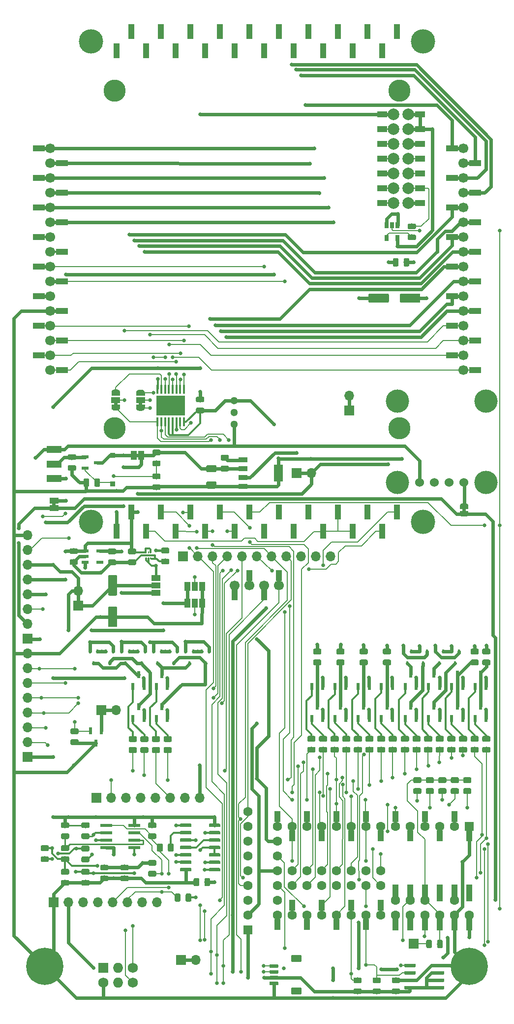
<source format=gbr>
G04 #@! TF.GenerationSoftware,KiCad,Pcbnew,(5.1.2-1)-1*
G04 #@! TF.CreationDate,2020-11-19T22:06:58-06:00*
G04 #@! TF.ProjectId,Core64 LB v0.4,436f7265-3634-4204-9c42-2076302e342e,0.3*
G04 #@! TF.SameCoordinates,Original*
G04 #@! TF.FileFunction,Copper,L1,Top*
G04 #@! TF.FilePolarity,Positive*
%FSLAX46Y46*%
G04 Gerber Fmt 4.6, Leading zero omitted, Abs format (unit mm)*
G04 Created by KiCad (PCBNEW (5.1.2-1)-1) date 2020-11-19 22:06:58*
%MOMM*%
%LPD*%
G04 APERTURE LIST*
%ADD10C,0.100000*%
%ADD11C,1.727200*%
%ADD12R,1.727200X1.727200*%
%ADD13O,1.727200X1.727200*%
%ADD14O,1.700000X1.700000*%
%ADD15R,1.700000X1.700000*%
%ADD16C,4.175000*%
%ADD17R,1.000000X2.510000*%
%ADD18C,1.600000*%
%ADD19R,1.600000X1.600000*%
%ADD20R,1.000000X3.000000*%
%ADD21R,1.000000X1.900000*%
%ADD22C,0.500000*%
%ADD23R,1.500000X1.000000*%
%ADD24R,0.950000X0.900000*%
%ADD25C,0.975000*%
%ADD26C,4.000000*%
%ADD27C,1.524000*%
%ADD28C,1.300000*%
%ADD29C,3.800000*%
%ADD30R,1.700000X1.000000*%
%ADD31C,2.000000*%
%ADD32C,1.700000*%
%ADD33R,2.000000X1.000000*%
%ADD34C,0.600000*%
%ADD35R,0.650000X1.060000*%
%ADD36C,0.800000*%
%ADD37C,6.400000*%
%ADD38C,0.380000*%
%ADD39R,5.000000X3.400000*%
%ADD40R,0.300000X1.600000*%
%ADD41R,2.310000X2.460000*%
%ADD42C,1.250000*%
%ADD43R,1.600200X2.997200*%
%ADD44R,1.600200X0.838200*%
%ADD45R,1.200000X0.600000*%
%ADD46R,1.080000X0.400000*%
%ADD47R,0.240000X0.370000*%
%ADD48R,1.000000X1.500000*%
%ADD49R,1.300000X0.600000*%
%ADD50R,0.450000X0.700000*%
%ADD51R,0.600000X1.300000*%
%ADD52R,2.000000X0.600000*%
%ADD53C,1.200000*%
%ADD54R,2.500000X1.250000*%
%ADD55C,0.650000*%
%ADD56C,0.635000*%
%ADD57C,0.600000*%
%ADD58C,0.300000*%
%ADD59C,0.400000*%
%ADD60C,0.200000*%
%ADD61C,0.254000*%
G04 APERTURE END LIST*
D10*
G36*
X-20350000Y-25100000D02*
G01*
X-20350000Y-24600000D01*
X-19750000Y-24600000D01*
X-19750000Y-25100000D01*
X-20350000Y-25100000D01*
G37*
G36*
X-24600000Y-25050000D02*
G01*
X-24600000Y-24550000D01*
X-24000000Y-24550000D01*
X-24000000Y-25050000D01*
X-24600000Y-25050000D01*
G37*
G36*
X35350000Y-42800000D02*
G01*
X35350000Y-43300000D01*
X35950000Y-43300000D01*
X35950000Y-42800000D01*
X35350000Y-42800000D01*
G37*
G36*
X-20800000Y-33400000D02*
G01*
X-20300000Y-33400000D01*
X-20300000Y-34000000D01*
X-20800000Y-34000000D01*
X-20800000Y-33400000D01*
G37*
G36*
X-34650000Y-41850000D02*
G01*
X-34650000Y-42350000D01*
X-35250000Y-42350000D01*
X-35250000Y-41850000D01*
X-34650000Y-41850000D01*
G37*
D11*
X-26480000Y-124290000D03*
D12*
X-26480000Y-121750000D03*
D13*
X-23940000Y-124290000D03*
X-23940000Y-121750000D03*
D11*
X-21400000Y-124290000D03*
X-21400000Y-121750000D03*
D14*
X-39500000Y-67720000D03*
X-39500000Y-70260000D03*
X-39500000Y-72800000D03*
X-39500000Y-75340000D03*
X-39500000Y-77880000D03*
X-39500000Y-80420000D03*
X-39500000Y-82960000D03*
D15*
X-39500000Y-85500000D03*
D14*
X-39500000Y-47400000D03*
X-39500000Y-49940000D03*
X-39500000Y-52480000D03*
X-39500000Y-55020000D03*
X-39500000Y-57560000D03*
X-39500000Y-60100000D03*
X-39500000Y-62640000D03*
D15*
X-39500000Y-65180000D03*
D16*
X28575000Y-45085000D03*
X-28575000Y-45085000D03*
X28575000Y37465000D03*
X-28575000Y37465000D03*
D17*
X13970000Y39120000D03*
X-8890000Y35810000D03*
X19050000Y39120000D03*
X-3810000Y35810000D03*
X8890000Y39120000D03*
X1270000Y35810000D03*
X24130000Y39120000D03*
X-11430000Y39120000D03*
X-6350000Y39120000D03*
X16510000Y35810000D03*
X3810000Y39120000D03*
X-13970000Y35810000D03*
X-19050000Y35810000D03*
X-24130000Y35810000D03*
X-16510000Y39120000D03*
X11430000Y35810000D03*
X6350000Y35810000D03*
X21590000Y35810000D03*
X-21590000Y39120000D03*
X-1270000Y39120000D03*
X24130000Y-43430000D03*
X19050000Y-43430000D03*
X13970000Y-43430000D03*
X8890000Y-43430000D03*
X3810000Y-43430000D03*
X-1270000Y-43430000D03*
X-6350000Y-43430000D03*
X-11430000Y-43430000D03*
X-16510000Y-43430000D03*
X-21590000Y-43430000D03*
X21590000Y-46740000D03*
X16510000Y-46740000D03*
X11430000Y-46740000D03*
X6350000Y-46740000D03*
X1270000Y-46740000D03*
X-3810000Y-46740000D03*
X-8890000Y-46740000D03*
X-13970000Y-46740000D03*
X-19050000Y-46740000D03*
X-24130000Y-46740000D03*
D18*
X-1590000Y-94840000D03*
X-1590000Y-97380000D03*
X-1590000Y-99920000D03*
X-1590000Y-102460000D03*
X-1590000Y-105000000D03*
X-1590000Y-107540000D03*
X-1590000Y-110080000D03*
X-1590000Y-112620000D03*
D19*
X-1590000Y-115160000D03*
D18*
X3490000Y-105000000D03*
X3490000Y-107540000D03*
X3490000Y-110080000D03*
X3490000Y-112620000D03*
X3490000Y-102460000D03*
X3490000Y-99920000D03*
X3490000Y-97380000D03*
X6030000Y-112620000D03*
X8570000Y-112620000D03*
X11110000Y-112620000D03*
X13650000Y-112620000D03*
X16190000Y-112620000D03*
X18730000Y-112620000D03*
X21270000Y-112620000D03*
X23810000Y-112620000D03*
X26350000Y-112620000D03*
X28890000Y-112620000D03*
X31430000Y-112620000D03*
X33970000Y-112620000D03*
X36510000Y-112620000D03*
X33970000Y-110080000D03*
X28890000Y-110080000D03*
X26350000Y-110080000D03*
X23810000Y-110080000D03*
X6030000Y-97380000D03*
X8570000Y-97380000D03*
X11110000Y-97380000D03*
X13650000Y-97380000D03*
X16190000Y-97380000D03*
X18730000Y-97380000D03*
X21270000Y-97380000D03*
X23810000Y-97380000D03*
X26350000Y-97380000D03*
X28890000Y-97380000D03*
X31430000Y-97380000D03*
X33970000Y-97380000D03*
D19*
X36510000Y-97380000D03*
D18*
X21270000Y-105000000D03*
X18730000Y-105000000D03*
X16190000Y-105000000D03*
X13650000Y-105000000D03*
X11110000Y-105000000D03*
X8570000Y-105000000D03*
X6030000Y-105000000D03*
X6030000Y-107540000D03*
X8570000Y-107540000D03*
X11110000Y-107540000D03*
X13650000Y-107540000D03*
X16190000Y-107540000D03*
X18730000Y-107540000D03*
X21270000Y-107540000D03*
D20*
X26340000Y-113870000D03*
X33960000Y-113870000D03*
X23800000Y-113870000D03*
X33960000Y-108830000D03*
X36500000Y-113870000D03*
X23800000Y-108830000D03*
X36500000Y-108830000D03*
X26340000Y-108830000D03*
X28880000Y-108830000D03*
X28880000Y-113870000D03*
X31420000Y-113870000D03*
X31420000Y-108830000D03*
D21*
X23810000Y-95700000D03*
X28890000Y-95700000D03*
X13650000Y-95700000D03*
X18730000Y-95700000D03*
X8570000Y-95700000D03*
X33970000Y-95700000D03*
X3490000Y-95700000D03*
X26350000Y-99000000D03*
X11110000Y-99000000D03*
X16190000Y-99000000D03*
X21270000Y-99000000D03*
X6030000Y-99000000D03*
X36510000Y-99000000D03*
X31430000Y-99000000D03*
X16185000Y-110975000D03*
X11105000Y-110975000D03*
X6025000Y-110975000D03*
X8565000Y-114275000D03*
X13645000Y-114275000D03*
X21265000Y-110975000D03*
X3485000Y-114275000D03*
X18725000Y-114275000D03*
D22*
X-20050000Y-25500000D03*
D10*
G36*
X-19300000Y-24950000D02*
G01*
X-19300000Y-25500000D01*
X-19300602Y-25500000D01*
X-19300602Y-25524534D01*
X-19305412Y-25573365D01*
X-19314984Y-25621490D01*
X-19329228Y-25668445D01*
X-19348005Y-25713778D01*
X-19371136Y-25757051D01*
X-19398396Y-25797850D01*
X-19429524Y-25835779D01*
X-19464221Y-25870476D01*
X-19502150Y-25901604D01*
X-19542949Y-25928864D01*
X-19586222Y-25951995D01*
X-19631555Y-25970772D01*
X-19678510Y-25985016D01*
X-19726635Y-25994588D01*
X-19775466Y-25999398D01*
X-19800000Y-25999398D01*
X-19800000Y-26000000D01*
X-20300000Y-26000000D01*
X-20300000Y-25999398D01*
X-20324534Y-25999398D01*
X-20373365Y-25994588D01*
X-20421490Y-25985016D01*
X-20468445Y-25970772D01*
X-20513778Y-25951995D01*
X-20557051Y-25928864D01*
X-20597850Y-25901604D01*
X-20635779Y-25870476D01*
X-20670476Y-25835779D01*
X-20701604Y-25797850D01*
X-20728864Y-25757051D01*
X-20751995Y-25713778D01*
X-20770772Y-25668445D01*
X-20785016Y-25621490D01*
X-20794588Y-25573365D01*
X-20799398Y-25524534D01*
X-20799398Y-25500000D01*
X-20800000Y-25500000D01*
X-20800000Y-24950000D01*
X-19300000Y-24950000D01*
X-19300000Y-24950000D01*
G37*
D23*
X-20050000Y-24200000D03*
D22*
X-20050000Y-22900000D03*
D10*
G36*
X-20799398Y-22900000D02*
G01*
X-20799398Y-22875466D01*
X-20794588Y-22826635D01*
X-20785016Y-22778510D01*
X-20770772Y-22731555D01*
X-20751995Y-22686222D01*
X-20728864Y-22642949D01*
X-20701604Y-22602150D01*
X-20670476Y-22564221D01*
X-20635779Y-22529524D01*
X-20597850Y-22498396D01*
X-20557051Y-22471136D01*
X-20513778Y-22448005D01*
X-20468445Y-22429228D01*
X-20421490Y-22414984D01*
X-20373365Y-22405412D01*
X-20324534Y-22400602D01*
X-20300000Y-22400602D01*
X-20300000Y-22400000D01*
X-19800000Y-22400000D01*
X-19800000Y-22400602D01*
X-19775466Y-22400602D01*
X-19726635Y-22405412D01*
X-19678510Y-22414984D01*
X-19631555Y-22429228D01*
X-19586222Y-22448005D01*
X-19542949Y-22471136D01*
X-19502150Y-22498396D01*
X-19464221Y-22529524D01*
X-19429524Y-22564221D01*
X-19398396Y-22602150D01*
X-19371136Y-22642949D01*
X-19348005Y-22686222D01*
X-19329228Y-22731555D01*
X-19314984Y-22778510D01*
X-19305412Y-22826635D01*
X-19300602Y-22875466D01*
X-19300602Y-22900000D01*
X-19300000Y-22900000D01*
X-19300000Y-23450000D01*
X-20800000Y-23450000D01*
X-20800000Y-22900000D01*
X-20799398Y-22900000D01*
X-20799398Y-22900000D01*
G37*
D22*
X-24300000Y-25450000D03*
D10*
G36*
X-23550000Y-24900000D02*
G01*
X-23550000Y-25450000D01*
X-23550602Y-25450000D01*
X-23550602Y-25474534D01*
X-23555412Y-25523365D01*
X-23564984Y-25571490D01*
X-23579228Y-25618445D01*
X-23598005Y-25663778D01*
X-23621136Y-25707051D01*
X-23648396Y-25747850D01*
X-23679524Y-25785779D01*
X-23714221Y-25820476D01*
X-23752150Y-25851604D01*
X-23792949Y-25878864D01*
X-23836222Y-25901995D01*
X-23881555Y-25920772D01*
X-23928510Y-25935016D01*
X-23976635Y-25944588D01*
X-24025466Y-25949398D01*
X-24050000Y-25949398D01*
X-24050000Y-25950000D01*
X-24550000Y-25950000D01*
X-24550000Y-25949398D01*
X-24574534Y-25949398D01*
X-24623365Y-25944588D01*
X-24671490Y-25935016D01*
X-24718445Y-25920772D01*
X-24763778Y-25901995D01*
X-24807051Y-25878864D01*
X-24847850Y-25851604D01*
X-24885779Y-25820476D01*
X-24920476Y-25785779D01*
X-24951604Y-25747850D01*
X-24978864Y-25707051D01*
X-25001995Y-25663778D01*
X-25020772Y-25618445D01*
X-25035016Y-25571490D01*
X-25044588Y-25523365D01*
X-25049398Y-25474534D01*
X-25049398Y-25450000D01*
X-25050000Y-25450000D01*
X-25050000Y-24900000D01*
X-23550000Y-24900000D01*
X-23550000Y-24900000D01*
G37*
D23*
X-24300000Y-24150000D03*
D22*
X-24300000Y-22850000D03*
D10*
G36*
X-25049398Y-22850000D02*
G01*
X-25049398Y-22825466D01*
X-25044588Y-22776635D01*
X-25035016Y-22728510D01*
X-25020772Y-22681555D01*
X-25001995Y-22636222D01*
X-24978864Y-22592949D01*
X-24951604Y-22552150D01*
X-24920476Y-22514221D01*
X-24885779Y-22479524D01*
X-24847850Y-22448396D01*
X-24807051Y-22421136D01*
X-24763778Y-22398005D01*
X-24718445Y-22379228D01*
X-24671490Y-22364984D01*
X-24623365Y-22355412D01*
X-24574534Y-22350602D01*
X-24550000Y-22350602D01*
X-24550000Y-22350000D01*
X-24050000Y-22350000D01*
X-24050000Y-22350602D01*
X-24025466Y-22350602D01*
X-23976635Y-22355412D01*
X-23928510Y-22364984D01*
X-23881555Y-22379228D01*
X-23836222Y-22398005D01*
X-23792949Y-22421136D01*
X-23752150Y-22448396D01*
X-23714221Y-22479524D01*
X-23679524Y-22514221D01*
X-23648396Y-22552150D01*
X-23621136Y-22592949D01*
X-23598005Y-22636222D01*
X-23579228Y-22681555D01*
X-23564984Y-22728510D01*
X-23555412Y-22776635D01*
X-23550602Y-22825466D01*
X-23550602Y-22850000D01*
X-23550000Y-22850000D01*
X-23550000Y-23400000D01*
X-25050000Y-23400000D01*
X-25050000Y-22850000D01*
X-25049398Y-22850000D01*
X-25049398Y-22850000D01*
G37*
D24*
X-24850000Y-38575000D03*
X-24850000Y-33625000D03*
D10*
G36*
X17780142Y-123376174D02*
G01*
X17803803Y-123379684D01*
X17827007Y-123385496D01*
X17849529Y-123393554D01*
X17871153Y-123403782D01*
X17891670Y-123416079D01*
X17910883Y-123430329D01*
X17928607Y-123446393D01*
X17944671Y-123464117D01*
X17958921Y-123483330D01*
X17971218Y-123503847D01*
X17981446Y-123525471D01*
X17989504Y-123547993D01*
X17995316Y-123571197D01*
X17998826Y-123594858D01*
X18000000Y-123618750D01*
X18000000Y-124106250D01*
X17998826Y-124130142D01*
X17995316Y-124153803D01*
X17989504Y-124177007D01*
X17981446Y-124199529D01*
X17971218Y-124221153D01*
X17958921Y-124241670D01*
X17944671Y-124260883D01*
X17928607Y-124278607D01*
X17910883Y-124294671D01*
X17891670Y-124308921D01*
X17871153Y-124321218D01*
X17849529Y-124331446D01*
X17827007Y-124339504D01*
X17803803Y-124345316D01*
X17780142Y-124348826D01*
X17756250Y-124350000D01*
X16843750Y-124350000D01*
X16819858Y-124348826D01*
X16796197Y-124345316D01*
X16772993Y-124339504D01*
X16750471Y-124331446D01*
X16728847Y-124321218D01*
X16708330Y-124308921D01*
X16689117Y-124294671D01*
X16671393Y-124278607D01*
X16655329Y-124260883D01*
X16641079Y-124241670D01*
X16628782Y-124221153D01*
X16618554Y-124199529D01*
X16610496Y-124177007D01*
X16604684Y-124153803D01*
X16601174Y-124130142D01*
X16600000Y-124106250D01*
X16600000Y-123618750D01*
X16601174Y-123594858D01*
X16604684Y-123571197D01*
X16610496Y-123547993D01*
X16618554Y-123525471D01*
X16628782Y-123503847D01*
X16641079Y-123483330D01*
X16655329Y-123464117D01*
X16671393Y-123446393D01*
X16689117Y-123430329D01*
X16708330Y-123416079D01*
X16728847Y-123403782D01*
X16750471Y-123393554D01*
X16772993Y-123385496D01*
X16796197Y-123379684D01*
X16819858Y-123376174D01*
X16843750Y-123375000D01*
X17756250Y-123375000D01*
X17780142Y-123376174D01*
X17780142Y-123376174D01*
G37*
D25*
X17300000Y-123862500D03*
D10*
G36*
X17780142Y-125251174D02*
G01*
X17803803Y-125254684D01*
X17827007Y-125260496D01*
X17849529Y-125268554D01*
X17871153Y-125278782D01*
X17891670Y-125291079D01*
X17910883Y-125305329D01*
X17928607Y-125321393D01*
X17944671Y-125339117D01*
X17958921Y-125358330D01*
X17971218Y-125378847D01*
X17981446Y-125400471D01*
X17989504Y-125422993D01*
X17995316Y-125446197D01*
X17998826Y-125469858D01*
X18000000Y-125493750D01*
X18000000Y-125981250D01*
X17998826Y-126005142D01*
X17995316Y-126028803D01*
X17989504Y-126052007D01*
X17981446Y-126074529D01*
X17971218Y-126096153D01*
X17958921Y-126116670D01*
X17944671Y-126135883D01*
X17928607Y-126153607D01*
X17910883Y-126169671D01*
X17891670Y-126183921D01*
X17871153Y-126196218D01*
X17849529Y-126206446D01*
X17827007Y-126214504D01*
X17803803Y-126220316D01*
X17780142Y-126223826D01*
X17756250Y-126225000D01*
X16843750Y-126225000D01*
X16819858Y-126223826D01*
X16796197Y-126220316D01*
X16772993Y-126214504D01*
X16750471Y-126206446D01*
X16728847Y-126196218D01*
X16708330Y-126183921D01*
X16689117Y-126169671D01*
X16671393Y-126153607D01*
X16655329Y-126135883D01*
X16641079Y-126116670D01*
X16628782Y-126096153D01*
X16618554Y-126074529D01*
X16610496Y-126052007D01*
X16604684Y-126028803D01*
X16601174Y-126005142D01*
X16600000Y-125981250D01*
X16600000Y-125493750D01*
X16601174Y-125469858D01*
X16604684Y-125446197D01*
X16610496Y-125422993D01*
X16618554Y-125400471D01*
X16628782Y-125378847D01*
X16641079Y-125358330D01*
X16655329Y-125339117D01*
X16671393Y-125321393D01*
X16689117Y-125305329D01*
X16708330Y-125291079D01*
X16728847Y-125278782D01*
X16750471Y-125268554D01*
X16772993Y-125260496D01*
X16796197Y-125254684D01*
X16819858Y-125251174D01*
X16843750Y-125250000D01*
X17756250Y-125250000D01*
X17780142Y-125251174D01*
X17780142Y-125251174D01*
G37*
D25*
X17300000Y-125737500D03*
D10*
G36*
X21080142Y-123376174D02*
G01*
X21103803Y-123379684D01*
X21127007Y-123385496D01*
X21149529Y-123393554D01*
X21171153Y-123403782D01*
X21191670Y-123416079D01*
X21210883Y-123430329D01*
X21228607Y-123446393D01*
X21244671Y-123464117D01*
X21258921Y-123483330D01*
X21271218Y-123503847D01*
X21281446Y-123525471D01*
X21289504Y-123547993D01*
X21295316Y-123571197D01*
X21298826Y-123594858D01*
X21300000Y-123618750D01*
X21300000Y-124106250D01*
X21298826Y-124130142D01*
X21295316Y-124153803D01*
X21289504Y-124177007D01*
X21281446Y-124199529D01*
X21271218Y-124221153D01*
X21258921Y-124241670D01*
X21244671Y-124260883D01*
X21228607Y-124278607D01*
X21210883Y-124294671D01*
X21191670Y-124308921D01*
X21171153Y-124321218D01*
X21149529Y-124331446D01*
X21127007Y-124339504D01*
X21103803Y-124345316D01*
X21080142Y-124348826D01*
X21056250Y-124350000D01*
X20143750Y-124350000D01*
X20119858Y-124348826D01*
X20096197Y-124345316D01*
X20072993Y-124339504D01*
X20050471Y-124331446D01*
X20028847Y-124321218D01*
X20008330Y-124308921D01*
X19989117Y-124294671D01*
X19971393Y-124278607D01*
X19955329Y-124260883D01*
X19941079Y-124241670D01*
X19928782Y-124221153D01*
X19918554Y-124199529D01*
X19910496Y-124177007D01*
X19904684Y-124153803D01*
X19901174Y-124130142D01*
X19900000Y-124106250D01*
X19900000Y-123618750D01*
X19901174Y-123594858D01*
X19904684Y-123571197D01*
X19910496Y-123547993D01*
X19918554Y-123525471D01*
X19928782Y-123503847D01*
X19941079Y-123483330D01*
X19955329Y-123464117D01*
X19971393Y-123446393D01*
X19989117Y-123430329D01*
X20008330Y-123416079D01*
X20028847Y-123403782D01*
X20050471Y-123393554D01*
X20072993Y-123385496D01*
X20096197Y-123379684D01*
X20119858Y-123376174D01*
X20143750Y-123375000D01*
X21056250Y-123375000D01*
X21080142Y-123376174D01*
X21080142Y-123376174D01*
G37*
D25*
X20600000Y-123862500D03*
D10*
G36*
X21080142Y-125251174D02*
G01*
X21103803Y-125254684D01*
X21127007Y-125260496D01*
X21149529Y-125268554D01*
X21171153Y-125278782D01*
X21191670Y-125291079D01*
X21210883Y-125305329D01*
X21228607Y-125321393D01*
X21244671Y-125339117D01*
X21258921Y-125358330D01*
X21271218Y-125378847D01*
X21281446Y-125400471D01*
X21289504Y-125422993D01*
X21295316Y-125446197D01*
X21298826Y-125469858D01*
X21300000Y-125493750D01*
X21300000Y-125981250D01*
X21298826Y-126005142D01*
X21295316Y-126028803D01*
X21289504Y-126052007D01*
X21281446Y-126074529D01*
X21271218Y-126096153D01*
X21258921Y-126116670D01*
X21244671Y-126135883D01*
X21228607Y-126153607D01*
X21210883Y-126169671D01*
X21191670Y-126183921D01*
X21171153Y-126196218D01*
X21149529Y-126206446D01*
X21127007Y-126214504D01*
X21103803Y-126220316D01*
X21080142Y-126223826D01*
X21056250Y-126225000D01*
X20143750Y-126225000D01*
X20119858Y-126223826D01*
X20096197Y-126220316D01*
X20072993Y-126214504D01*
X20050471Y-126206446D01*
X20028847Y-126196218D01*
X20008330Y-126183921D01*
X19989117Y-126169671D01*
X19971393Y-126153607D01*
X19955329Y-126135883D01*
X19941079Y-126116670D01*
X19928782Y-126096153D01*
X19918554Y-126074529D01*
X19910496Y-126052007D01*
X19904684Y-126028803D01*
X19901174Y-126005142D01*
X19900000Y-125981250D01*
X19900000Y-125493750D01*
X19901174Y-125469858D01*
X19904684Y-125446197D01*
X19910496Y-125422993D01*
X19918554Y-125400471D01*
X19928782Y-125378847D01*
X19941079Y-125358330D01*
X19955329Y-125339117D01*
X19971393Y-125321393D01*
X19989117Y-125305329D01*
X20008330Y-125291079D01*
X20028847Y-125278782D01*
X20050471Y-125268554D01*
X20072993Y-125260496D01*
X20096197Y-125254684D01*
X20119858Y-125251174D01*
X20143750Y-125250000D01*
X21056250Y-125250000D01*
X21080142Y-125251174D01*
X21080142Y-125251174D01*
G37*
D25*
X20600000Y-125737500D03*
D10*
G36*
X36680142Y-90851174D02*
G01*
X36703803Y-90854684D01*
X36727007Y-90860496D01*
X36749529Y-90868554D01*
X36771153Y-90878782D01*
X36791670Y-90891079D01*
X36810883Y-90905329D01*
X36828607Y-90921393D01*
X36844671Y-90939117D01*
X36858921Y-90958330D01*
X36871218Y-90978847D01*
X36881446Y-91000471D01*
X36889504Y-91022993D01*
X36895316Y-91046197D01*
X36898826Y-91069858D01*
X36900000Y-91093750D01*
X36900000Y-91581250D01*
X36898826Y-91605142D01*
X36895316Y-91628803D01*
X36889504Y-91652007D01*
X36881446Y-91674529D01*
X36871218Y-91696153D01*
X36858921Y-91716670D01*
X36844671Y-91735883D01*
X36828607Y-91753607D01*
X36810883Y-91769671D01*
X36791670Y-91783921D01*
X36771153Y-91796218D01*
X36749529Y-91806446D01*
X36727007Y-91814504D01*
X36703803Y-91820316D01*
X36680142Y-91823826D01*
X36656250Y-91825000D01*
X35743750Y-91825000D01*
X35719858Y-91823826D01*
X35696197Y-91820316D01*
X35672993Y-91814504D01*
X35650471Y-91806446D01*
X35628847Y-91796218D01*
X35608330Y-91783921D01*
X35589117Y-91769671D01*
X35571393Y-91753607D01*
X35555329Y-91735883D01*
X35541079Y-91716670D01*
X35528782Y-91696153D01*
X35518554Y-91674529D01*
X35510496Y-91652007D01*
X35504684Y-91628803D01*
X35501174Y-91605142D01*
X35500000Y-91581250D01*
X35500000Y-91093750D01*
X35501174Y-91069858D01*
X35504684Y-91046197D01*
X35510496Y-91022993D01*
X35518554Y-91000471D01*
X35528782Y-90978847D01*
X35541079Y-90958330D01*
X35555329Y-90939117D01*
X35571393Y-90921393D01*
X35589117Y-90905329D01*
X35608330Y-90891079D01*
X35628847Y-90878782D01*
X35650471Y-90868554D01*
X35672993Y-90860496D01*
X35696197Y-90854684D01*
X35719858Y-90851174D01*
X35743750Y-90850000D01*
X36656250Y-90850000D01*
X36680142Y-90851174D01*
X36680142Y-90851174D01*
G37*
D25*
X36200000Y-91337500D03*
D10*
G36*
X36680142Y-88976174D02*
G01*
X36703803Y-88979684D01*
X36727007Y-88985496D01*
X36749529Y-88993554D01*
X36771153Y-89003782D01*
X36791670Y-89016079D01*
X36810883Y-89030329D01*
X36828607Y-89046393D01*
X36844671Y-89064117D01*
X36858921Y-89083330D01*
X36871218Y-89103847D01*
X36881446Y-89125471D01*
X36889504Y-89147993D01*
X36895316Y-89171197D01*
X36898826Y-89194858D01*
X36900000Y-89218750D01*
X36900000Y-89706250D01*
X36898826Y-89730142D01*
X36895316Y-89753803D01*
X36889504Y-89777007D01*
X36881446Y-89799529D01*
X36871218Y-89821153D01*
X36858921Y-89841670D01*
X36844671Y-89860883D01*
X36828607Y-89878607D01*
X36810883Y-89894671D01*
X36791670Y-89908921D01*
X36771153Y-89921218D01*
X36749529Y-89931446D01*
X36727007Y-89939504D01*
X36703803Y-89945316D01*
X36680142Y-89948826D01*
X36656250Y-89950000D01*
X35743750Y-89950000D01*
X35719858Y-89948826D01*
X35696197Y-89945316D01*
X35672993Y-89939504D01*
X35650471Y-89931446D01*
X35628847Y-89921218D01*
X35608330Y-89908921D01*
X35589117Y-89894671D01*
X35571393Y-89878607D01*
X35555329Y-89860883D01*
X35541079Y-89841670D01*
X35528782Y-89821153D01*
X35518554Y-89799529D01*
X35510496Y-89777007D01*
X35504684Y-89753803D01*
X35501174Y-89730142D01*
X35500000Y-89706250D01*
X35500000Y-89218750D01*
X35501174Y-89194858D01*
X35504684Y-89171197D01*
X35510496Y-89147993D01*
X35518554Y-89125471D01*
X35528782Y-89103847D01*
X35541079Y-89083330D01*
X35555329Y-89064117D01*
X35571393Y-89046393D01*
X35589117Y-89030329D01*
X35608330Y-89016079D01*
X35628847Y-89003782D01*
X35650471Y-88993554D01*
X35672993Y-88985496D01*
X35696197Y-88979684D01*
X35719858Y-88976174D01*
X35743750Y-88975000D01*
X36656250Y-88975000D01*
X36680142Y-88976174D01*
X36680142Y-88976174D01*
G37*
D25*
X36200000Y-89462500D03*
D10*
G36*
X30230142Y-90851174D02*
G01*
X30253803Y-90854684D01*
X30277007Y-90860496D01*
X30299529Y-90868554D01*
X30321153Y-90878782D01*
X30341670Y-90891079D01*
X30360883Y-90905329D01*
X30378607Y-90921393D01*
X30394671Y-90939117D01*
X30408921Y-90958330D01*
X30421218Y-90978847D01*
X30431446Y-91000471D01*
X30439504Y-91022993D01*
X30445316Y-91046197D01*
X30448826Y-91069858D01*
X30450000Y-91093750D01*
X30450000Y-91581250D01*
X30448826Y-91605142D01*
X30445316Y-91628803D01*
X30439504Y-91652007D01*
X30431446Y-91674529D01*
X30421218Y-91696153D01*
X30408921Y-91716670D01*
X30394671Y-91735883D01*
X30378607Y-91753607D01*
X30360883Y-91769671D01*
X30341670Y-91783921D01*
X30321153Y-91796218D01*
X30299529Y-91806446D01*
X30277007Y-91814504D01*
X30253803Y-91820316D01*
X30230142Y-91823826D01*
X30206250Y-91825000D01*
X29293750Y-91825000D01*
X29269858Y-91823826D01*
X29246197Y-91820316D01*
X29222993Y-91814504D01*
X29200471Y-91806446D01*
X29178847Y-91796218D01*
X29158330Y-91783921D01*
X29139117Y-91769671D01*
X29121393Y-91753607D01*
X29105329Y-91735883D01*
X29091079Y-91716670D01*
X29078782Y-91696153D01*
X29068554Y-91674529D01*
X29060496Y-91652007D01*
X29054684Y-91628803D01*
X29051174Y-91605142D01*
X29050000Y-91581250D01*
X29050000Y-91093750D01*
X29051174Y-91069858D01*
X29054684Y-91046197D01*
X29060496Y-91022993D01*
X29068554Y-91000471D01*
X29078782Y-90978847D01*
X29091079Y-90958330D01*
X29105329Y-90939117D01*
X29121393Y-90921393D01*
X29139117Y-90905329D01*
X29158330Y-90891079D01*
X29178847Y-90878782D01*
X29200471Y-90868554D01*
X29222993Y-90860496D01*
X29246197Y-90854684D01*
X29269858Y-90851174D01*
X29293750Y-90850000D01*
X30206250Y-90850000D01*
X30230142Y-90851174D01*
X30230142Y-90851174D01*
G37*
D25*
X29750000Y-91337500D03*
D10*
G36*
X30230142Y-88976174D02*
G01*
X30253803Y-88979684D01*
X30277007Y-88985496D01*
X30299529Y-88993554D01*
X30321153Y-89003782D01*
X30341670Y-89016079D01*
X30360883Y-89030329D01*
X30378607Y-89046393D01*
X30394671Y-89064117D01*
X30408921Y-89083330D01*
X30421218Y-89103847D01*
X30431446Y-89125471D01*
X30439504Y-89147993D01*
X30445316Y-89171197D01*
X30448826Y-89194858D01*
X30450000Y-89218750D01*
X30450000Y-89706250D01*
X30448826Y-89730142D01*
X30445316Y-89753803D01*
X30439504Y-89777007D01*
X30431446Y-89799529D01*
X30421218Y-89821153D01*
X30408921Y-89841670D01*
X30394671Y-89860883D01*
X30378607Y-89878607D01*
X30360883Y-89894671D01*
X30341670Y-89908921D01*
X30321153Y-89921218D01*
X30299529Y-89931446D01*
X30277007Y-89939504D01*
X30253803Y-89945316D01*
X30230142Y-89948826D01*
X30206250Y-89950000D01*
X29293750Y-89950000D01*
X29269858Y-89948826D01*
X29246197Y-89945316D01*
X29222993Y-89939504D01*
X29200471Y-89931446D01*
X29178847Y-89921218D01*
X29158330Y-89908921D01*
X29139117Y-89894671D01*
X29121393Y-89878607D01*
X29105329Y-89860883D01*
X29091079Y-89841670D01*
X29078782Y-89821153D01*
X29068554Y-89799529D01*
X29060496Y-89777007D01*
X29054684Y-89753803D01*
X29051174Y-89730142D01*
X29050000Y-89706250D01*
X29050000Y-89218750D01*
X29051174Y-89194858D01*
X29054684Y-89171197D01*
X29060496Y-89147993D01*
X29068554Y-89125471D01*
X29078782Y-89103847D01*
X29091079Y-89083330D01*
X29105329Y-89064117D01*
X29121393Y-89046393D01*
X29139117Y-89030329D01*
X29158330Y-89016079D01*
X29178847Y-89003782D01*
X29200471Y-88993554D01*
X29222993Y-88985496D01*
X29246197Y-88979684D01*
X29269858Y-88976174D01*
X29293750Y-88975000D01*
X30206250Y-88975000D01*
X30230142Y-88976174D01*
X30230142Y-88976174D01*
G37*
D25*
X29750000Y-89462500D03*
D10*
G36*
X32380142Y-90851174D02*
G01*
X32403803Y-90854684D01*
X32427007Y-90860496D01*
X32449529Y-90868554D01*
X32471153Y-90878782D01*
X32491670Y-90891079D01*
X32510883Y-90905329D01*
X32528607Y-90921393D01*
X32544671Y-90939117D01*
X32558921Y-90958330D01*
X32571218Y-90978847D01*
X32581446Y-91000471D01*
X32589504Y-91022993D01*
X32595316Y-91046197D01*
X32598826Y-91069858D01*
X32600000Y-91093750D01*
X32600000Y-91581250D01*
X32598826Y-91605142D01*
X32595316Y-91628803D01*
X32589504Y-91652007D01*
X32581446Y-91674529D01*
X32571218Y-91696153D01*
X32558921Y-91716670D01*
X32544671Y-91735883D01*
X32528607Y-91753607D01*
X32510883Y-91769671D01*
X32491670Y-91783921D01*
X32471153Y-91796218D01*
X32449529Y-91806446D01*
X32427007Y-91814504D01*
X32403803Y-91820316D01*
X32380142Y-91823826D01*
X32356250Y-91825000D01*
X31443750Y-91825000D01*
X31419858Y-91823826D01*
X31396197Y-91820316D01*
X31372993Y-91814504D01*
X31350471Y-91806446D01*
X31328847Y-91796218D01*
X31308330Y-91783921D01*
X31289117Y-91769671D01*
X31271393Y-91753607D01*
X31255329Y-91735883D01*
X31241079Y-91716670D01*
X31228782Y-91696153D01*
X31218554Y-91674529D01*
X31210496Y-91652007D01*
X31204684Y-91628803D01*
X31201174Y-91605142D01*
X31200000Y-91581250D01*
X31200000Y-91093750D01*
X31201174Y-91069858D01*
X31204684Y-91046197D01*
X31210496Y-91022993D01*
X31218554Y-91000471D01*
X31228782Y-90978847D01*
X31241079Y-90958330D01*
X31255329Y-90939117D01*
X31271393Y-90921393D01*
X31289117Y-90905329D01*
X31308330Y-90891079D01*
X31328847Y-90878782D01*
X31350471Y-90868554D01*
X31372993Y-90860496D01*
X31396197Y-90854684D01*
X31419858Y-90851174D01*
X31443750Y-90850000D01*
X32356250Y-90850000D01*
X32380142Y-90851174D01*
X32380142Y-90851174D01*
G37*
D25*
X31900000Y-91337500D03*
D10*
G36*
X32380142Y-88976174D02*
G01*
X32403803Y-88979684D01*
X32427007Y-88985496D01*
X32449529Y-88993554D01*
X32471153Y-89003782D01*
X32491670Y-89016079D01*
X32510883Y-89030329D01*
X32528607Y-89046393D01*
X32544671Y-89064117D01*
X32558921Y-89083330D01*
X32571218Y-89103847D01*
X32581446Y-89125471D01*
X32589504Y-89147993D01*
X32595316Y-89171197D01*
X32598826Y-89194858D01*
X32600000Y-89218750D01*
X32600000Y-89706250D01*
X32598826Y-89730142D01*
X32595316Y-89753803D01*
X32589504Y-89777007D01*
X32581446Y-89799529D01*
X32571218Y-89821153D01*
X32558921Y-89841670D01*
X32544671Y-89860883D01*
X32528607Y-89878607D01*
X32510883Y-89894671D01*
X32491670Y-89908921D01*
X32471153Y-89921218D01*
X32449529Y-89931446D01*
X32427007Y-89939504D01*
X32403803Y-89945316D01*
X32380142Y-89948826D01*
X32356250Y-89950000D01*
X31443750Y-89950000D01*
X31419858Y-89948826D01*
X31396197Y-89945316D01*
X31372993Y-89939504D01*
X31350471Y-89931446D01*
X31328847Y-89921218D01*
X31308330Y-89908921D01*
X31289117Y-89894671D01*
X31271393Y-89878607D01*
X31255329Y-89860883D01*
X31241079Y-89841670D01*
X31228782Y-89821153D01*
X31218554Y-89799529D01*
X31210496Y-89777007D01*
X31204684Y-89753803D01*
X31201174Y-89730142D01*
X31200000Y-89706250D01*
X31200000Y-89218750D01*
X31201174Y-89194858D01*
X31204684Y-89171197D01*
X31210496Y-89147993D01*
X31218554Y-89125471D01*
X31228782Y-89103847D01*
X31241079Y-89083330D01*
X31255329Y-89064117D01*
X31271393Y-89046393D01*
X31289117Y-89030329D01*
X31308330Y-89016079D01*
X31328847Y-89003782D01*
X31350471Y-88993554D01*
X31372993Y-88985496D01*
X31396197Y-88979684D01*
X31419858Y-88976174D01*
X31443750Y-88975000D01*
X32356250Y-88975000D01*
X32380142Y-88976174D01*
X32380142Y-88976174D01*
G37*
D25*
X31900000Y-89462500D03*
D10*
G36*
X28080142Y-90851174D02*
G01*
X28103803Y-90854684D01*
X28127007Y-90860496D01*
X28149529Y-90868554D01*
X28171153Y-90878782D01*
X28191670Y-90891079D01*
X28210883Y-90905329D01*
X28228607Y-90921393D01*
X28244671Y-90939117D01*
X28258921Y-90958330D01*
X28271218Y-90978847D01*
X28281446Y-91000471D01*
X28289504Y-91022993D01*
X28295316Y-91046197D01*
X28298826Y-91069858D01*
X28300000Y-91093750D01*
X28300000Y-91581250D01*
X28298826Y-91605142D01*
X28295316Y-91628803D01*
X28289504Y-91652007D01*
X28281446Y-91674529D01*
X28271218Y-91696153D01*
X28258921Y-91716670D01*
X28244671Y-91735883D01*
X28228607Y-91753607D01*
X28210883Y-91769671D01*
X28191670Y-91783921D01*
X28171153Y-91796218D01*
X28149529Y-91806446D01*
X28127007Y-91814504D01*
X28103803Y-91820316D01*
X28080142Y-91823826D01*
X28056250Y-91825000D01*
X27143750Y-91825000D01*
X27119858Y-91823826D01*
X27096197Y-91820316D01*
X27072993Y-91814504D01*
X27050471Y-91806446D01*
X27028847Y-91796218D01*
X27008330Y-91783921D01*
X26989117Y-91769671D01*
X26971393Y-91753607D01*
X26955329Y-91735883D01*
X26941079Y-91716670D01*
X26928782Y-91696153D01*
X26918554Y-91674529D01*
X26910496Y-91652007D01*
X26904684Y-91628803D01*
X26901174Y-91605142D01*
X26900000Y-91581250D01*
X26900000Y-91093750D01*
X26901174Y-91069858D01*
X26904684Y-91046197D01*
X26910496Y-91022993D01*
X26918554Y-91000471D01*
X26928782Y-90978847D01*
X26941079Y-90958330D01*
X26955329Y-90939117D01*
X26971393Y-90921393D01*
X26989117Y-90905329D01*
X27008330Y-90891079D01*
X27028847Y-90878782D01*
X27050471Y-90868554D01*
X27072993Y-90860496D01*
X27096197Y-90854684D01*
X27119858Y-90851174D01*
X27143750Y-90850000D01*
X28056250Y-90850000D01*
X28080142Y-90851174D01*
X28080142Y-90851174D01*
G37*
D25*
X27600000Y-91337500D03*
D10*
G36*
X28080142Y-88976174D02*
G01*
X28103803Y-88979684D01*
X28127007Y-88985496D01*
X28149529Y-88993554D01*
X28171153Y-89003782D01*
X28191670Y-89016079D01*
X28210883Y-89030329D01*
X28228607Y-89046393D01*
X28244671Y-89064117D01*
X28258921Y-89083330D01*
X28271218Y-89103847D01*
X28281446Y-89125471D01*
X28289504Y-89147993D01*
X28295316Y-89171197D01*
X28298826Y-89194858D01*
X28300000Y-89218750D01*
X28300000Y-89706250D01*
X28298826Y-89730142D01*
X28295316Y-89753803D01*
X28289504Y-89777007D01*
X28281446Y-89799529D01*
X28271218Y-89821153D01*
X28258921Y-89841670D01*
X28244671Y-89860883D01*
X28228607Y-89878607D01*
X28210883Y-89894671D01*
X28191670Y-89908921D01*
X28171153Y-89921218D01*
X28149529Y-89931446D01*
X28127007Y-89939504D01*
X28103803Y-89945316D01*
X28080142Y-89948826D01*
X28056250Y-89950000D01*
X27143750Y-89950000D01*
X27119858Y-89948826D01*
X27096197Y-89945316D01*
X27072993Y-89939504D01*
X27050471Y-89931446D01*
X27028847Y-89921218D01*
X27008330Y-89908921D01*
X26989117Y-89894671D01*
X26971393Y-89878607D01*
X26955329Y-89860883D01*
X26941079Y-89841670D01*
X26928782Y-89821153D01*
X26918554Y-89799529D01*
X26910496Y-89777007D01*
X26904684Y-89753803D01*
X26901174Y-89730142D01*
X26900000Y-89706250D01*
X26900000Y-89218750D01*
X26901174Y-89194858D01*
X26904684Y-89171197D01*
X26910496Y-89147993D01*
X26918554Y-89125471D01*
X26928782Y-89103847D01*
X26941079Y-89083330D01*
X26955329Y-89064117D01*
X26971393Y-89046393D01*
X26989117Y-89030329D01*
X27008330Y-89016079D01*
X27028847Y-89003782D01*
X27050471Y-88993554D01*
X27072993Y-88985496D01*
X27096197Y-88979684D01*
X27119858Y-88976174D01*
X27143750Y-88975000D01*
X28056250Y-88975000D01*
X28080142Y-88976174D01*
X28080142Y-88976174D01*
G37*
D25*
X27600000Y-89462500D03*
D10*
G36*
X34530142Y-90851174D02*
G01*
X34553803Y-90854684D01*
X34577007Y-90860496D01*
X34599529Y-90868554D01*
X34621153Y-90878782D01*
X34641670Y-90891079D01*
X34660883Y-90905329D01*
X34678607Y-90921393D01*
X34694671Y-90939117D01*
X34708921Y-90958330D01*
X34721218Y-90978847D01*
X34731446Y-91000471D01*
X34739504Y-91022993D01*
X34745316Y-91046197D01*
X34748826Y-91069858D01*
X34750000Y-91093750D01*
X34750000Y-91581250D01*
X34748826Y-91605142D01*
X34745316Y-91628803D01*
X34739504Y-91652007D01*
X34731446Y-91674529D01*
X34721218Y-91696153D01*
X34708921Y-91716670D01*
X34694671Y-91735883D01*
X34678607Y-91753607D01*
X34660883Y-91769671D01*
X34641670Y-91783921D01*
X34621153Y-91796218D01*
X34599529Y-91806446D01*
X34577007Y-91814504D01*
X34553803Y-91820316D01*
X34530142Y-91823826D01*
X34506250Y-91825000D01*
X33593750Y-91825000D01*
X33569858Y-91823826D01*
X33546197Y-91820316D01*
X33522993Y-91814504D01*
X33500471Y-91806446D01*
X33478847Y-91796218D01*
X33458330Y-91783921D01*
X33439117Y-91769671D01*
X33421393Y-91753607D01*
X33405329Y-91735883D01*
X33391079Y-91716670D01*
X33378782Y-91696153D01*
X33368554Y-91674529D01*
X33360496Y-91652007D01*
X33354684Y-91628803D01*
X33351174Y-91605142D01*
X33350000Y-91581250D01*
X33350000Y-91093750D01*
X33351174Y-91069858D01*
X33354684Y-91046197D01*
X33360496Y-91022993D01*
X33368554Y-91000471D01*
X33378782Y-90978847D01*
X33391079Y-90958330D01*
X33405329Y-90939117D01*
X33421393Y-90921393D01*
X33439117Y-90905329D01*
X33458330Y-90891079D01*
X33478847Y-90878782D01*
X33500471Y-90868554D01*
X33522993Y-90860496D01*
X33546197Y-90854684D01*
X33569858Y-90851174D01*
X33593750Y-90850000D01*
X34506250Y-90850000D01*
X34530142Y-90851174D01*
X34530142Y-90851174D01*
G37*
D25*
X34050000Y-91337500D03*
D10*
G36*
X34530142Y-88976174D02*
G01*
X34553803Y-88979684D01*
X34577007Y-88985496D01*
X34599529Y-88993554D01*
X34621153Y-89003782D01*
X34641670Y-89016079D01*
X34660883Y-89030329D01*
X34678607Y-89046393D01*
X34694671Y-89064117D01*
X34708921Y-89083330D01*
X34721218Y-89103847D01*
X34731446Y-89125471D01*
X34739504Y-89147993D01*
X34745316Y-89171197D01*
X34748826Y-89194858D01*
X34750000Y-89218750D01*
X34750000Y-89706250D01*
X34748826Y-89730142D01*
X34745316Y-89753803D01*
X34739504Y-89777007D01*
X34731446Y-89799529D01*
X34721218Y-89821153D01*
X34708921Y-89841670D01*
X34694671Y-89860883D01*
X34678607Y-89878607D01*
X34660883Y-89894671D01*
X34641670Y-89908921D01*
X34621153Y-89921218D01*
X34599529Y-89931446D01*
X34577007Y-89939504D01*
X34553803Y-89945316D01*
X34530142Y-89948826D01*
X34506250Y-89950000D01*
X33593750Y-89950000D01*
X33569858Y-89948826D01*
X33546197Y-89945316D01*
X33522993Y-89939504D01*
X33500471Y-89931446D01*
X33478847Y-89921218D01*
X33458330Y-89908921D01*
X33439117Y-89894671D01*
X33421393Y-89878607D01*
X33405329Y-89860883D01*
X33391079Y-89841670D01*
X33378782Y-89821153D01*
X33368554Y-89799529D01*
X33360496Y-89777007D01*
X33354684Y-89753803D01*
X33351174Y-89730142D01*
X33350000Y-89706250D01*
X33350000Y-89218750D01*
X33351174Y-89194858D01*
X33354684Y-89171197D01*
X33360496Y-89147993D01*
X33368554Y-89125471D01*
X33378782Y-89103847D01*
X33391079Y-89083330D01*
X33405329Y-89064117D01*
X33421393Y-89046393D01*
X33439117Y-89030329D01*
X33458330Y-89016079D01*
X33478847Y-89003782D01*
X33500471Y-88993554D01*
X33522993Y-88985496D01*
X33546197Y-88979684D01*
X33569858Y-88976174D01*
X33593750Y-88975000D01*
X34506250Y-88975000D01*
X34530142Y-88976174D01*
X34530142Y-88976174D01*
G37*
D25*
X34050000Y-89462500D03*
D22*
X35650000Y-43700000D03*
D10*
G36*
X36400000Y-43200000D02*
G01*
X36400000Y-43700000D01*
X36399398Y-43700000D01*
X36399398Y-43724534D01*
X36394588Y-43773365D01*
X36385016Y-43821490D01*
X36370772Y-43868445D01*
X36351995Y-43913778D01*
X36328864Y-43957051D01*
X36301604Y-43997850D01*
X36270476Y-44035779D01*
X36235779Y-44070476D01*
X36197850Y-44101604D01*
X36157051Y-44128864D01*
X36113778Y-44151995D01*
X36068445Y-44170772D01*
X36021490Y-44185016D01*
X35973365Y-44194588D01*
X35924534Y-44199398D01*
X35900000Y-44199398D01*
X35900000Y-44200000D01*
X35400000Y-44200000D01*
X35400000Y-44199398D01*
X35375466Y-44199398D01*
X35326635Y-44194588D01*
X35278510Y-44185016D01*
X35231555Y-44170772D01*
X35186222Y-44151995D01*
X35142949Y-44128864D01*
X35102150Y-44101604D01*
X35064221Y-44070476D01*
X35029524Y-44035779D01*
X34998396Y-43997850D01*
X34971136Y-43957051D01*
X34948005Y-43913778D01*
X34929228Y-43868445D01*
X34914984Y-43821490D01*
X34905412Y-43773365D01*
X34900602Y-43724534D01*
X34900602Y-43700000D01*
X34900000Y-43700000D01*
X34900000Y-43200000D01*
X36400000Y-43200000D01*
X36400000Y-43200000D01*
G37*
D22*
X35650000Y-42400000D03*
D10*
G36*
X34900602Y-42400000D02*
G01*
X34900602Y-42375466D01*
X34905412Y-42326635D01*
X34914984Y-42278510D01*
X34929228Y-42231555D01*
X34948005Y-42186222D01*
X34971136Y-42142949D01*
X34998396Y-42102150D01*
X35029524Y-42064221D01*
X35064221Y-42029524D01*
X35102150Y-41998396D01*
X35142949Y-41971136D01*
X35186222Y-41948005D01*
X35231555Y-41929228D01*
X35278510Y-41914984D01*
X35326635Y-41905412D01*
X35375466Y-41900602D01*
X35400000Y-41900602D01*
X35400000Y-41900000D01*
X35900000Y-41900000D01*
X35900000Y-41900602D01*
X35924534Y-41900602D01*
X35973365Y-41905412D01*
X36021490Y-41914984D01*
X36068445Y-41929228D01*
X36113778Y-41948005D01*
X36157051Y-41971136D01*
X36197850Y-41998396D01*
X36235779Y-42029524D01*
X36270476Y-42064221D01*
X36301604Y-42102150D01*
X36328864Y-42142949D01*
X36351995Y-42186222D01*
X36370772Y-42231555D01*
X36385016Y-42278510D01*
X36394588Y-42326635D01*
X36399398Y-42375466D01*
X36399398Y-42400000D01*
X36400000Y-42400000D01*
X36400000Y-42900000D01*
X34900000Y-42900000D01*
X34900000Y-42400000D01*
X34900602Y-42400000D01*
X34900602Y-42400000D01*
G37*
D26*
X24180000Y-24315000D03*
X39420000Y-24315000D03*
X24180000Y-38285000D03*
X39420000Y-38285000D03*
D27*
X35610000Y-38285000D03*
X33070000Y-38285000D03*
X27990000Y-38285000D03*
X30530000Y-38285000D03*
D28*
X-3900000Y-24300000D03*
X-3900000Y-26300000D03*
X-3900000Y-28300000D03*
D10*
G36*
X27874504Y-5851204D02*
G01*
X27898773Y-5854804D01*
X27922571Y-5860765D01*
X27945671Y-5869030D01*
X27967849Y-5879520D01*
X27988893Y-5892133D01*
X28008598Y-5906747D01*
X28026777Y-5923223D01*
X28043253Y-5941402D01*
X28057867Y-5961107D01*
X28070480Y-5982151D01*
X28080970Y-6004329D01*
X28089235Y-6027429D01*
X28095196Y-6051227D01*
X28098796Y-6075496D01*
X28100000Y-6100000D01*
X28100000Y-7200000D01*
X28098796Y-7224504D01*
X28095196Y-7248773D01*
X28089235Y-7272571D01*
X28080970Y-7295671D01*
X28070480Y-7317849D01*
X28057867Y-7338893D01*
X28043253Y-7358598D01*
X28026777Y-7376777D01*
X28008598Y-7393253D01*
X27988893Y-7407867D01*
X27967849Y-7420480D01*
X27945671Y-7430970D01*
X27922571Y-7439235D01*
X27898773Y-7445196D01*
X27874504Y-7448796D01*
X27850000Y-7450000D01*
X24850000Y-7450000D01*
X24825496Y-7448796D01*
X24801227Y-7445196D01*
X24777429Y-7439235D01*
X24754329Y-7430970D01*
X24732151Y-7420480D01*
X24711107Y-7407867D01*
X24691402Y-7393253D01*
X24673223Y-7376777D01*
X24656747Y-7358598D01*
X24642133Y-7338893D01*
X24629520Y-7317849D01*
X24619030Y-7295671D01*
X24610765Y-7272571D01*
X24604804Y-7248773D01*
X24601204Y-7224504D01*
X24600000Y-7200000D01*
X24600000Y-6100000D01*
X24601204Y-6075496D01*
X24604804Y-6051227D01*
X24610765Y-6027429D01*
X24619030Y-6004329D01*
X24629520Y-5982151D01*
X24642133Y-5961107D01*
X24656747Y-5941402D01*
X24673223Y-5923223D01*
X24691402Y-5906747D01*
X24711107Y-5892133D01*
X24732151Y-5879520D01*
X24754329Y-5869030D01*
X24777429Y-5860765D01*
X24801227Y-5854804D01*
X24825496Y-5851204D01*
X24850000Y-5850000D01*
X27850000Y-5850000D01*
X27874504Y-5851204D01*
X27874504Y-5851204D01*
G37*
D18*
X26350000Y-6650000D03*
D10*
G36*
X22474504Y-5851204D02*
G01*
X22498773Y-5854804D01*
X22522571Y-5860765D01*
X22545671Y-5869030D01*
X22567849Y-5879520D01*
X22588893Y-5892133D01*
X22608598Y-5906747D01*
X22626777Y-5923223D01*
X22643253Y-5941402D01*
X22657867Y-5961107D01*
X22670480Y-5982151D01*
X22680970Y-6004329D01*
X22689235Y-6027429D01*
X22695196Y-6051227D01*
X22698796Y-6075496D01*
X22700000Y-6100000D01*
X22700000Y-7200000D01*
X22698796Y-7224504D01*
X22695196Y-7248773D01*
X22689235Y-7272571D01*
X22680970Y-7295671D01*
X22670480Y-7317849D01*
X22657867Y-7338893D01*
X22643253Y-7358598D01*
X22626777Y-7376777D01*
X22608598Y-7393253D01*
X22588893Y-7407867D01*
X22567849Y-7420480D01*
X22545671Y-7430970D01*
X22522571Y-7439235D01*
X22498773Y-7445196D01*
X22474504Y-7448796D01*
X22450000Y-7450000D01*
X19450000Y-7450000D01*
X19425496Y-7448796D01*
X19401227Y-7445196D01*
X19377429Y-7439235D01*
X19354329Y-7430970D01*
X19332151Y-7420480D01*
X19311107Y-7407867D01*
X19291402Y-7393253D01*
X19273223Y-7376777D01*
X19256747Y-7358598D01*
X19242133Y-7338893D01*
X19229520Y-7317849D01*
X19219030Y-7295671D01*
X19210765Y-7272571D01*
X19204804Y-7248773D01*
X19201204Y-7224504D01*
X19200000Y-7200000D01*
X19200000Y-6100000D01*
X19201204Y-6075496D01*
X19204804Y-6051227D01*
X19210765Y-6027429D01*
X19219030Y-6004329D01*
X19229520Y-5982151D01*
X19242133Y-5961107D01*
X19256747Y-5941402D01*
X19273223Y-5923223D01*
X19291402Y-5906747D01*
X19311107Y-5892133D01*
X19332151Y-5879520D01*
X19354329Y-5869030D01*
X19377429Y-5860765D01*
X19401227Y-5854804D01*
X19425496Y-5851204D01*
X19450000Y-5850000D01*
X22450000Y-5850000D01*
X22474504Y-5851204D01*
X22474504Y-5851204D01*
G37*
D18*
X20950000Y-6650000D03*
D10*
G36*
X-24275496Y-59651204D02*
G01*
X-24251227Y-59654804D01*
X-24227429Y-59660765D01*
X-24204329Y-59669030D01*
X-24182151Y-59679520D01*
X-24161107Y-59692133D01*
X-24141402Y-59706747D01*
X-24123223Y-59723223D01*
X-24106747Y-59741402D01*
X-24092133Y-59761107D01*
X-24079520Y-59782151D01*
X-24069030Y-59804329D01*
X-24060765Y-59827429D01*
X-24054804Y-59851227D01*
X-24051204Y-59875496D01*
X-24050000Y-59900000D01*
X-24050000Y-62900000D01*
X-24051204Y-62924504D01*
X-24054804Y-62948773D01*
X-24060765Y-62972571D01*
X-24069030Y-62995671D01*
X-24079520Y-63017849D01*
X-24092133Y-63038893D01*
X-24106747Y-63058598D01*
X-24123223Y-63076777D01*
X-24141402Y-63093253D01*
X-24161107Y-63107867D01*
X-24182151Y-63120480D01*
X-24204329Y-63130970D01*
X-24227429Y-63139235D01*
X-24251227Y-63145196D01*
X-24275496Y-63148796D01*
X-24300000Y-63150000D01*
X-25400000Y-63150000D01*
X-25424504Y-63148796D01*
X-25448773Y-63145196D01*
X-25472571Y-63139235D01*
X-25495671Y-63130970D01*
X-25517849Y-63120480D01*
X-25538893Y-63107867D01*
X-25558598Y-63093253D01*
X-25576777Y-63076777D01*
X-25593253Y-63058598D01*
X-25607867Y-63038893D01*
X-25620480Y-63017849D01*
X-25630970Y-62995671D01*
X-25639235Y-62972571D01*
X-25645196Y-62948773D01*
X-25648796Y-62924504D01*
X-25650000Y-62900000D01*
X-25650000Y-59900000D01*
X-25648796Y-59875496D01*
X-25645196Y-59851227D01*
X-25639235Y-59827429D01*
X-25630970Y-59804329D01*
X-25620480Y-59782151D01*
X-25607867Y-59761107D01*
X-25593253Y-59741402D01*
X-25576777Y-59723223D01*
X-25558598Y-59706747D01*
X-25538893Y-59692133D01*
X-25517849Y-59679520D01*
X-25495671Y-59669030D01*
X-25472571Y-59660765D01*
X-25448773Y-59654804D01*
X-25424504Y-59651204D01*
X-25400000Y-59650000D01*
X-24300000Y-59650000D01*
X-24275496Y-59651204D01*
X-24275496Y-59651204D01*
G37*
D18*
X-24850000Y-61400000D03*
D10*
G36*
X-24275496Y-54251204D02*
G01*
X-24251227Y-54254804D01*
X-24227429Y-54260765D01*
X-24204329Y-54269030D01*
X-24182151Y-54279520D01*
X-24161107Y-54292133D01*
X-24141402Y-54306747D01*
X-24123223Y-54323223D01*
X-24106747Y-54341402D01*
X-24092133Y-54361107D01*
X-24079520Y-54382151D01*
X-24069030Y-54404329D01*
X-24060765Y-54427429D01*
X-24054804Y-54451227D01*
X-24051204Y-54475496D01*
X-24050000Y-54500000D01*
X-24050000Y-57500000D01*
X-24051204Y-57524504D01*
X-24054804Y-57548773D01*
X-24060765Y-57572571D01*
X-24069030Y-57595671D01*
X-24079520Y-57617849D01*
X-24092133Y-57638893D01*
X-24106747Y-57658598D01*
X-24123223Y-57676777D01*
X-24141402Y-57693253D01*
X-24161107Y-57707867D01*
X-24182151Y-57720480D01*
X-24204329Y-57730970D01*
X-24227429Y-57739235D01*
X-24251227Y-57745196D01*
X-24275496Y-57748796D01*
X-24300000Y-57750000D01*
X-25400000Y-57750000D01*
X-25424504Y-57748796D01*
X-25448773Y-57745196D01*
X-25472571Y-57739235D01*
X-25495671Y-57730970D01*
X-25517849Y-57720480D01*
X-25538893Y-57707867D01*
X-25558598Y-57693253D01*
X-25576777Y-57676777D01*
X-25593253Y-57658598D01*
X-25607867Y-57638893D01*
X-25620480Y-57617849D01*
X-25630970Y-57595671D01*
X-25639235Y-57572571D01*
X-25645196Y-57548773D01*
X-25648796Y-57524504D01*
X-25650000Y-57500000D01*
X-25650000Y-54500000D01*
X-25648796Y-54475496D01*
X-25645196Y-54451227D01*
X-25639235Y-54427429D01*
X-25630970Y-54404329D01*
X-25620480Y-54382151D01*
X-25607867Y-54361107D01*
X-25593253Y-54341402D01*
X-25576777Y-54323223D01*
X-25558598Y-54306747D01*
X-25538893Y-54292133D01*
X-25517849Y-54279520D01*
X-25495671Y-54269030D01*
X-25472571Y-54260765D01*
X-25448773Y-54254804D01*
X-25424504Y-54251204D01*
X-25400000Y-54250000D01*
X-24300000Y-54250000D01*
X-24275496Y-54251204D01*
X-24275496Y-54251204D01*
G37*
D18*
X-24850000Y-56000000D03*
D29*
X24500000Y-29000000D03*
X-24500000Y-29000000D03*
X-24500000Y29000000D03*
X24500000Y29000000D03*
D30*
X28030800Y9654000D03*
X21530800Y9654000D03*
D31*
X26050800Y9654000D03*
X23510800Y9654000D03*
X26050800Y12194000D03*
X26050800Y14734000D03*
X26050800Y17274000D03*
X26050800Y19814000D03*
X26050800Y22354000D03*
X26050800Y24894000D03*
X23510800Y12194000D03*
X23510800Y14734000D03*
X23510800Y17274000D03*
X23510800Y19814000D03*
X23510800Y22354000D03*
X23510800Y24894000D03*
D30*
X28030800Y12194000D03*
X21530800Y12194000D03*
X28030800Y14734000D03*
X21530800Y14734000D03*
X28030800Y17274000D03*
X21530800Y17274000D03*
X28030800Y19814000D03*
X21530800Y19814000D03*
X28030800Y22354000D03*
X21530800Y22354000D03*
X28030800Y24894000D03*
X21530800Y24894000D03*
D32*
X-35560000Y-19050000D03*
X-35560000Y-16510000D03*
X-35560000Y-13970000D03*
X-35560000Y-11430000D03*
X-35560000Y-8890000D03*
X-35560000Y-6350000D03*
X-35560000Y-3810000D03*
X-35560000Y-1270000D03*
X-35560000Y1270000D03*
X-35560000Y3810000D03*
X-35560000Y6350000D03*
X-35560000Y8890000D03*
X-35560000Y11430000D03*
X-35560000Y13970000D03*
X-35560000Y16510000D03*
X-35560000Y19050000D03*
D33*
X-33560000Y-19050000D03*
X-33560000Y-13970000D03*
X-33560000Y-8890000D03*
X-33560000Y-3810000D03*
X-33560000Y1270000D03*
X-33560000Y6350000D03*
X-33560000Y11430000D03*
X-33560000Y16510000D03*
X-37560000Y-16510000D03*
X-37560000Y-11430000D03*
X-37560000Y-6350000D03*
X-37560000Y-1270000D03*
X-37560000Y3810000D03*
X-37560000Y8890000D03*
X-37560000Y13970000D03*
X-37560000Y19050000D03*
D32*
X35560000Y-19050000D03*
X35560000Y-16510000D03*
X35560000Y-13970000D03*
X35560000Y-11430000D03*
X35560000Y-8890000D03*
X35560000Y-6350000D03*
X35560000Y-3810000D03*
X35560000Y-1270000D03*
X35560000Y1270000D03*
X35560000Y3810000D03*
X35560000Y6350000D03*
X35560000Y8890000D03*
X35560000Y11430000D03*
X35560000Y13970000D03*
X35560000Y16510000D03*
X35560000Y19050000D03*
D33*
X37560000Y-19050000D03*
X37560000Y-13970000D03*
X37560000Y-8890000D03*
X37560000Y-3810000D03*
X37560000Y1270000D03*
X37560000Y6350000D03*
X37560000Y11430000D03*
X37560000Y16510000D03*
X33560000Y-16510000D03*
X33560000Y-11430000D03*
X33560000Y-6350000D03*
X33560000Y-1270000D03*
X33560000Y3810000D03*
X33560000Y8890000D03*
X33560000Y13970000D03*
X33560000Y19050000D03*
D15*
X26990000Y-117590000D03*
D14*
X-30750000Y-56910000D03*
D15*
X-30750000Y-59450000D03*
D14*
X9390000Y-36700000D03*
D15*
X6850000Y-36700000D03*
D14*
X15850000Y-23450000D03*
D15*
X15850000Y-25990000D03*
D14*
X-24260000Y-77400000D03*
D15*
X-26800000Y-77400000D03*
D14*
X-10510000Y-120350000D03*
D15*
X-13050000Y-120350000D03*
D10*
G36*
X27164703Y-124805722D02*
G01*
X27179264Y-124807882D01*
X27193543Y-124811459D01*
X27207403Y-124816418D01*
X27220710Y-124822712D01*
X27233336Y-124830280D01*
X27245159Y-124839048D01*
X27256066Y-124848934D01*
X27265952Y-124859841D01*
X27274720Y-124871664D01*
X27282288Y-124884290D01*
X27288582Y-124897597D01*
X27293541Y-124911457D01*
X27297118Y-124925736D01*
X27299278Y-124940297D01*
X27300000Y-124955000D01*
X27300000Y-125255000D01*
X27299278Y-125269703D01*
X27297118Y-125284264D01*
X27293541Y-125298543D01*
X27288582Y-125312403D01*
X27282288Y-125325710D01*
X27274720Y-125338336D01*
X27265952Y-125350159D01*
X27256066Y-125361066D01*
X27245159Y-125370952D01*
X27233336Y-125379720D01*
X27220710Y-125387288D01*
X27207403Y-125393582D01*
X27193543Y-125398541D01*
X27179264Y-125402118D01*
X27164703Y-125404278D01*
X27150000Y-125405000D01*
X25500000Y-125405000D01*
X25485297Y-125404278D01*
X25470736Y-125402118D01*
X25456457Y-125398541D01*
X25442597Y-125393582D01*
X25429290Y-125387288D01*
X25416664Y-125379720D01*
X25404841Y-125370952D01*
X25393934Y-125361066D01*
X25384048Y-125350159D01*
X25375280Y-125338336D01*
X25367712Y-125325710D01*
X25361418Y-125312403D01*
X25356459Y-125298543D01*
X25352882Y-125284264D01*
X25350722Y-125269703D01*
X25350000Y-125255000D01*
X25350000Y-124955000D01*
X25350722Y-124940297D01*
X25352882Y-124925736D01*
X25356459Y-124911457D01*
X25361418Y-124897597D01*
X25367712Y-124884290D01*
X25375280Y-124871664D01*
X25384048Y-124859841D01*
X25393934Y-124848934D01*
X25404841Y-124839048D01*
X25416664Y-124830280D01*
X25429290Y-124822712D01*
X25442597Y-124816418D01*
X25456457Y-124811459D01*
X25470736Y-124807882D01*
X25485297Y-124805722D01*
X25500000Y-124805000D01*
X27150000Y-124805000D01*
X27164703Y-124805722D01*
X27164703Y-124805722D01*
G37*
D34*
X26325000Y-125105000D03*
D10*
G36*
X27164703Y-123535722D02*
G01*
X27179264Y-123537882D01*
X27193543Y-123541459D01*
X27207403Y-123546418D01*
X27220710Y-123552712D01*
X27233336Y-123560280D01*
X27245159Y-123569048D01*
X27256066Y-123578934D01*
X27265952Y-123589841D01*
X27274720Y-123601664D01*
X27282288Y-123614290D01*
X27288582Y-123627597D01*
X27293541Y-123641457D01*
X27297118Y-123655736D01*
X27299278Y-123670297D01*
X27300000Y-123685000D01*
X27300000Y-123985000D01*
X27299278Y-123999703D01*
X27297118Y-124014264D01*
X27293541Y-124028543D01*
X27288582Y-124042403D01*
X27282288Y-124055710D01*
X27274720Y-124068336D01*
X27265952Y-124080159D01*
X27256066Y-124091066D01*
X27245159Y-124100952D01*
X27233336Y-124109720D01*
X27220710Y-124117288D01*
X27207403Y-124123582D01*
X27193543Y-124128541D01*
X27179264Y-124132118D01*
X27164703Y-124134278D01*
X27150000Y-124135000D01*
X25500000Y-124135000D01*
X25485297Y-124134278D01*
X25470736Y-124132118D01*
X25456457Y-124128541D01*
X25442597Y-124123582D01*
X25429290Y-124117288D01*
X25416664Y-124109720D01*
X25404841Y-124100952D01*
X25393934Y-124091066D01*
X25384048Y-124080159D01*
X25375280Y-124068336D01*
X25367712Y-124055710D01*
X25361418Y-124042403D01*
X25356459Y-124028543D01*
X25352882Y-124014264D01*
X25350722Y-123999703D01*
X25350000Y-123985000D01*
X25350000Y-123685000D01*
X25350722Y-123670297D01*
X25352882Y-123655736D01*
X25356459Y-123641457D01*
X25361418Y-123627597D01*
X25367712Y-123614290D01*
X25375280Y-123601664D01*
X25384048Y-123589841D01*
X25393934Y-123578934D01*
X25404841Y-123569048D01*
X25416664Y-123560280D01*
X25429290Y-123552712D01*
X25442597Y-123546418D01*
X25456457Y-123541459D01*
X25470736Y-123537882D01*
X25485297Y-123535722D01*
X25500000Y-123535000D01*
X27150000Y-123535000D01*
X27164703Y-123535722D01*
X27164703Y-123535722D01*
G37*
D34*
X26325000Y-123835000D03*
D10*
G36*
X27164703Y-122265722D02*
G01*
X27179264Y-122267882D01*
X27193543Y-122271459D01*
X27207403Y-122276418D01*
X27220710Y-122282712D01*
X27233336Y-122290280D01*
X27245159Y-122299048D01*
X27256066Y-122308934D01*
X27265952Y-122319841D01*
X27274720Y-122331664D01*
X27282288Y-122344290D01*
X27288582Y-122357597D01*
X27293541Y-122371457D01*
X27297118Y-122385736D01*
X27299278Y-122400297D01*
X27300000Y-122415000D01*
X27300000Y-122715000D01*
X27299278Y-122729703D01*
X27297118Y-122744264D01*
X27293541Y-122758543D01*
X27288582Y-122772403D01*
X27282288Y-122785710D01*
X27274720Y-122798336D01*
X27265952Y-122810159D01*
X27256066Y-122821066D01*
X27245159Y-122830952D01*
X27233336Y-122839720D01*
X27220710Y-122847288D01*
X27207403Y-122853582D01*
X27193543Y-122858541D01*
X27179264Y-122862118D01*
X27164703Y-122864278D01*
X27150000Y-122865000D01*
X25500000Y-122865000D01*
X25485297Y-122864278D01*
X25470736Y-122862118D01*
X25456457Y-122858541D01*
X25442597Y-122853582D01*
X25429290Y-122847288D01*
X25416664Y-122839720D01*
X25404841Y-122830952D01*
X25393934Y-122821066D01*
X25384048Y-122810159D01*
X25375280Y-122798336D01*
X25367712Y-122785710D01*
X25361418Y-122772403D01*
X25356459Y-122758543D01*
X25352882Y-122744264D01*
X25350722Y-122729703D01*
X25350000Y-122715000D01*
X25350000Y-122415000D01*
X25350722Y-122400297D01*
X25352882Y-122385736D01*
X25356459Y-122371457D01*
X25361418Y-122357597D01*
X25367712Y-122344290D01*
X25375280Y-122331664D01*
X25384048Y-122319841D01*
X25393934Y-122308934D01*
X25404841Y-122299048D01*
X25416664Y-122290280D01*
X25429290Y-122282712D01*
X25442597Y-122276418D01*
X25456457Y-122271459D01*
X25470736Y-122267882D01*
X25485297Y-122265722D01*
X25500000Y-122265000D01*
X27150000Y-122265000D01*
X27164703Y-122265722D01*
X27164703Y-122265722D01*
G37*
D34*
X26325000Y-122565000D03*
D10*
G36*
X27164703Y-120995722D02*
G01*
X27179264Y-120997882D01*
X27193543Y-121001459D01*
X27207403Y-121006418D01*
X27220710Y-121012712D01*
X27233336Y-121020280D01*
X27245159Y-121029048D01*
X27256066Y-121038934D01*
X27265952Y-121049841D01*
X27274720Y-121061664D01*
X27282288Y-121074290D01*
X27288582Y-121087597D01*
X27293541Y-121101457D01*
X27297118Y-121115736D01*
X27299278Y-121130297D01*
X27300000Y-121145000D01*
X27300000Y-121445000D01*
X27299278Y-121459703D01*
X27297118Y-121474264D01*
X27293541Y-121488543D01*
X27288582Y-121502403D01*
X27282288Y-121515710D01*
X27274720Y-121528336D01*
X27265952Y-121540159D01*
X27256066Y-121551066D01*
X27245159Y-121560952D01*
X27233336Y-121569720D01*
X27220710Y-121577288D01*
X27207403Y-121583582D01*
X27193543Y-121588541D01*
X27179264Y-121592118D01*
X27164703Y-121594278D01*
X27150000Y-121595000D01*
X25500000Y-121595000D01*
X25485297Y-121594278D01*
X25470736Y-121592118D01*
X25456457Y-121588541D01*
X25442597Y-121583582D01*
X25429290Y-121577288D01*
X25416664Y-121569720D01*
X25404841Y-121560952D01*
X25393934Y-121551066D01*
X25384048Y-121540159D01*
X25375280Y-121528336D01*
X25367712Y-121515710D01*
X25361418Y-121502403D01*
X25356459Y-121488543D01*
X25352882Y-121474264D01*
X25350722Y-121459703D01*
X25350000Y-121445000D01*
X25350000Y-121145000D01*
X25350722Y-121130297D01*
X25352882Y-121115736D01*
X25356459Y-121101457D01*
X25361418Y-121087597D01*
X25367712Y-121074290D01*
X25375280Y-121061664D01*
X25384048Y-121049841D01*
X25393934Y-121038934D01*
X25404841Y-121029048D01*
X25416664Y-121020280D01*
X25429290Y-121012712D01*
X25442597Y-121006418D01*
X25456457Y-121001459D01*
X25470736Y-120997882D01*
X25485297Y-120995722D01*
X25500000Y-120995000D01*
X27150000Y-120995000D01*
X27164703Y-120995722D01*
X27164703Y-120995722D01*
G37*
D34*
X26325000Y-121295000D03*
D10*
G36*
X32114703Y-120995722D02*
G01*
X32129264Y-120997882D01*
X32143543Y-121001459D01*
X32157403Y-121006418D01*
X32170710Y-121012712D01*
X32183336Y-121020280D01*
X32195159Y-121029048D01*
X32206066Y-121038934D01*
X32215952Y-121049841D01*
X32224720Y-121061664D01*
X32232288Y-121074290D01*
X32238582Y-121087597D01*
X32243541Y-121101457D01*
X32247118Y-121115736D01*
X32249278Y-121130297D01*
X32250000Y-121145000D01*
X32250000Y-121445000D01*
X32249278Y-121459703D01*
X32247118Y-121474264D01*
X32243541Y-121488543D01*
X32238582Y-121502403D01*
X32232288Y-121515710D01*
X32224720Y-121528336D01*
X32215952Y-121540159D01*
X32206066Y-121551066D01*
X32195159Y-121560952D01*
X32183336Y-121569720D01*
X32170710Y-121577288D01*
X32157403Y-121583582D01*
X32143543Y-121588541D01*
X32129264Y-121592118D01*
X32114703Y-121594278D01*
X32100000Y-121595000D01*
X30450000Y-121595000D01*
X30435297Y-121594278D01*
X30420736Y-121592118D01*
X30406457Y-121588541D01*
X30392597Y-121583582D01*
X30379290Y-121577288D01*
X30366664Y-121569720D01*
X30354841Y-121560952D01*
X30343934Y-121551066D01*
X30334048Y-121540159D01*
X30325280Y-121528336D01*
X30317712Y-121515710D01*
X30311418Y-121502403D01*
X30306459Y-121488543D01*
X30302882Y-121474264D01*
X30300722Y-121459703D01*
X30300000Y-121445000D01*
X30300000Y-121145000D01*
X30300722Y-121130297D01*
X30302882Y-121115736D01*
X30306459Y-121101457D01*
X30311418Y-121087597D01*
X30317712Y-121074290D01*
X30325280Y-121061664D01*
X30334048Y-121049841D01*
X30343934Y-121038934D01*
X30354841Y-121029048D01*
X30366664Y-121020280D01*
X30379290Y-121012712D01*
X30392597Y-121006418D01*
X30406457Y-121001459D01*
X30420736Y-120997882D01*
X30435297Y-120995722D01*
X30450000Y-120995000D01*
X32100000Y-120995000D01*
X32114703Y-120995722D01*
X32114703Y-120995722D01*
G37*
D34*
X31275000Y-121295000D03*
D10*
G36*
X32114703Y-122265722D02*
G01*
X32129264Y-122267882D01*
X32143543Y-122271459D01*
X32157403Y-122276418D01*
X32170710Y-122282712D01*
X32183336Y-122290280D01*
X32195159Y-122299048D01*
X32206066Y-122308934D01*
X32215952Y-122319841D01*
X32224720Y-122331664D01*
X32232288Y-122344290D01*
X32238582Y-122357597D01*
X32243541Y-122371457D01*
X32247118Y-122385736D01*
X32249278Y-122400297D01*
X32250000Y-122415000D01*
X32250000Y-122715000D01*
X32249278Y-122729703D01*
X32247118Y-122744264D01*
X32243541Y-122758543D01*
X32238582Y-122772403D01*
X32232288Y-122785710D01*
X32224720Y-122798336D01*
X32215952Y-122810159D01*
X32206066Y-122821066D01*
X32195159Y-122830952D01*
X32183336Y-122839720D01*
X32170710Y-122847288D01*
X32157403Y-122853582D01*
X32143543Y-122858541D01*
X32129264Y-122862118D01*
X32114703Y-122864278D01*
X32100000Y-122865000D01*
X30450000Y-122865000D01*
X30435297Y-122864278D01*
X30420736Y-122862118D01*
X30406457Y-122858541D01*
X30392597Y-122853582D01*
X30379290Y-122847288D01*
X30366664Y-122839720D01*
X30354841Y-122830952D01*
X30343934Y-122821066D01*
X30334048Y-122810159D01*
X30325280Y-122798336D01*
X30317712Y-122785710D01*
X30311418Y-122772403D01*
X30306459Y-122758543D01*
X30302882Y-122744264D01*
X30300722Y-122729703D01*
X30300000Y-122715000D01*
X30300000Y-122415000D01*
X30300722Y-122400297D01*
X30302882Y-122385736D01*
X30306459Y-122371457D01*
X30311418Y-122357597D01*
X30317712Y-122344290D01*
X30325280Y-122331664D01*
X30334048Y-122319841D01*
X30343934Y-122308934D01*
X30354841Y-122299048D01*
X30366664Y-122290280D01*
X30379290Y-122282712D01*
X30392597Y-122276418D01*
X30406457Y-122271459D01*
X30420736Y-122267882D01*
X30435297Y-122265722D01*
X30450000Y-122265000D01*
X32100000Y-122265000D01*
X32114703Y-122265722D01*
X32114703Y-122265722D01*
G37*
D34*
X31275000Y-122565000D03*
D10*
G36*
X32114703Y-123535722D02*
G01*
X32129264Y-123537882D01*
X32143543Y-123541459D01*
X32157403Y-123546418D01*
X32170710Y-123552712D01*
X32183336Y-123560280D01*
X32195159Y-123569048D01*
X32206066Y-123578934D01*
X32215952Y-123589841D01*
X32224720Y-123601664D01*
X32232288Y-123614290D01*
X32238582Y-123627597D01*
X32243541Y-123641457D01*
X32247118Y-123655736D01*
X32249278Y-123670297D01*
X32250000Y-123685000D01*
X32250000Y-123985000D01*
X32249278Y-123999703D01*
X32247118Y-124014264D01*
X32243541Y-124028543D01*
X32238582Y-124042403D01*
X32232288Y-124055710D01*
X32224720Y-124068336D01*
X32215952Y-124080159D01*
X32206066Y-124091066D01*
X32195159Y-124100952D01*
X32183336Y-124109720D01*
X32170710Y-124117288D01*
X32157403Y-124123582D01*
X32143543Y-124128541D01*
X32129264Y-124132118D01*
X32114703Y-124134278D01*
X32100000Y-124135000D01*
X30450000Y-124135000D01*
X30435297Y-124134278D01*
X30420736Y-124132118D01*
X30406457Y-124128541D01*
X30392597Y-124123582D01*
X30379290Y-124117288D01*
X30366664Y-124109720D01*
X30354841Y-124100952D01*
X30343934Y-124091066D01*
X30334048Y-124080159D01*
X30325280Y-124068336D01*
X30317712Y-124055710D01*
X30311418Y-124042403D01*
X30306459Y-124028543D01*
X30302882Y-124014264D01*
X30300722Y-123999703D01*
X30300000Y-123985000D01*
X30300000Y-123685000D01*
X30300722Y-123670297D01*
X30302882Y-123655736D01*
X30306459Y-123641457D01*
X30311418Y-123627597D01*
X30317712Y-123614290D01*
X30325280Y-123601664D01*
X30334048Y-123589841D01*
X30343934Y-123578934D01*
X30354841Y-123569048D01*
X30366664Y-123560280D01*
X30379290Y-123552712D01*
X30392597Y-123546418D01*
X30406457Y-123541459D01*
X30420736Y-123537882D01*
X30435297Y-123535722D01*
X30450000Y-123535000D01*
X32100000Y-123535000D01*
X32114703Y-123535722D01*
X32114703Y-123535722D01*
G37*
D34*
X31275000Y-123835000D03*
D10*
G36*
X32114703Y-124805722D02*
G01*
X32129264Y-124807882D01*
X32143543Y-124811459D01*
X32157403Y-124816418D01*
X32170710Y-124822712D01*
X32183336Y-124830280D01*
X32195159Y-124839048D01*
X32206066Y-124848934D01*
X32215952Y-124859841D01*
X32224720Y-124871664D01*
X32232288Y-124884290D01*
X32238582Y-124897597D01*
X32243541Y-124911457D01*
X32247118Y-124925736D01*
X32249278Y-124940297D01*
X32250000Y-124955000D01*
X32250000Y-125255000D01*
X32249278Y-125269703D01*
X32247118Y-125284264D01*
X32243541Y-125298543D01*
X32238582Y-125312403D01*
X32232288Y-125325710D01*
X32224720Y-125338336D01*
X32215952Y-125350159D01*
X32206066Y-125361066D01*
X32195159Y-125370952D01*
X32183336Y-125379720D01*
X32170710Y-125387288D01*
X32157403Y-125393582D01*
X32143543Y-125398541D01*
X32129264Y-125402118D01*
X32114703Y-125404278D01*
X32100000Y-125405000D01*
X30450000Y-125405000D01*
X30435297Y-125404278D01*
X30420736Y-125402118D01*
X30406457Y-125398541D01*
X30392597Y-125393582D01*
X30379290Y-125387288D01*
X30366664Y-125379720D01*
X30354841Y-125370952D01*
X30343934Y-125361066D01*
X30334048Y-125350159D01*
X30325280Y-125338336D01*
X30317712Y-125325710D01*
X30311418Y-125312403D01*
X30306459Y-125298543D01*
X30302882Y-125284264D01*
X30300722Y-125269703D01*
X30300000Y-125255000D01*
X30300000Y-124955000D01*
X30300722Y-124940297D01*
X30302882Y-124925736D01*
X30306459Y-124911457D01*
X30311418Y-124897597D01*
X30317712Y-124884290D01*
X30325280Y-124871664D01*
X30334048Y-124859841D01*
X30343934Y-124848934D01*
X30354841Y-124839048D01*
X30366664Y-124830280D01*
X30379290Y-124822712D01*
X30392597Y-124816418D01*
X30406457Y-124811459D01*
X30420736Y-124807882D01*
X30435297Y-124805722D01*
X30450000Y-124805000D01*
X32100000Y-124805000D01*
X32114703Y-124805722D01*
X32114703Y-124805722D01*
G37*
D34*
X31275000Y-125105000D03*
D35*
X24200000Y3650000D03*
X22300000Y3650000D03*
X22300000Y5850000D03*
X23250000Y5850000D03*
X24200000Y5850000D03*
D10*
G36*
X27130142Y4298826D02*
G01*
X27153803Y4295316D01*
X27177007Y4289504D01*
X27199529Y4281446D01*
X27221153Y4271218D01*
X27241670Y4258921D01*
X27260883Y4244671D01*
X27278607Y4228607D01*
X27294671Y4210883D01*
X27308921Y4191670D01*
X27321218Y4171153D01*
X27331446Y4149529D01*
X27339504Y4127007D01*
X27345316Y4103803D01*
X27348826Y4080142D01*
X27350000Y4056250D01*
X27350000Y3568750D01*
X27348826Y3544858D01*
X27345316Y3521197D01*
X27339504Y3497993D01*
X27331446Y3475471D01*
X27321218Y3453847D01*
X27308921Y3433330D01*
X27294671Y3414117D01*
X27278607Y3396393D01*
X27260883Y3380329D01*
X27241670Y3366079D01*
X27221153Y3353782D01*
X27199529Y3343554D01*
X27177007Y3335496D01*
X27153803Y3329684D01*
X27130142Y3326174D01*
X27106250Y3325000D01*
X26193750Y3325000D01*
X26169858Y3326174D01*
X26146197Y3329684D01*
X26122993Y3335496D01*
X26100471Y3343554D01*
X26078847Y3353782D01*
X26058330Y3366079D01*
X26039117Y3380329D01*
X26021393Y3396393D01*
X26005329Y3414117D01*
X25991079Y3433330D01*
X25978782Y3453847D01*
X25968554Y3475471D01*
X25960496Y3497993D01*
X25954684Y3521197D01*
X25951174Y3544858D01*
X25950000Y3568750D01*
X25950000Y4056250D01*
X25951174Y4080142D01*
X25954684Y4103803D01*
X25960496Y4127007D01*
X25968554Y4149529D01*
X25978782Y4171153D01*
X25991079Y4191670D01*
X26005329Y4210883D01*
X26021393Y4228607D01*
X26039117Y4244671D01*
X26058330Y4258921D01*
X26078847Y4271218D01*
X26100471Y4281446D01*
X26122993Y4289504D01*
X26146197Y4295316D01*
X26169858Y4298826D01*
X26193750Y4300000D01*
X27106250Y4300000D01*
X27130142Y4298826D01*
X27130142Y4298826D01*
G37*
D25*
X26650000Y3812500D03*
D10*
G36*
X27130142Y6173826D02*
G01*
X27153803Y6170316D01*
X27177007Y6164504D01*
X27199529Y6156446D01*
X27221153Y6146218D01*
X27241670Y6133921D01*
X27260883Y6119671D01*
X27278607Y6103607D01*
X27294671Y6085883D01*
X27308921Y6066670D01*
X27321218Y6046153D01*
X27331446Y6024529D01*
X27339504Y6002007D01*
X27345316Y5978803D01*
X27348826Y5955142D01*
X27350000Y5931250D01*
X27350000Y5443750D01*
X27348826Y5419858D01*
X27345316Y5396197D01*
X27339504Y5372993D01*
X27331446Y5350471D01*
X27321218Y5328847D01*
X27308921Y5308330D01*
X27294671Y5289117D01*
X27278607Y5271393D01*
X27260883Y5255329D01*
X27241670Y5241079D01*
X27221153Y5228782D01*
X27199529Y5218554D01*
X27177007Y5210496D01*
X27153803Y5204684D01*
X27130142Y5201174D01*
X27106250Y5200000D01*
X26193750Y5200000D01*
X26169858Y5201174D01*
X26146197Y5204684D01*
X26122993Y5210496D01*
X26100471Y5218554D01*
X26078847Y5228782D01*
X26058330Y5241079D01*
X26039117Y5255329D01*
X26021393Y5271393D01*
X26005329Y5289117D01*
X25991079Y5308330D01*
X25978782Y5328847D01*
X25968554Y5350471D01*
X25960496Y5372993D01*
X25954684Y5396197D01*
X25951174Y5419858D01*
X25950000Y5443750D01*
X25950000Y5931250D01*
X25951174Y5955142D01*
X25954684Y5978803D01*
X25960496Y6002007D01*
X25968554Y6024529D01*
X25978782Y6046153D01*
X25991079Y6066670D01*
X26005329Y6085883D01*
X26021393Y6103607D01*
X26039117Y6119671D01*
X26058330Y6133921D01*
X26078847Y6146218D01*
X26100471Y6156446D01*
X26122993Y6164504D01*
X26146197Y6170316D01*
X26169858Y6173826D01*
X26193750Y6175000D01*
X27106250Y6175000D01*
X27130142Y6173826D01*
X27130142Y6173826D01*
G37*
D25*
X26650000Y5687500D03*
D10*
G36*
X-30919858Y-80576174D02*
G01*
X-30896197Y-80579684D01*
X-30872993Y-80585496D01*
X-30850471Y-80593554D01*
X-30828847Y-80603782D01*
X-30808330Y-80616079D01*
X-30789117Y-80630329D01*
X-30771393Y-80646393D01*
X-30755329Y-80664117D01*
X-30741079Y-80683330D01*
X-30728782Y-80703847D01*
X-30718554Y-80725471D01*
X-30710496Y-80747993D01*
X-30704684Y-80771197D01*
X-30701174Y-80794858D01*
X-30700000Y-80818750D01*
X-30700000Y-81306250D01*
X-30701174Y-81330142D01*
X-30704684Y-81353803D01*
X-30710496Y-81377007D01*
X-30718554Y-81399529D01*
X-30728782Y-81421153D01*
X-30741079Y-81441670D01*
X-30755329Y-81460883D01*
X-30771393Y-81478607D01*
X-30789117Y-81494671D01*
X-30808330Y-81508921D01*
X-30828847Y-81521218D01*
X-30850471Y-81531446D01*
X-30872993Y-81539504D01*
X-30896197Y-81545316D01*
X-30919858Y-81548826D01*
X-30943750Y-81550000D01*
X-31856250Y-81550000D01*
X-31880142Y-81548826D01*
X-31903803Y-81545316D01*
X-31927007Y-81539504D01*
X-31949529Y-81531446D01*
X-31971153Y-81521218D01*
X-31991670Y-81508921D01*
X-32010883Y-81494671D01*
X-32028607Y-81478607D01*
X-32044671Y-81460883D01*
X-32058921Y-81441670D01*
X-32071218Y-81421153D01*
X-32081446Y-81399529D01*
X-32089504Y-81377007D01*
X-32095316Y-81353803D01*
X-32098826Y-81330142D01*
X-32100000Y-81306250D01*
X-32100000Y-80818750D01*
X-32098826Y-80794858D01*
X-32095316Y-80771197D01*
X-32089504Y-80747993D01*
X-32081446Y-80725471D01*
X-32071218Y-80703847D01*
X-32058921Y-80683330D01*
X-32044671Y-80664117D01*
X-32028607Y-80646393D01*
X-32010883Y-80630329D01*
X-31991670Y-80616079D01*
X-31971153Y-80603782D01*
X-31949529Y-80593554D01*
X-31927007Y-80585496D01*
X-31903803Y-80579684D01*
X-31880142Y-80576174D01*
X-31856250Y-80575000D01*
X-30943750Y-80575000D01*
X-30919858Y-80576174D01*
X-30919858Y-80576174D01*
G37*
D25*
X-31400000Y-81062500D03*
D10*
G36*
X-30919858Y-82451174D02*
G01*
X-30896197Y-82454684D01*
X-30872993Y-82460496D01*
X-30850471Y-82468554D01*
X-30828847Y-82478782D01*
X-30808330Y-82491079D01*
X-30789117Y-82505329D01*
X-30771393Y-82521393D01*
X-30755329Y-82539117D01*
X-30741079Y-82558330D01*
X-30728782Y-82578847D01*
X-30718554Y-82600471D01*
X-30710496Y-82622993D01*
X-30704684Y-82646197D01*
X-30701174Y-82669858D01*
X-30700000Y-82693750D01*
X-30700000Y-83181250D01*
X-30701174Y-83205142D01*
X-30704684Y-83228803D01*
X-30710496Y-83252007D01*
X-30718554Y-83274529D01*
X-30728782Y-83296153D01*
X-30741079Y-83316670D01*
X-30755329Y-83335883D01*
X-30771393Y-83353607D01*
X-30789117Y-83369671D01*
X-30808330Y-83383921D01*
X-30828847Y-83396218D01*
X-30850471Y-83406446D01*
X-30872993Y-83414504D01*
X-30896197Y-83420316D01*
X-30919858Y-83423826D01*
X-30943750Y-83425000D01*
X-31856250Y-83425000D01*
X-31880142Y-83423826D01*
X-31903803Y-83420316D01*
X-31927007Y-83414504D01*
X-31949529Y-83406446D01*
X-31971153Y-83396218D01*
X-31991670Y-83383921D01*
X-32010883Y-83369671D01*
X-32028607Y-83353607D01*
X-32044671Y-83335883D01*
X-32058921Y-83316670D01*
X-32071218Y-83296153D01*
X-32081446Y-83274529D01*
X-32089504Y-83252007D01*
X-32095316Y-83228803D01*
X-32098826Y-83205142D01*
X-32100000Y-83181250D01*
X-32100000Y-82693750D01*
X-32098826Y-82669858D01*
X-32095316Y-82646197D01*
X-32089504Y-82622993D01*
X-32081446Y-82600471D01*
X-32071218Y-82578847D01*
X-32058921Y-82558330D01*
X-32044671Y-82539117D01*
X-32028607Y-82521393D01*
X-32010883Y-82505329D01*
X-31991670Y-82491079D01*
X-31971153Y-82478782D01*
X-31949529Y-82468554D01*
X-31927007Y-82460496D01*
X-31903803Y-82454684D01*
X-31880142Y-82451174D01*
X-31856250Y-82450000D01*
X-30943750Y-82450000D01*
X-30919858Y-82451174D01*
X-30919858Y-82451174D01*
G37*
D25*
X-31400000Y-82937500D03*
D10*
G36*
X29880142Y-116911174D02*
G01*
X29903803Y-116914684D01*
X29927007Y-116920496D01*
X29949529Y-116928554D01*
X29971153Y-116938782D01*
X29991670Y-116951079D01*
X30010883Y-116965329D01*
X30028607Y-116981393D01*
X30044671Y-116999117D01*
X30058921Y-117018330D01*
X30071218Y-117038847D01*
X30081446Y-117060471D01*
X30089504Y-117082993D01*
X30095316Y-117106197D01*
X30098826Y-117129858D01*
X30100000Y-117153750D01*
X30100000Y-118066250D01*
X30098826Y-118090142D01*
X30095316Y-118113803D01*
X30089504Y-118137007D01*
X30081446Y-118159529D01*
X30071218Y-118181153D01*
X30058921Y-118201670D01*
X30044671Y-118220883D01*
X30028607Y-118238607D01*
X30010883Y-118254671D01*
X29991670Y-118268921D01*
X29971153Y-118281218D01*
X29949529Y-118291446D01*
X29927007Y-118299504D01*
X29903803Y-118305316D01*
X29880142Y-118308826D01*
X29856250Y-118310000D01*
X29368750Y-118310000D01*
X29344858Y-118308826D01*
X29321197Y-118305316D01*
X29297993Y-118299504D01*
X29275471Y-118291446D01*
X29253847Y-118281218D01*
X29233330Y-118268921D01*
X29214117Y-118254671D01*
X29196393Y-118238607D01*
X29180329Y-118220883D01*
X29166079Y-118201670D01*
X29153782Y-118181153D01*
X29143554Y-118159529D01*
X29135496Y-118137007D01*
X29129684Y-118113803D01*
X29126174Y-118090142D01*
X29125000Y-118066250D01*
X29125000Y-117153750D01*
X29126174Y-117129858D01*
X29129684Y-117106197D01*
X29135496Y-117082993D01*
X29143554Y-117060471D01*
X29153782Y-117038847D01*
X29166079Y-117018330D01*
X29180329Y-116999117D01*
X29196393Y-116981393D01*
X29214117Y-116965329D01*
X29233330Y-116951079D01*
X29253847Y-116938782D01*
X29275471Y-116928554D01*
X29297993Y-116920496D01*
X29321197Y-116914684D01*
X29344858Y-116911174D01*
X29368750Y-116910000D01*
X29856250Y-116910000D01*
X29880142Y-116911174D01*
X29880142Y-116911174D01*
G37*
D25*
X29612500Y-117610000D03*
D10*
G36*
X31755142Y-116911174D02*
G01*
X31778803Y-116914684D01*
X31802007Y-116920496D01*
X31824529Y-116928554D01*
X31846153Y-116938782D01*
X31866670Y-116951079D01*
X31885883Y-116965329D01*
X31903607Y-116981393D01*
X31919671Y-116999117D01*
X31933921Y-117018330D01*
X31946218Y-117038847D01*
X31956446Y-117060471D01*
X31964504Y-117082993D01*
X31970316Y-117106197D01*
X31973826Y-117129858D01*
X31975000Y-117153750D01*
X31975000Y-118066250D01*
X31973826Y-118090142D01*
X31970316Y-118113803D01*
X31964504Y-118137007D01*
X31956446Y-118159529D01*
X31946218Y-118181153D01*
X31933921Y-118201670D01*
X31919671Y-118220883D01*
X31903607Y-118238607D01*
X31885883Y-118254671D01*
X31866670Y-118268921D01*
X31846153Y-118281218D01*
X31824529Y-118291446D01*
X31802007Y-118299504D01*
X31778803Y-118305316D01*
X31755142Y-118308826D01*
X31731250Y-118310000D01*
X31243750Y-118310000D01*
X31219858Y-118308826D01*
X31196197Y-118305316D01*
X31172993Y-118299504D01*
X31150471Y-118291446D01*
X31128847Y-118281218D01*
X31108330Y-118268921D01*
X31089117Y-118254671D01*
X31071393Y-118238607D01*
X31055329Y-118220883D01*
X31041079Y-118201670D01*
X31028782Y-118181153D01*
X31018554Y-118159529D01*
X31010496Y-118137007D01*
X31004684Y-118113803D01*
X31001174Y-118090142D01*
X31000000Y-118066250D01*
X31000000Y-117153750D01*
X31001174Y-117129858D01*
X31004684Y-117106197D01*
X31010496Y-117082993D01*
X31018554Y-117060471D01*
X31028782Y-117038847D01*
X31041079Y-117018330D01*
X31055329Y-116999117D01*
X31071393Y-116981393D01*
X31089117Y-116965329D01*
X31108330Y-116951079D01*
X31128847Y-116938782D01*
X31150471Y-116928554D01*
X31172993Y-116920496D01*
X31196197Y-116914684D01*
X31219858Y-116911174D01*
X31243750Y-116910000D01*
X31731250Y-116910000D01*
X31755142Y-116911174D01*
X31755142Y-116911174D01*
G37*
D25*
X31487500Y-117610000D03*
D14*
X-9900000Y-92490000D03*
X-12440000Y-92490000D03*
X-14980000Y-92490000D03*
X-17520000Y-92490000D03*
X-20060000Y-92490000D03*
X-22600000Y-92490000D03*
X-25140000Y-92490000D03*
D15*
X-27680000Y-92490000D03*
D14*
X12700000Y-51000000D03*
X10160000Y-51000000D03*
X7620000Y-51000000D03*
X5080000Y-51000000D03*
X2540000Y-51000000D03*
X0Y-51000000D03*
X-2540000Y-51000000D03*
X-5080000Y-51000000D03*
X-7620000Y-51000000D03*
X-10160000Y-51000000D03*
D15*
X-12700000Y-51000000D03*
D36*
X38197056Y-119802944D03*
X36500000Y-119100000D03*
X34802944Y-119802944D03*
X34100000Y-121500000D03*
X34802944Y-123197056D03*
X36500000Y-123900000D03*
X38197056Y-123197056D03*
X38900000Y-121500000D03*
D37*
X36500000Y-121500000D03*
D36*
X-34802944Y-119802944D03*
X-36500000Y-119100000D03*
X-38197056Y-119802944D03*
X-38900000Y-121500000D03*
X-38197056Y-123197056D03*
X-36500000Y-123900000D03*
X-34802944Y-123197056D03*
X-34100000Y-121500000D03*
D37*
X-36500000Y-121500000D03*
D10*
G36*
X24380142Y-123376174D02*
G01*
X24403803Y-123379684D01*
X24427007Y-123385496D01*
X24449529Y-123393554D01*
X24471153Y-123403782D01*
X24491670Y-123416079D01*
X24510883Y-123430329D01*
X24528607Y-123446393D01*
X24544671Y-123464117D01*
X24558921Y-123483330D01*
X24571218Y-123503847D01*
X24581446Y-123525471D01*
X24589504Y-123547993D01*
X24595316Y-123571197D01*
X24598826Y-123594858D01*
X24600000Y-123618750D01*
X24600000Y-124106250D01*
X24598826Y-124130142D01*
X24595316Y-124153803D01*
X24589504Y-124177007D01*
X24581446Y-124199529D01*
X24571218Y-124221153D01*
X24558921Y-124241670D01*
X24544671Y-124260883D01*
X24528607Y-124278607D01*
X24510883Y-124294671D01*
X24491670Y-124308921D01*
X24471153Y-124321218D01*
X24449529Y-124331446D01*
X24427007Y-124339504D01*
X24403803Y-124345316D01*
X24380142Y-124348826D01*
X24356250Y-124350000D01*
X23443750Y-124350000D01*
X23419858Y-124348826D01*
X23396197Y-124345316D01*
X23372993Y-124339504D01*
X23350471Y-124331446D01*
X23328847Y-124321218D01*
X23308330Y-124308921D01*
X23289117Y-124294671D01*
X23271393Y-124278607D01*
X23255329Y-124260883D01*
X23241079Y-124241670D01*
X23228782Y-124221153D01*
X23218554Y-124199529D01*
X23210496Y-124177007D01*
X23204684Y-124153803D01*
X23201174Y-124130142D01*
X23200000Y-124106250D01*
X23200000Y-123618750D01*
X23201174Y-123594858D01*
X23204684Y-123571197D01*
X23210496Y-123547993D01*
X23218554Y-123525471D01*
X23228782Y-123503847D01*
X23241079Y-123483330D01*
X23255329Y-123464117D01*
X23271393Y-123446393D01*
X23289117Y-123430329D01*
X23308330Y-123416079D01*
X23328847Y-123403782D01*
X23350471Y-123393554D01*
X23372993Y-123385496D01*
X23396197Y-123379684D01*
X23419858Y-123376174D01*
X23443750Y-123375000D01*
X24356250Y-123375000D01*
X24380142Y-123376174D01*
X24380142Y-123376174D01*
G37*
D25*
X23900000Y-123862500D03*
D10*
G36*
X24380142Y-125251174D02*
G01*
X24403803Y-125254684D01*
X24427007Y-125260496D01*
X24449529Y-125268554D01*
X24471153Y-125278782D01*
X24491670Y-125291079D01*
X24510883Y-125305329D01*
X24528607Y-125321393D01*
X24544671Y-125339117D01*
X24558921Y-125358330D01*
X24571218Y-125378847D01*
X24581446Y-125400471D01*
X24589504Y-125422993D01*
X24595316Y-125446197D01*
X24598826Y-125469858D01*
X24600000Y-125493750D01*
X24600000Y-125981250D01*
X24598826Y-126005142D01*
X24595316Y-126028803D01*
X24589504Y-126052007D01*
X24581446Y-126074529D01*
X24571218Y-126096153D01*
X24558921Y-126116670D01*
X24544671Y-126135883D01*
X24528607Y-126153607D01*
X24510883Y-126169671D01*
X24491670Y-126183921D01*
X24471153Y-126196218D01*
X24449529Y-126206446D01*
X24427007Y-126214504D01*
X24403803Y-126220316D01*
X24380142Y-126223826D01*
X24356250Y-126225000D01*
X23443750Y-126225000D01*
X23419858Y-126223826D01*
X23396197Y-126220316D01*
X23372993Y-126214504D01*
X23350471Y-126206446D01*
X23328847Y-126196218D01*
X23308330Y-126183921D01*
X23289117Y-126169671D01*
X23271393Y-126153607D01*
X23255329Y-126135883D01*
X23241079Y-126116670D01*
X23228782Y-126096153D01*
X23218554Y-126074529D01*
X23210496Y-126052007D01*
X23204684Y-126028803D01*
X23201174Y-126005142D01*
X23200000Y-125981250D01*
X23200000Y-125493750D01*
X23201174Y-125469858D01*
X23204684Y-125446197D01*
X23210496Y-125422993D01*
X23218554Y-125400471D01*
X23228782Y-125378847D01*
X23241079Y-125358330D01*
X23255329Y-125339117D01*
X23271393Y-125321393D01*
X23289117Y-125305329D01*
X23308330Y-125291079D01*
X23328847Y-125278782D01*
X23350471Y-125268554D01*
X23372993Y-125260496D01*
X23396197Y-125254684D01*
X23419858Y-125251174D01*
X23443750Y-125250000D01*
X24356250Y-125250000D01*
X24380142Y-125251174D01*
X24380142Y-125251174D01*
G37*
D25*
X23900000Y-125737500D03*
D10*
G36*
X26005142Y198826D02*
G01*
X26028803Y195316D01*
X26052007Y189504D01*
X26074529Y181446D01*
X26096153Y171218D01*
X26116670Y158921D01*
X26135883Y144671D01*
X26153607Y128607D01*
X26169671Y110883D01*
X26183921Y91670D01*
X26196218Y71153D01*
X26206446Y49529D01*
X26214504Y27007D01*
X26220316Y3803D01*
X26223826Y-19858D01*
X26225000Y-43750D01*
X26225000Y-956250D01*
X26223826Y-980142D01*
X26220316Y-1003803D01*
X26214504Y-1027007D01*
X26206446Y-1049529D01*
X26196218Y-1071153D01*
X26183921Y-1091670D01*
X26169671Y-1110883D01*
X26153607Y-1128607D01*
X26135883Y-1144671D01*
X26116670Y-1158921D01*
X26096153Y-1171218D01*
X26074529Y-1181446D01*
X26052007Y-1189504D01*
X26028803Y-1195316D01*
X26005142Y-1198826D01*
X25981250Y-1200000D01*
X25493750Y-1200000D01*
X25469858Y-1198826D01*
X25446197Y-1195316D01*
X25422993Y-1189504D01*
X25400471Y-1181446D01*
X25378847Y-1171218D01*
X25358330Y-1158921D01*
X25339117Y-1144671D01*
X25321393Y-1128607D01*
X25305329Y-1110883D01*
X25291079Y-1091670D01*
X25278782Y-1071153D01*
X25268554Y-1049529D01*
X25260496Y-1027007D01*
X25254684Y-1003803D01*
X25251174Y-980142D01*
X25250000Y-956250D01*
X25250000Y-43750D01*
X25251174Y-19858D01*
X25254684Y3803D01*
X25260496Y27007D01*
X25268554Y49529D01*
X25278782Y71153D01*
X25291079Y91670D01*
X25305329Y110883D01*
X25321393Y128607D01*
X25339117Y144671D01*
X25358330Y158921D01*
X25378847Y171218D01*
X25400471Y181446D01*
X25422993Y189504D01*
X25446197Y195316D01*
X25469858Y198826D01*
X25493750Y200000D01*
X25981250Y200000D01*
X26005142Y198826D01*
X26005142Y198826D01*
G37*
D25*
X25737500Y-500000D03*
D10*
G36*
X24130142Y198826D02*
G01*
X24153803Y195316D01*
X24177007Y189504D01*
X24199529Y181446D01*
X24221153Y171218D01*
X24241670Y158921D01*
X24260883Y144671D01*
X24278607Y128607D01*
X24294671Y110883D01*
X24308921Y91670D01*
X24321218Y71153D01*
X24331446Y49529D01*
X24339504Y27007D01*
X24345316Y3803D01*
X24348826Y-19858D01*
X24350000Y-43750D01*
X24350000Y-956250D01*
X24348826Y-980142D01*
X24345316Y-1003803D01*
X24339504Y-1027007D01*
X24331446Y-1049529D01*
X24321218Y-1071153D01*
X24308921Y-1091670D01*
X24294671Y-1110883D01*
X24278607Y-1128607D01*
X24260883Y-1144671D01*
X24241670Y-1158921D01*
X24221153Y-1171218D01*
X24199529Y-1181446D01*
X24177007Y-1189504D01*
X24153803Y-1195316D01*
X24130142Y-1198826D01*
X24106250Y-1200000D01*
X23618750Y-1200000D01*
X23594858Y-1198826D01*
X23571197Y-1195316D01*
X23547993Y-1189504D01*
X23525471Y-1181446D01*
X23503847Y-1171218D01*
X23483330Y-1158921D01*
X23464117Y-1144671D01*
X23446393Y-1128607D01*
X23430329Y-1110883D01*
X23416079Y-1091670D01*
X23403782Y-1071153D01*
X23393554Y-1049529D01*
X23385496Y-1027007D01*
X23379684Y-1003803D01*
X23376174Y-980142D01*
X23375000Y-956250D01*
X23375000Y-43750D01*
X23376174Y-19858D01*
X23379684Y3803D01*
X23385496Y27007D01*
X23393554Y49529D01*
X23403782Y71153D01*
X23416079Y91670D01*
X23430329Y110883D01*
X23446393Y128607D01*
X23464117Y144671D01*
X23483330Y158921D01*
X23503847Y171218D01*
X23525471Y181446D01*
X23547993Y189504D01*
X23571197Y195316D01*
X23594858Y198826D01*
X23618750Y200000D01*
X24106250Y200000D01*
X24130142Y198826D01*
X24130142Y198826D01*
G37*
D25*
X23862500Y-500000D03*
D38*
X-13350000Y-25850000D03*
X-14850000Y-25850000D03*
X-16350000Y-25850000D03*
X-13350000Y-24350000D03*
X-14850000Y-24350000D03*
X-16350000Y-24350000D03*
D39*
X-14850000Y-25100000D03*
D40*
X-16475000Y-22300000D03*
X-15825000Y-22300000D03*
X-15175000Y-22300000D03*
X-14525000Y-22300000D03*
X-13875000Y-22300000D03*
X-13225000Y-22300000D03*
X-12575000Y-22300000D03*
X-12575000Y-27900000D03*
X-13225000Y-27900000D03*
X-13875000Y-27900000D03*
X-14525000Y-27900000D03*
X-15175000Y-27900000D03*
X-15825000Y-27900000D03*
X-16475000Y-27900000D03*
X-17125000Y-22300000D03*
D41*
X-14850000Y-25100000D03*
D40*
X-17125000Y-27900000D03*
D10*
G36*
X-5069858Y-33576174D02*
G01*
X-5046197Y-33579684D01*
X-5022993Y-33585496D01*
X-5000471Y-33593554D01*
X-4978847Y-33603782D01*
X-4958330Y-33616079D01*
X-4939117Y-33630329D01*
X-4921393Y-33646393D01*
X-4905329Y-33664117D01*
X-4891079Y-33683330D01*
X-4878782Y-33703847D01*
X-4868554Y-33725471D01*
X-4860496Y-33747993D01*
X-4854684Y-33771197D01*
X-4851174Y-33794858D01*
X-4850000Y-33818750D01*
X-4850000Y-34306250D01*
X-4851174Y-34330142D01*
X-4854684Y-34353803D01*
X-4860496Y-34377007D01*
X-4868554Y-34399529D01*
X-4878782Y-34421153D01*
X-4891079Y-34441670D01*
X-4905329Y-34460883D01*
X-4921393Y-34478607D01*
X-4939117Y-34494671D01*
X-4958330Y-34508921D01*
X-4978847Y-34521218D01*
X-5000471Y-34531446D01*
X-5022993Y-34539504D01*
X-5046197Y-34545316D01*
X-5069858Y-34548826D01*
X-5093750Y-34550000D01*
X-6006250Y-34550000D01*
X-6030142Y-34548826D01*
X-6053803Y-34545316D01*
X-6077007Y-34539504D01*
X-6099529Y-34531446D01*
X-6121153Y-34521218D01*
X-6141670Y-34508921D01*
X-6160883Y-34494671D01*
X-6178607Y-34478607D01*
X-6194671Y-34460883D01*
X-6208921Y-34441670D01*
X-6221218Y-34421153D01*
X-6231446Y-34399529D01*
X-6239504Y-34377007D01*
X-6245316Y-34353803D01*
X-6248826Y-34330142D01*
X-6250000Y-34306250D01*
X-6250000Y-33818750D01*
X-6248826Y-33794858D01*
X-6245316Y-33771197D01*
X-6239504Y-33747993D01*
X-6231446Y-33725471D01*
X-6221218Y-33703847D01*
X-6208921Y-33683330D01*
X-6194671Y-33664117D01*
X-6178607Y-33646393D01*
X-6160883Y-33630329D01*
X-6141670Y-33616079D01*
X-6121153Y-33603782D01*
X-6099529Y-33593554D01*
X-6077007Y-33585496D01*
X-6053803Y-33579684D01*
X-6030142Y-33576174D01*
X-6006250Y-33575000D01*
X-5093750Y-33575000D01*
X-5069858Y-33576174D01*
X-5069858Y-33576174D01*
G37*
D25*
X-5550000Y-34062500D03*
D10*
G36*
X-5069858Y-35451174D02*
G01*
X-5046197Y-35454684D01*
X-5022993Y-35460496D01*
X-5000471Y-35468554D01*
X-4978847Y-35478782D01*
X-4958330Y-35491079D01*
X-4939117Y-35505329D01*
X-4921393Y-35521393D01*
X-4905329Y-35539117D01*
X-4891079Y-35558330D01*
X-4878782Y-35578847D01*
X-4868554Y-35600471D01*
X-4860496Y-35622993D01*
X-4854684Y-35646197D01*
X-4851174Y-35669858D01*
X-4850000Y-35693750D01*
X-4850000Y-36181250D01*
X-4851174Y-36205142D01*
X-4854684Y-36228803D01*
X-4860496Y-36252007D01*
X-4868554Y-36274529D01*
X-4878782Y-36296153D01*
X-4891079Y-36316670D01*
X-4905329Y-36335883D01*
X-4921393Y-36353607D01*
X-4939117Y-36369671D01*
X-4958330Y-36383921D01*
X-4978847Y-36396218D01*
X-5000471Y-36406446D01*
X-5022993Y-36414504D01*
X-5046197Y-36420316D01*
X-5069858Y-36423826D01*
X-5093750Y-36425000D01*
X-6006250Y-36425000D01*
X-6030142Y-36423826D01*
X-6053803Y-36420316D01*
X-6077007Y-36414504D01*
X-6099529Y-36406446D01*
X-6121153Y-36396218D01*
X-6141670Y-36383921D01*
X-6160883Y-36369671D01*
X-6178607Y-36353607D01*
X-6194671Y-36335883D01*
X-6208921Y-36316670D01*
X-6221218Y-36296153D01*
X-6231446Y-36274529D01*
X-6239504Y-36252007D01*
X-6245316Y-36228803D01*
X-6248826Y-36205142D01*
X-6250000Y-36181250D01*
X-6250000Y-35693750D01*
X-6248826Y-35669858D01*
X-6245316Y-35646197D01*
X-6239504Y-35622993D01*
X-6231446Y-35600471D01*
X-6221218Y-35578847D01*
X-6208921Y-35558330D01*
X-6194671Y-35539117D01*
X-6178607Y-35521393D01*
X-6160883Y-35505329D01*
X-6141670Y-35491079D01*
X-6121153Y-35478782D01*
X-6099529Y-35468554D01*
X-6077007Y-35460496D01*
X-6053803Y-35454684D01*
X-6030142Y-35451174D01*
X-6006250Y-35450000D01*
X-5093750Y-35450000D01*
X-5069858Y-35451174D01*
X-5069858Y-35451174D01*
G37*
D25*
X-5550000Y-35937500D03*
D23*
X-17400000Y-54700000D03*
X-17400000Y-56000000D03*
X-17400000Y-57300000D03*
D10*
G36*
X-7200496Y-38126204D02*
G01*
X-7176227Y-38129804D01*
X-7152429Y-38135765D01*
X-7129329Y-38144030D01*
X-7107151Y-38154520D01*
X-7086107Y-38167133D01*
X-7066402Y-38181747D01*
X-7048223Y-38198223D01*
X-7031747Y-38216402D01*
X-7017133Y-38236107D01*
X-7004520Y-38257151D01*
X-6994030Y-38279329D01*
X-6985765Y-38302429D01*
X-6979804Y-38326227D01*
X-6976204Y-38350496D01*
X-6975000Y-38375000D01*
X-6975000Y-39125000D01*
X-6976204Y-39149504D01*
X-6979804Y-39173773D01*
X-6985765Y-39197571D01*
X-6994030Y-39220671D01*
X-7004520Y-39242849D01*
X-7017133Y-39263893D01*
X-7031747Y-39283598D01*
X-7048223Y-39301777D01*
X-7066402Y-39318253D01*
X-7086107Y-39332867D01*
X-7107151Y-39345480D01*
X-7129329Y-39355970D01*
X-7152429Y-39364235D01*
X-7176227Y-39370196D01*
X-7200496Y-39373796D01*
X-7225000Y-39375000D01*
X-8475000Y-39375000D01*
X-8499504Y-39373796D01*
X-8523773Y-39370196D01*
X-8547571Y-39364235D01*
X-8570671Y-39355970D01*
X-8592849Y-39345480D01*
X-8613893Y-39332867D01*
X-8633598Y-39318253D01*
X-8651777Y-39301777D01*
X-8668253Y-39283598D01*
X-8682867Y-39263893D01*
X-8695480Y-39242849D01*
X-8705970Y-39220671D01*
X-8714235Y-39197571D01*
X-8720196Y-39173773D01*
X-8723796Y-39149504D01*
X-8725000Y-39125000D01*
X-8725000Y-38375000D01*
X-8723796Y-38350496D01*
X-8720196Y-38326227D01*
X-8714235Y-38302429D01*
X-8705970Y-38279329D01*
X-8695480Y-38257151D01*
X-8682867Y-38236107D01*
X-8668253Y-38216402D01*
X-8651777Y-38198223D01*
X-8633598Y-38181747D01*
X-8613893Y-38167133D01*
X-8592849Y-38154520D01*
X-8570671Y-38144030D01*
X-8547571Y-38135765D01*
X-8523773Y-38129804D01*
X-8499504Y-38126204D01*
X-8475000Y-38125000D01*
X-7225000Y-38125000D01*
X-7200496Y-38126204D01*
X-7200496Y-38126204D01*
G37*
D42*
X-7850000Y-38750000D03*
D10*
G36*
X-7200496Y-35326204D02*
G01*
X-7176227Y-35329804D01*
X-7152429Y-35335765D01*
X-7129329Y-35344030D01*
X-7107151Y-35354520D01*
X-7086107Y-35367133D01*
X-7066402Y-35381747D01*
X-7048223Y-35398223D01*
X-7031747Y-35416402D01*
X-7017133Y-35436107D01*
X-7004520Y-35457151D01*
X-6994030Y-35479329D01*
X-6985765Y-35502429D01*
X-6979804Y-35526227D01*
X-6976204Y-35550496D01*
X-6975000Y-35575000D01*
X-6975000Y-36325000D01*
X-6976204Y-36349504D01*
X-6979804Y-36373773D01*
X-6985765Y-36397571D01*
X-6994030Y-36420671D01*
X-7004520Y-36442849D01*
X-7017133Y-36463893D01*
X-7031747Y-36483598D01*
X-7048223Y-36501777D01*
X-7066402Y-36518253D01*
X-7086107Y-36532867D01*
X-7107151Y-36545480D01*
X-7129329Y-36555970D01*
X-7152429Y-36564235D01*
X-7176227Y-36570196D01*
X-7200496Y-36573796D01*
X-7225000Y-36575000D01*
X-8475000Y-36575000D01*
X-8499504Y-36573796D01*
X-8523773Y-36570196D01*
X-8547571Y-36564235D01*
X-8570671Y-36555970D01*
X-8592849Y-36545480D01*
X-8613893Y-36532867D01*
X-8633598Y-36518253D01*
X-8651777Y-36501777D01*
X-8668253Y-36483598D01*
X-8682867Y-36463893D01*
X-8695480Y-36442849D01*
X-8705970Y-36420671D01*
X-8714235Y-36397571D01*
X-8720196Y-36373773D01*
X-8723796Y-36349504D01*
X-8725000Y-36325000D01*
X-8725000Y-35575000D01*
X-8723796Y-35550496D01*
X-8720196Y-35526227D01*
X-8714235Y-35502429D01*
X-8705970Y-35479329D01*
X-8695480Y-35457151D01*
X-8682867Y-35436107D01*
X-8668253Y-35416402D01*
X-8651777Y-35398223D01*
X-8633598Y-35381747D01*
X-8613893Y-35367133D01*
X-8592849Y-35354520D01*
X-8570671Y-35344030D01*
X-8547571Y-35335765D01*
X-8523773Y-35329804D01*
X-8499504Y-35326204D01*
X-8475000Y-35325000D01*
X-7225000Y-35325000D01*
X-7200496Y-35326204D01*
X-7200496Y-35326204D01*
G37*
D42*
X-7850000Y-35950000D03*
D43*
X3672600Y-36700000D03*
D44*
X-2372600Y-38960600D03*
X-2372600Y-37462000D03*
X-2372600Y-35938000D03*
X-2372600Y-34439400D03*
D10*
G36*
X-15319858Y-51401174D02*
G01*
X-15296197Y-51404684D01*
X-15272993Y-51410496D01*
X-15250471Y-51418554D01*
X-15228847Y-51428782D01*
X-15208330Y-51441079D01*
X-15189117Y-51455329D01*
X-15171393Y-51471393D01*
X-15155329Y-51489117D01*
X-15141079Y-51508330D01*
X-15128782Y-51528847D01*
X-15118554Y-51550471D01*
X-15110496Y-51572993D01*
X-15104684Y-51596197D01*
X-15101174Y-51619858D01*
X-15100000Y-51643750D01*
X-15100000Y-52131250D01*
X-15101174Y-52155142D01*
X-15104684Y-52178803D01*
X-15110496Y-52202007D01*
X-15118554Y-52224529D01*
X-15128782Y-52246153D01*
X-15141079Y-52266670D01*
X-15155329Y-52285883D01*
X-15171393Y-52303607D01*
X-15189117Y-52319671D01*
X-15208330Y-52333921D01*
X-15228847Y-52346218D01*
X-15250471Y-52356446D01*
X-15272993Y-52364504D01*
X-15296197Y-52370316D01*
X-15319858Y-52373826D01*
X-15343750Y-52375000D01*
X-16256250Y-52375000D01*
X-16280142Y-52373826D01*
X-16303803Y-52370316D01*
X-16327007Y-52364504D01*
X-16349529Y-52356446D01*
X-16371153Y-52346218D01*
X-16391670Y-52333921D01*
X-16410883Y-52319671D01*
X-16428607Y-52303607D01*
X-16444671Y-52285883D01*
X-16458921Y-52266670D01*
X-16471218Y-52246153D01*
X-16481446Y-52224529D01*
X-16489504Y-52202007D01*
X-16495316Y-52178803D01*
X-16498826Y-52155142D01*
X-16500000Y-52131250D01*
X-16500000Y-51643750D01*
X-16498826Y-51619858D01*
X-16495316Y-51596197D01*
X-16489504Y-51572993D01*
X-16481446Y-51550471D01*
X-16471218Y-51528847D01*
X-16458921Y-51508330D01*
X-16444671Y-51489117D01*
X-16428607Y-51471393D01*
X-16410883Y-51455329D01*
X-16391670Y-51441079D01*
X-16371153Y-51428782D01*
X-16349529Y-51418554D01*
X-16327007Y-51410496D01*
X-16303803Y-51404684D01*
X-16280142Y-51401174D01*
X-16256250Y-51400000D01*
X-15343750Y-51400000D01*
X-15319858Y-51401174D01*
X-15319858Y-51401174D01*
G37*
D25*
X-15800000Y-51887500D03*
D10*
G36*
X-15319858Y-49526174D02*
G01*
X-15296197Y-49529684D01*
X-15272993Y-49535496D01*
X-15250471Y-49543554D01*
X-15228847Y-49553782D01*
X-15208330Y-49566079D01*
X-15189117Y-49580329D01*
X-15171393Y-49596393D01*
X-15155329Y-49614117D01*
X-15141079Y-49633330D01*
X-15128782Y-49653847D01*
X-15118554Y-49675471D01*
X-15110496Y-49697993D01*
X-15104684Y-49721197D01*
X-15101174Y-49744858D01*
X-15100000Y-49768750D01*
X-15100000Y-50256250D01*
X-15101174Y-50280142D01*
X-15104684Y-50303803D01*
X-15110496Y-50327007D01*
X-15118554Y-50349529D01*
X-15128782Y-50371153D01*
X-15141079Y-50391670D01*
X-15155329Y-50410883D01*
X-15171393Y-50428607D01*
X-15189117Y-50444671D01*
X-15208330Y-50458921D01*
X-15228847Y-50471218D01*
X-15250471Y-50481446D01*
X-15272993Y-50489504D01*
X-15296197Y-50495316D01*
X-15319858Y-50498826D01*
X-15343750Y-50500000D01*
X-16256250Y-50500000D01*
X-16280142Y-50498826D01*
X-16303803Y-50495316D01*
X-16327007Y-50489504D01*
X-16349529Y-50481446D01*
X-16371153Y-50471218D01*
X-16391670Y-50458921D01*
X-16410883Y-50444671D01*
X-16428607Y-50428607D01*
X-16444671Y-50410883D01*
X-16458921Y-50391670D01*
X-16471218Y-50371153D01*
X-16481446Y-50349529D01*
X-16489504Y-50327007D01*
X-16495316Y-50303803D01*
X-16498826Y-50280142D01*
X-16500000Y-50256250D01*
X-16500000Y-49768750D01*
X-16498826Y-49744858D01*
X-16495316Y-49721197D01*
X-16489504Y-49697993D01*
X-16481446Y-49675471D01*
X-16471218Y-49653847D01*
X-16458921Y-49633330D01*
X-16444671Y-49614117D01*
X-16428607Y-49596393D01*
X-16410883Y-49580329D01*
X-16391670Y-49566079D01*
X-16371153Y-49553782D01*
X-16349529Y-49543554D01*
X-16327007Y-49535496D01*
X-16303803Y-49529684D01*
X-16280142Y-49526174D01*
X-16256250Y-49525000D01*
X-15343750Y-49525000D01*
X-15319858Y-49526174D01*
X-15319858Y-49526174D01*
G37*
D25*
X-15800000Y-50012500D03*
D10*
G36*
X-31069858Y-51501174D02*
G01*
X-31046197Y-51504684D01*
X-31022993Y-51510496D01*
X-31000471Y-51518554D01*
X-30978847Y-51528782D01*
X-30958330Y-51541079D01*
X-30939117Y-51555329D01*
X-30921393Y-51571393D01*
X-30905329Y-51589117D01*
X-30891079Y-51608330D01*
X-30878782Y-51628847D01*
X-30868554Y-51650471D01*
X-30860496Y-51672993D01*
X-30854684Y-51696197D01*
X-30851174Y-51719858D01*
X-30850000Y-51743750D01*
X-30850000Y-52231250D01*
X-30851174Y-52255142D01*
X-30854684Y-52278803D01*
X-30860496Y-52302007D01*
X-30868554Y-52324529D01*
X-30878782Y-52346153D01*
X-30891079Y-52366670D01*
X-30905329Y-52385883D01*
X-30921393Y-52403607D01*
X-30939117Y-52419671D01*
X-30958330Y-52433921D01*
X-30978847Y-52446218D01*
X-31000471Y-52456446D01*
X-31022993Y-52464504D01*
X-31046197Y-52470316D01*
X-31069858Y-52473826D01*
X-31093750Y-52475000D01*
X-32006250Y-52475000D01*
X-32030142Y-52473826D01*
X-32053803Y-52470316D01*
X-32077007Y-52464504D01*
X-32099529Y-52456446D01*
X-32121153Y-52446218D01*
X-32141670Y-52433921D01*
X-32160883Y-52419671D01*
X-32178607Y-52403607D01*
X-32194671Y-52385883D01*
X-32208921Y-52366670D01*
X-32221218Y-52346153D01*
X-32231446Y-52324529D01*
X-32239504Y-52302007D01*
X-32245316Y-52278803D01*
X-32248826Y-52255142D01*
X-32250000Y-52231250D01*
X-32250000Y-51743750D01*
X-32248826Y-51719858D01*
X-32245316Y-51696197D01*
X-32239504Y-51672993D01*
X-32231446Y-51650471D01*
X-32221218Y-51628847D01*
X-32208921Y-51608330D01*
X-32194671Y-51589117D01*
X-32178607Y-51571393D01*
X-32160883Y-51555329D01*
X-32141670Y-51541079D01*
X-32121153Y-51528782D01*
X-32099529Y-51518554D01*
X-32077007Y-51510496D01*
X-32053803Y-51504684D01*
X-32030142Y-51501174D01*
X-32006250Y-51500000D01*
X-31093750Y-51500000D01*
X-31069858Y-51501174D01*
X-31069858Y-51501174D01*
G37*
D25*
X-31550000Y-51987500D03*
D10*
G36*
X-31069858Y-49626174D02*
G01*
X-31046197Y-49629684D01*
X-31022993Y-49635496D01*
X-31000471Y-49643554D01*
X-30978847Y-49653782D01*
X-30958330Y-49666079D01*
X-30939117Y-49680329D01*
X-30921393Y-49696393D01*
X-30905329Y-49714117D01*
X-30891079Y-49733330D01*
X-30878782Y-49753847D01*
X-30868554Y-49775471D01*
X-30860496Y-49797993D01*
X-30854684Y-49821197D01*
X-30851174Y-49844858D01*
X-30850000Y-49868750D01*
X-30850000Y-50356250D01*
X-30851174Y-50380142D01*
X-30854684Y-50403803D01*
X-30860496Y-50427007D01*
X-30868554Y-50449529D01*
X-30878782Y-50471153D01*
X-30891079Y-50491670D01*
X-30905329Y-50510883D01*
X-30921393Y-50528607D01*
X-30939117Y-50544671D01*
X-30958330Y-50558921D01*
X-30978847Y-50571218D01*
X-31000471Y-50581446D01*
X-31022993Y-50589504D01*
X-31046197Y-50595316D01*
X-31069858Y-50598826D01*
X-31093750Y-50600000D01*
X-32006250Y-50600000D01*
X-32030142Y-50598826D01*
X-32053803Y-50595316D01*
X-32077007Y-50589504D01*
X-32099529Y-50581446D01*
X-32121153Y-50571218D01*
X-32141670Y-50558921D01*
X-32160883Y-50544671D01*
X-32178607Y-50528607D01*
X-32194671Y-50510883D01*
X-32208921Y-50491670D01*
X-32221218Y-50471153D01*
X-32231446Y-50449529D01*
X-32239504Y-50427007D01*
X-32245316Y-50403803D01*
X-32248826Y-50380142D01*
X-32250000Y-50356250D01*
X-32250000Y-49868750D01*
X-32248826Y-49844858D01*
X-32245316Y-49821197D01*
X-32239504Y-49797993D01*
X-32231446Y-49775471D01*
X-32221218Y-49753847D01*
X-32208921Y-49733330D01*
X-32194671Y-49714117D01*
X-32178607Y-49696393D01*
X-32160883Y-49680329D01*
X-32141670Y-49666079D01*
X-32121153Y-49653782D01*
X-32099529Y-49643554D01*
X-32077007Y-49635496D01*
X-32053803Y-49629684D01*
X-32030142Y-49626174D01*
X-32006250Y-49625000D01*
X-31093750Y-49625000D01*
X-31069858Y-49626174D01*
X-31069858Y-49626174D01*
G37*
D25*
X-31550000Y-50112500D03*
D45*
X-27090000Y-50100000D03*
X-27090000Y-52000000D03*
X-29590000Y-52000000D03*
X-29590000Y-51050000D03*
X-29590000Y-50100000D03*
D10*
G36*
X-9319858Y-25451174D02*
G01*
X-9296197Y-25454684D01*
X-9272993Y-25460496D01*
X-9250471Y-25468554D01*
X-9228847Y-25478782D01*
X-9208330Y-25491079D01*
X-9189117Y-25505329D01*
X-9171393Y-25521393D01*
X-9155329Y-25539117D01*
X-9141079Y-25558330D01*
X-9128782Y-25578847D01*
X-9118554Y-25600471D01*
X-9110496Y-25622993D01*
X-9104684Y-25646197D01*
X-9101174Y-25669858D01*
X-9100000Y-25693750D01*
X-9100000Y-26181250D01*
X-9101174Y-26205142D01*
X-9104684Y-26228803D01*
X-9110496Y-26252007D01*
X-9118554Y-26274529D01*
X-9128782Y-26296153D01*
X-9141079Y-26316670D01*
X-9155329Y-26335883D01*
X-9171393Y-26353607D01*
X-9189117Y-26369671D01*
X-9208330Y-26383921D01*
X-9228847Y-26396218D01*
X-9250471Y-26406446D01*
X-9272993Y-26414504D01*
X-9296197Y-26420316D01*
X-9319858Y-26423826D01*
X-9343750Y-26425000D01*
X-10256250Y-26425000D01*
X-10280142Y-26423826D01*
X-10303803Y-26420316D01*
X-10327007Y-26414504D01*
X-10349529Y-26406446D01*
X-10371153Y-26396218D01*
X-10391670Y-26383921D01*
X-10410883Y-26369671D01*
X-10428607Y-26353607D01*
X-10444671Y-26335883D01*
X-10458921Y-26316670D01*
X-10471218Y-26296153D01*
X-10481446Y-26274529D01*
X-10489504Y-26252007D01*
X-10495316Y-26228803D01*
X-10498826Y-26205142D01*
X-10500000Y-26181250D01*
X-10500000Y-25693750D01*
X-10498826Y-25669858D01*
X-10495316Y-25646197D01*
X-10489504Y-25622993D01*
X-10481446Y-25600471D01*
X-10471218Y-25578847D01*
X-10458921Y-25558330D01*
X-10444671Y-25539117D01*
X-10428607Y-25521393D01*
X-10410883Y-25505329D01*
X-10391670Y-25491079D01*
X-10371153Y-25478782D01*
X-10349529Y-25468554D01*
X-10327007Y-25460496D01*
X-10303803Y-25454684D01*
X-10280142Y-25451174D01*
X-10256250Y-25450000D01*
X-9343750Y-25450000D01*
X-9319858Y-25451174D01*
X-9319858Y-25451174D01*
G37*
D25*
X-9800000Y-25937500D03*
D10*
G36*
X-9319858Y-23576174D02*
G01*
X-9296197Y-23579684D01*
X-9272993Y-23585496D01*
X-9250471Y-23593554D01*
X-9228847Y-23603782D01*
X-9208330Y-23616079D01*
X-9189117Y-23630329D01*
X-9171393Y-23646393D01*
X-9155329Y-23664117D01*
X-9141079Y-23683330D01*
X-9128782Y-23703847D01*
X-9118554Y-23725471D01*
X-9110496Y-23747993D01*
X-9104684Y-23771197D01*
X-9101174Y-23794858D01*
X-9100000Y-23818750D01*
X-9100000Y-24306250D01*
X-9101174Y-24330142D01*
X-9104684Y-24353803D01*
X-9110496Y-24377007D01*
X-9118554Y-24399529D01*
X-9128782Y-24421153D01*
X-9141079Y-24441670D01*
X-9155329Y-24460883D01*
X-9171393Y-24478607D01*
X-9189117Y-24494671D01*
X-9208330Y-24508921D01*
X-9228847Y-24521218D01*
X-9250471Y-24531446D01*
X-9272993Y-24539504D01*
X-9296197Y-24545316D01*
X-9319858Y-24548826D01*
X-9343750Y-24550000D01*
X-10256250Y-24550000D01*
X-10280142Y-24548826D01*
X-10303803Y-24545316D01*
X-10327007Y-24539504D01*
X-10349529Y-24531446D01*
X-10371153Y-24521218D01*
X-10391670Y-24508921D01*
X-10410883Y-24494671D01*
X-10428607Y-24478607D01*
X-10444671Y-24460883D01*
X-10458921Y-24441670D01*
X-10471218Y-24421153D01*
X-10481446Y-24399529D01*
X-10489504Y-24377007D01*
X-10495316Y-24353803D01*
X-10498826Y-24330142D01*
X-10500000Y-24306250D01*
X-10500000Y-23818750D01*
X-10498826Y-23794858D01*
X-10495316Y-23771197D01*
X-10489504Y-23747993D01*
X-10481446Y-23725471D01*
X-10471218Y-23703847D01*
X-10458921Y-23683330D01*
X-10444671Y-23664117D01*
X-10428607Y-23646393D01*
X-10410883Y-23630329D01*
X-10391670Y-23616079D01*
X-10371153Y-23603782D01*
X-10349529Y-23593554D01*
X-10327007Y-23585496D01*
X-10303803Y-23579684D01*
X-10280142Y-23576174D01*
X-10256250Y-23575000D01*
X-9343750Y-23575000D01*
X-9319858Y-23576174D01*
X-9319858Y-23576174D01*
G37*
D25*
X-9800000Y-24062500D03*
D46*
X-18700000Y-50850000D03*
D47*
X-19100000Y-50335000D03*
X-18700000Y-50335000D03*
X-18300000Y-50335000D03*
X-18300000Y-51365000D03*
X-18700000Y-51365000D03*
X-19100000Y-51365000D03*
D48*
X-19900000Y-33700000D03*
X-21200000Y-33700000D03*
D23*
X-34950000Y-42750000D03*
X-34950000Y-41450000D03*
D49*
X-29600000Y-33950000D03*
X-29600000Y-35850000D03*
X-27500000Y-34900000D03*
D10*
G36*
X-16904858Y-83801174D02*
G01*
X-16881197Y-83804684D01*
X-16857993Y-83810496D01*
X-16835471Y-83818554D01*
X-16813847Y-83828782D01*
X-16793330Y-83841079D01*
X-16774117Y-83855329D01*
X-16756393Y-83871393D01*
X-16740329Y-83889117D01*
X-16726079Y-83908330D01*
X-16713782Y-83928847D01*
X-16703554Y-83950471D01*
X-16695496Y-83972993D01*
X-16689684Y-83996197D01*
X-16686174Y-84019858D01*
X-16685000Y-84043750D01*
X-16685000Y-84531250D01*
X-16686174Y-84555142D01*
X-16689684Y-84578803D01*
X-16695496Y-84602007D01*
X-16703554Y-84624529D01*
X-16713782Y-84646153D01*
X-16726079Y-84666670D01*
X-16740329Y-84685883D01*
X-16756393Y-84703607D01*
X-16774117Y-84719671D01*
X-16793330Y-84733921D01*
X-16813847Y-84746218D01*
X-16835471Y-84756446D01*
X-16857993Y-84764504D01*
X-16881197Y-84770316D01*
X-16904858Y-84773826D01*
X-16928750Y-84775000D01*
X-17841250Y-84775000D01*
X-17865142Y-84773826D01*
X-17888803Y-84770316D01*
X-17912007Y-84764504D01*
X-17934529Y-84756446D01*
X-17956153Y-84746218D01*
X-17976670Y-84733921D01*
X-17995883Y-84719671D01*
X-18013607Y-84703607D01*
X-18029671Y-84685883D01*
X-18043921Y-84666670D01*
X-18056218Y-84646153D01*
X-18066446Y-84624529D01*
X-18074504Y-84602007D01*
X-18080316Y-84578803D01*
X-18083826Y-84555142D01*
X-18085000Y-84531250D01*
X-18085000Y-84043750D01*
X-18083826Y-84019858D01*
X-18080316Y-83996197D01*
X-18074504Y-83972993D01*
X-18066446Y-83950471D01*
X-18056218Y-83928847D01*
X-18043921Y-83908330D01*
X-18029671Y-83889117D01*
X-18013607Y-83871393D01*
X-17995883Y-83855329D01*
X-17976670Y-83841079D01*
X-17956153Y-83828782D01*
X-17934529Y-83818554D01*
X-17912007Y-83810496D01*
X-17888803Y-83804684D01*
X-17865142Y-83801174D01*
X-17841250Y-83800000D01*
X-16928750Y-83800000D01*
X-16904858Y-83801174D01*
X-16904858Y-83801174D01*
G37*
D25*
X-17385000Y-84287500D03*
D10*
G36*
X-16904858Y-81926174D02*
G01*
X-16881197Y-81929684D01*
X-16857993Y-81935496D01*
X-16835471Y-81943554D01*
X-16813847Y-81953782D01*
X-16793330Y-81966079D01*
X-16774117Y-81980329D01*
X-16756393Y-81996393D01*
X-16740329Y-82014117D01*
X-16726079Y-82033330D01*
X-16713782Y-82053847D01*
X-16703554Y-82075471D01*
X-16695496Y-82097993D01*
X-16689684Y-82121197D01*
X-16686174Y-82144858D01*
X-16685000Y-82168750D01*
X-16685000Y-82656250D01*
X-16686174Y-82680142D01*
X-16689684Y-82703803D01*
X-16695496Y-82727007D01*
X-16703554Y-82749529D01*
X-16713782Y-82771153D01*
X-16726079Y-82791670D01*
X-16740329Y-82810883D01*
X-16756393Y-82828607D01*
X-16774117Y-82844671D01*
X-16793330Y-82858921D01*
X-16813847Y-82871218D01*
X-16835471Y-82881446D01*
X-16857993Y-82889504D01*
X-16881197Y-82895316D01*
X-16904858Y-82898826D01*
X-16928750Y-82900000D01*
X-17841250Y-82900000D01*
X-17865142Y-82898826D01*
X-17888803Y-82895316D01*
X-17912007Y-82889504D01*
X-17934529Y-82881446D01*
X-17956153Y-82871218D01*
X-17976670Y-82858921D01*
X-17995883Y-82844671D01*
X-18013607Y-82828607D01*
X-18029671Y-82810883D01*
X-18043921Y-82791670D01*
X-18056218Y-82771153D01*
X-18066446Y-82749529D01*
X-18074504Y-82727007D01*
X-18080316Y-82703803D01*
X-18083826Y-82680142D01*
X-18085000Y-82656250D01*
X-18085000Y-82168750D01*
X-18083826Y-82144858D01*
X-18080316Y-82121197D01*
X-18074504Y-82097993D01*
X-18066446Y-82075471D01*
X-18056218Y-82053847D01*
X-18043921Y-82033330D01*
X-18029671Y-82014117D01*
X-18013607Y-81996393D01*
X-17995883Y-81980329D01*
X-17976670Y-81966079D01*
X-17956153Y-81953782D01*
X-17934529Y-81943554D01*
X-17912007Y-81935496D01*
X-17888803Y-81929684D01*
X-17865142Y-81926174D01*
X-17841250Y-81925000D01*
X-16928750Y-81925000D01*
X-16904858Y-81926174D01*
X-16904858Y-81926174D01*
G37*
D25*
X-17385000Y-82412500D03*
D10*
G36*
X-14904858Y-83801174D02*
G01*
X-14881197Y-83804684D01*
X-14857993Y-83810496D01*
X-14835471Y-83818554D01*
X-14813847Y-83828782D01*
X-14793330Y-83841079D01*
X-14774117Y-83855329D01*
X-14756393Y-83871393D01*
X-14740329Y-83889117D01*
X-14726079Y-83908330D01*
X-14713782Y-83928847D01*
X-14703554Y-83950471D01*
X-14695496Y-83972993D01*
X-14689684Y-83996197D01*
X-14686174Y-84019858D01*
X-14685000Y-84043750D01*
X-14685000Y-84531250D01*
X-14686174Y-84555142D01*
X-14689684Y-84578803D01*
X-14695496Y-84602007D01*
X-14703554Y-84624529D01*
X-14713782Y-84646153D01*
X-14726079Y-84666670D01*
X-14740329Y-84685883D01*
X-14756393Y-84703607D01*
X-14774117Y-84719671D01*
X-14793330Y-84733921D01*
X-14813847Y-84746218D01*
X-14835471Y-84756446D01*
X-14857993Y-84764504D01*
X-14881197Y-84770316D01*
X-14904858Y-84773826D01*
X-14928750Y-84775000D01*
X-15841250Y-84775000D01*
X-15865142Y-84773826D01*
X-15888803Y-84770316D01*
X-15912007Y-84764504D01*
X-15934529Y-84756446D01*
X-15956153Y-84746218D01*
X-15976670Y-84733921D01*
X-15995883Y-84719671D01*
X-16013607Y-84703607D01*
X-16029671Y-84685883D01*
X-16043921Y-84666670D01*
X-16056218Y-84646153D01*
X-16066446Y-84624529D01*
X-16074504Y-84602007D01*
X-16080316Y-84578803D01*
X-16083826Y-84555142D01*
X-16085000Y-84531250D01*
X-16085000Y-84043750D01*
X-16083826Y-84019858D01*
X-16080316Y-83996197D01*
X-16074504Y-83972993D01*
X-16066446Y-83950471D01*
X-16056218Y-83928847D01*
X-16043921Y-83908330D01*
X-16029671Y-83889117D01*
X-16013607Y-83871393D01*
X-15995883Y-83855329D01*
X-15976670Y-83841079D01*
X-15956153Y-83828782D01*
X-15934529Y-83818554D01*
X-15912007Y-83810496D01*
X-15888803Y-83804684D01*
X-15865142Y-83801174D01*
X-15841250Y-83800000D01*
X-14928750Y-83800000D01*
X-14904858Y-83801174D01*
X-14904858Y-83801174D01*
G37*
D25*
X-15385000Y-84287500D03*
D10*
G36*
X-14904858Y-81926174D02*
G01*
X-14881197Y-81929684D01*
X-14857993Y-81935496D01*
X-14835471Y-81943554D01*
X-14813847Y-81953782D01*
X-14793330Y-81966079D01*
X-14774117Y-81980329D01*
X-14756393Y-81996393D01*
X-14740329Y-82014117D01*
X-14726079Y-82033330D01*
X-14713782Y-82053847D01*
X-14703554Y-82075471D01*
X-14695496Y-82097993D01*
X-14689684Y-82121197D01*
X-14686174Y-82144858D01*
X-14685000Y-82168750D01*
X-14685000Y-82656250D01*
X-14686174Y-82680142D01*
X-14689684Y-82703803D01*
X-14695496Y-82727007D01*
X-14703554Y-82749529D01*
X-14713782Y-82771153D01*
X-14726079Y-82791670D01*
X-14740329Y-82810883D01*
X-14756393Y-82828607D01*
X-14774117Y-82844671D01*
X-14793330Y-82858921D01*
X-14813847Y-82871218D01*
X-14835471Y-82881446D01*
X-14857993Y-82889504D01*
X-14881197Y-82895316D01*
X-14904858Y-82898826D01*
X-14928750Y-82900000D01*
X-15841250Y-82900000D01*
X-15865142Y-82898826D01*
X-15888803Y-82895316D01*
X-15912007Y-82889504D01*
X-15934529Y-82881446D01*
X-15956153Y-82871218D01*
X-15976670Y-82858921D01*
X-15995883Y-82844671D01*
X-16013607Y-82828607D01*
X-16029671Y-82810883D01*
X-16043921Y-82791670D01*
X-16056218Y-82771153D01*
X-16066446Y-82749529D01*
X-16074504Y-82727007D01*
X-16080316Y-82703803D01*
X-16083826Y-82680142D01*
X-16085000Y-82656250D01*
X-16085000Y-82168750D01*
X-16083826Y-82144858D01*
X-16080316Y-82121197D01*
X-16074504Y-82097993D01*
X-16066446Y-82075471D01*
X-16056218Y-82053847D01*
X-16043921Y-82033330D01*
X-16029671Y-82014117D01*
X-16013607Y-81996393D01*
X-15995883Y-81980329D01*
X-15976670Y-81966079D01*
X-15956153Y-81953782D01*
X-15934529Y-81943554D01*
X-15912007Y-81935496D01*
X-15888803Y-81929684D01*
X-15865142Y-81926174D01*
X-15841250Y-81925000D01*
X-14928750Y-81925000D01*
X-14904858Y-81926174D01*
X-14904858Y-81926174D01*
G37*
D25*
X-15385000Y-82412500D03*
D10*
G36*
X-20904858Y-83801174D02*
G01*
X-20881197Y-83804684D01*
X-20857993Y-83810496D01*
X-20835471Y-83818554D01*
X-20813847Y-83828782D01*
X-20793330Y-83841079D01*
X-20774117Y-83855329D01*
X-20756393Y-83871393D01*
X-20740329Y-83889117D01*
X-20726079Y-83908330D01*
X-20713782Y-83928847D01*
X-20703554Y-83950471D01*
X-20695496Y-83972993D01*
X-20689684Y-83996197D01*
X-20686174Y-84019858D01*
X-20685000Y-84043750D01*
X-20685000Y-84531250D01*
X-20686174Y-84555142D01*
X-20689684Y-84578803D01*
X-20695496Y-84602007D01*
X-20703554Y-84624529D01*
X-20713782Y-84646153D01*
X-20726079Y-84666670D01*
X-20740329Y-84685883D01*
X-20756393Y-84703607D01*
X-20774117Y-84719671D01*
X-20793330Y-84733921D01*
X-20813847Y-84746218D01*
X-20835471Y-84756446D01*
X-20857993Y-84764504D01*
X-20881197Y-84770316D01*
X-20904858Y-84773826D01*
X-20928750Y-84775000D01*
X-21841250Y-84775000D01*
X-21865142Y-84773826D01*
X-21888803Y-84770316D01*
X-21912007Y-84764504D01*
X-21934529Y-84756446D01*
X-21956153Y-84746218D01*
X-21976670Y-84733921D01*
X-21995883Y-84719671D01*
X-22013607Y-84703607D01*
X-22029671Y-84685883D01*
X-22043921Y-84666670D01*
X-22056218Y-84646153D01*
X-22066446Y-84624529D01*
X-22074504Y-84602007D01*
X-22080316Y-84578803D01*
X-22083826Y-84555142D01*
X-22085000Y-84531250D01*
X-22085000Y-84043750D01*
X-22083826Y-84019858D01*
X-22080316Y-83996197D01*
X-22074504Y-83972993D01*
X-22066446Y-83950471D01*
X-22056218Y-83928847D01*
X-22043921Y-83908330D01*
X-22029671Y-83889117D01*
X-22013607Y-83871393D01*
X-21995883Y-83855329D01*
X-21976670Y-83841079D01*
X-21956153Y-83828782D01*
X-21934529Y-83818554D01*
X-21912007Y-83810496D01*
X-21888803Y-83804684D01*
X-21865142Y-83801174D01*
X-21841250Y-83800000D01*
X-20928750Y-83800000D01*
X-20904858Y-83801174D01*
X-20904858Y-83801174D01*
G37*
D25*
X-21385000Y-84287500D03*
D10*
G36*
X-20904858Y-81926174D02*
G01*
X-20881197Y-81929684D01*
X-20857993Y-81935496D01*
X-20835471Y-81943554D01*
X-20813847Y-81953782D01*
X-20793330Y-81966079D01*
X-20774117Y-81980329D01*
X-20756393Y-81996393D01*
X-20740329Y-82014117D01*
X-20726079Y-82033330D01*
X-20713782Y-82053847D01*
X-20703554Y-82075471D01*
X-20695496Y-82097993D01*
X-20689684Y-82121197D01*
X-20686174Y-82144858D01*
X-20685000Y-82168750D01*
X-20685000Y-82656250D01*
X-20686174Y-82680142D01*
X-20689684Y-82703803D01*
X-20695496Y-82727007D01*
X-20703554Y-82749529D01*
X-20713782Y-82771153D01*
X-20726079Y-82791670D01*
X-20740329Y-82810883D01*
X-20756393Y-82828607D01*
X-20774117Y-82844671D01*
X-20793330Y-82858921D01*
X-20813847Y-82871218D01*
X-20835471Y-82881446D01*
X-20857993Y-82889504D01*
X-20881197Y-82895316D01*
X-20904858Y-82898826D01*
X-20928750Y-82900000D01*
X-21841250Y-82900000D01*
X-21865142Y-82898826D01*
X-21888803Y-82895316D01*
X-21912007Y-82889504D01*
X-21934529Y-82881446D01*
X-21956153Y-82871218D01*
X-21976670Y-82858921D01*
X-21995883Y-82844671D01*
X-22013607Y-82828607D01*
X-22029671Y-82810883D01*
X-22043921Y-82791670D01*
X-22056218Y-82771153D01*
X-22066446Y-82749529D01*
X-22074504Y-82727007D01*
X-22080316Y-82703803D01*
X-22083826Y-82680142D01*
X-22085000Y-82656250D01*
X-22085000Y-82168750D01*
X-22083826Y-82144858D01*
X-22080316Y-82121197D01*
X-22074504Y-82097993D01*
X-22066446Y-82075471D01*
X-22056218Y-82053847D01*
X-22043921Y-82033330D01*
X-22029671Y-82014117D01*
X-22013607Y-81996393D01*
X-21995883Y-81980329D01*
X-21976670Y-81966079D01*
X-21956153Y-81953782D01*
X-21934529Y-81943554D01*
X-21912007Y-81935496D01*
X-21888803Y-81929684D01*
X-21865142Y-81926174D01*
X-21841250Y-81925000D01*
X-20928750Y-81925000D01*
X-20904858Y-81926174D01*
X-20904858Y-81926174D01*
G37*
D25*
X-21385000Y-82412500D03*
D10*
G36*
X-18904858Y-83801174D02*
G01*
X-18881197Y-83804684D01*
X-18857993Y-83810496D01*
X-18835471Y-83818554D01*
X-18813847Y-83828782D01*
X-18793330Y-83841079D01*
X-18774117Y-83855329D01*
X-18756393Y-83871393D01*
X-18740329Y-83889117D01*
X-18726079Y-83908330D01*
X-18713782Y-83928847D01*
X-18703554Y-83950471D01*
X-18695496Y-83972993D01*
X-18689684Y-83996197D01*
X-18686174Y-84019858D01*
X-18685000Y-84043750D01*
X-18685000Y-84531250D01*
X-18686174Y-84555142D01*
X-18689684Y-84578803D01*
X-18695496Y-84602007D01*
X-18703554Y-84624529D01*
X-18713782Y-84646153D01*
X-18726079Y-84666670D01*
X-18740329Y-84685883D01*
X-18756393Y-84703607D01*
X-18774117Y-84719671D01*
X-18793330Y-84733921D01*
X-18813847Y-84746218D01*
X-18835471Y-84756446D01*
X-18857993Y-84764504D01*
X-18881197Y-84770316D01*
X-18904858Y-84773826D01*
X-18928750Y-84775000D01*
X-19841250Y-84775000D01*
X-19865142Y-84773826D01*
X-19888803Y-84770316D01*
X-19912007Y-84764504D01*
X-19934529Y-84756446D01*
X-19956153Y-84746218D01*
X-19976670Y-84733921D01*
X-19995883Y-84719671D01*
X-20013607Y-84703607D01*
X-20029671Y-84685883D01*
X-20043921Y-84666670D01*
X-20056218Y-84646153D01*
X-20066446Y-84624529D01*
X-20074504Y-84602007D01*
X-20080316Y-84578803D01*
X-20083826Y-84555142D01*
X-20085000Y-84531250D01*
X-20085000Y-84043750D01*
X-20083826Y-84019858D01*
X-20080316Y-83996197D01*
X-20074504Y-83972993D01*
X-20066446Y-83950471D01*
X-20056218Y-83928847D01*
X-20043921Y-83908330D01*
X-20029671Y-83889117D01*
X-20013607Y-83871393D01*
X-19995883Y-83855329D01*
X-19976670Y-83841079D01*
X-19956153Y-83828782D01*
X-19934529Y-83818554D01*
X-19912007Y-83810496D01*
X-19888803Y-83804684D01*
X-19865142Y-83801174D01*
X-19841250Y-83800000D01*
X-18928750Y-83800000D01*
X-18904858Y-83801174D01*
X-18904858Y-83801174D01*
G37*
D25*
X-19385000Y-84287500D03*
D10*
G36*
X-18904858Y-81926174D02*
G01*
X-18881197Y-81929684D01*
X-18857993Y-81935496D01*
X-18835471Y-81943554D01*
X-18813847Y-81953782D01*
X-18793330Y-81966079D01*
X-18774117Y-81980329D01*
X-18756393Y-81996393D01*
X-18740329Y-82014117D01*
X-18726079Y-82033330D01*
X-18713782Y-82053847D01*
X-18703554Y-82075471D01*
X-18695496Y-82097993D01*
X-18689684Y-82121197D01*
X-18686174Y-82144858D01*
X-18685000Y-82168750D01*
X-18685000Y-82656250D01*
X-18686174Y-82680142D01*
X-18689684Y-82703803D01*
X-18695496Y-82727007D01*
X-18703554Y-82749529D01*
X-18713782Y-82771153D01*
X-18726079Y-82791670D01*
X-18740329Y-82810883D01*
X-18756393Y-82828607D01*
X-18774117Y-82844671D01*
X-18793330Y-82858921D01*
X-18813847Y-82871218D01*
X-18835471Y-82881446D01*
X-18857993Y-82889504D01*
X-18881197Y-82895316D01*
X-18904858Y-82898826D01*
X-18928750Y-82900000D01*
X-19841250Y-82900000D01*
X-19865142Y-82898826D01*
X-19888803Y-82895316D01*
X-19912007Y-82889504D01*
X-19934529Y-82881446D01*
X-19956153Y-82871218D01*
X-19976670Y-82858921D01*
X-19995883Y-82844671D01*
X-20013607Y-82828607D01*
X-20029671Y-82810883D01*
X-20043921Y-82791670D01*
X-20056218Y-82771153D01*
X-20066446Y-82749529D01*
X-20074504Y-82727007D01*
X-20080316Y-82703803D01*
X-20083826Y-82680142D01*
X-20085000Y-82656250D01*
X-20085000Y-82168750D01*
X-20083826Y-82144858D01*
X-20080316Y-82121197D01*
X-20074504Y-82097993D01*
X-20066446Y-82075471D01*
X-20056218Y-82053847D01*
X-20043921Y-82033330D01*
X-20029671Y-82014117D01*
X-20013607Y-81996393D01*
X-19995883Y-81980329D01*
X-19976670Y-81966079D01*
X-19956153Y-81953782D01*
X-19934529Y-81943554D01*
X-19912007Y-81935496D01*
X-19888803Y-81929684D01*
X-19865142Y-81926174D01*
X-19841250Y-81925000D01*
X-18928750Y-81925000D01*
X-18904858Y-81926174D01*
X-18904858Y-81926174D01*
G37*
D25*
X-19385000Y-82412500D03*
D32*
X-3810000Y-56000000D03*
X-1270000Y-56000000D03*
X1270000Y-56000000D03*
X3810000Y-56000000D03*
D21*
X3810000Y-54350000D03*
X-1270000Y-54350000D03*
X1270000Y-57650000D03*
X-3810000Y-57650000D03*
D10*
G36*
X-25804858Y-105851174D02*
G01*
X-25781197Y-105854684D01*
X-25757993Y-105860496D01*
X-25735471Y-105868554D01*
X-25713847Y-105878782D01*
X-25693330Y-105891079D01*
X-25674117Y-105905329D01*
X-25656393Y-105921393D01*
X-25640329Y-105939117D01*
X-25626079Y-105958330D01*
X-25613782Y-105978847D01*
X-25603554Y-106000471D01*
X-25595496Y-106022993D01*
X-25589684Y-106046197D01*
X-25586174Y-106069858D01*
X-25585000Y-106093750D01*
X-25585000Y-106581250D01*
X-25586174Y-106605142D01*
X-25589684Y-106628803D01*
X-25595496Y-106652007D01*
X-25603554Y-106674529D01*
X-25613782Y-106696153D01*
X-25626079Y-106716670D01*
X-25640329Y-106735883D01*
X-25656393Y-106753607D01*
X-25674117Y-106769671D01*
X-25693330Y-106783921D01*
X-25713847Y-106796218D01*
X-25735471Y-106806446D01*
X-25757993Y-106814504D01*
X-25781197Y-106820316D01*
X-25804858Y-106823826D01*
X-25828750Y-106825000D01*
X-26741250Y-106825000D01*
X-26765142Y-106823826D01*
X-26788803Y-106820316D01*
X-26812007Y-106814504D01*
X-26834529Y-106806446D01*
X-26856153Y-106796218D01*
X-26876670Y-106783921D01*
X-26895883Y-106769671D01*
X-26913607Y-106753607D01*
X-26929671Y-106735883D01*
X-26943921Y-106716670D01*
X-26956218Y-106696153D01*
X-26966446Y-106674529D01*
X-26974504Y-106652007D01*
X-26980316Y-106628803D01*
X-26983826Y-106605142D01*
X-26985000Y-106581250D01*
X-26985000Y-106093750D01*
X-26983826Y-106069858D01*
X-26980316Y-106046197D01*
X-26974504Y-106022993D01*
X-26966446Y-106000471D01*
X-26956218Y-105978847D01*
X-26943921Y-105958330D01*
X-26929671Y-105939117D01*
X-26913607Y-105921393D01*
X-26895883Y-105905329D01*
X-26876670Y-105891079D01*
X-26856153Y-105878782D01*
X-26834529Y-105868554D01*
X-26812007Y-105860496D01*
X-26788803Y-105854684D01*
X-26765142Y-105851174D01*
X-26741250Y-105850000D01*
X-25828750Y-105850000D01*
X-25804858Y-105851174D01*
X-25804858Y-105851174D01*
G37*
D25*
X-26285000Y-106337500D03*
D10*
G36*
X-25804858Y-103976174D02*
G01*
X-25781197Y-103979684D01*
X-25757993Y-103985496D01*
X-25735471Y-103993554D01*
X-25713847Y-104003782D01*
X-25693330Y-104016079D01*
X-25674117Y-104030329D01*
X-25656393Y-104046393D01*
X-25640329Y-104064117D01*
X-25626079Y-104083330D01*
X-25613782Y-104103847D01*
X-25603554Y-104125471D01*
X-25595496Y-104147993D01*
X-25589684Y-104171197D01*
X-25586174Y-104194858D01*
X-25585000Y-104218750D01*
X-25585000Y-104706250D01*
X-25586174Y-104730142D01*
X-25589684Y-104753803D01*
X-25595496Y-104777007D01*
X-25603554Y-104799529D01*
X-25613782Y-104821153D01*
X-25626079Y-104841670D01*
X-25640329Y-104860883D01*
X-25656393Y-104878607D01*
X-25674117Y-104894671D01*
X-25693330Y-104908921D01*
X-25713847Y-104921218D01*
X-25735471Y-104931446D01*
X-25757993Y-104939504D01*
X-25781197Y-104945316D01*
X-25804858Y-104948826D01*
X-25828750Y-104950000D01*
X-26741250Y-104950000D01*
X-26765142Y-104948826D01*
X-26788803Y-104945316D01*
X-26812007Y-104939504D01*
X-26834529Y-104931446D01*
X-26856153Y-104921218D01*
X-26876670Y-104908921D01*
X-26895883Y-104894671D01*
X-26913607Y-104878607D01*
X-26929671Y-104860883D01*
X-26943921Y-104841670D01*
X-26956218Y-104821153D01*
X-26966446Y-104799529D01*
X-26974504Y-104777007D01*
X-26980316Y-104753803D01*
X-26983826Y-104730142D01*
X-26985000Y-104706250D01*
X-26985000Y-104218750D01*
X-26983826Y-104194858D01*
X-26980316Y-104171197D01*
X-26974504Y-104147993D01*
X-26966446Y-104125471D01*
X-26956218Y-104103847D01*
X-26943921Y-104083330D01*
X-26929671Y-104064117D01*
X-26913607Y-104046393D01*
X-26895883Y-104030329D01*
X-26876670Y-104016079D01*
X-26856153Y-104003782D01*
X-26834529Y-103993554D01*
X-26812007Y-103985496D01*
X-26788803Y-103979684D01*
X-26765142Y-103976174D01*
X-26741250Y-103975000D01*
X-25828750Y-103975000D01*
X-25804858Y-103976174D01*
X-25804858Y-103976174D01*
G37*
D25*
X-26285000Y-104462500D03*
D10*
G36*
X-22304858Y-105851174D02*
G01*
X-22281197Y-105854684D01*
X-22257993Y-105860496D01*
X-22235471Y-105868554D01*
X-22213847Y-105878782D01*
X-22193330Y-105891079D01*
X-22174117Y-105905329D01*
X-22156393Y-105921393D01*
X-22140329Y-105939117D01*
X-22126079Y-105958330D01*
X-22113782Y-105978847D01*
X-22103554Y-106000471D01*
X-22095496Y-106022993D01*
X-22089684Y-106046197D01*
X-22086174Y-106069858D01*
X-22085000Y-106093750D01*
X-22085000Y-106581250D01*
X-22086174Y-106605142D01*
X-22089684Y-106628803D01*
X-22095496Y-106652007D01*
X-22103554Y-106674529D01*
X-22113782Y-106696153D01*
X-22126079Y-106716670D01*
X-22140329Y-106735883D01*
X-22156393Y-106753607D01*
X-22174117Y-106769671D01*
X-22193330Y-106783921D01*
X-22213847Y-106796218D01*
X-22235471Y-106806446D01*
X-22257993Y-106814504D01*
X-22281197Y-106820316D01*
X-22304858Y-106823826D01*
X-22328750Y-106825000D01*
X-23241250Y-106825000D01*
X-23265142Y-106823826D01*
X-23288803Y-106820316D01*
X-23312007Y-106814504D01*
X-23334529Y-106806446D01*
X-23356153Y-106796218D01*
X-23376670Y-106783921D01*
X-23395883Y-106769671D01*
X-23413607Y-106753607D01*
X-23429671Y-106735883D01*
X-23443921Y-106716670D01*
X-23456218Y-106696153D01*
X-23466446Y-106674529D01*
X-23474504Y-106652007D01*
X-23480316Y-106628803D01*
X-23483826Y-106605142D01*
X-23485000Y-106581250D01*
X-23485000Y-106093750D01*
X-23483826Y-106069858D01*
X-23480316Y-106046197D01*
X-23474504Y-106022993D01*
X-23466446Y-106000471D01*
X-23456218Y-105978847D01*
X-23443921Y-105958330D01*
X-23429671Y-105939117D01*
X-23413607Y-105921393D01*
X-23395883Y-105905329D01*
X-23376670Y-105891079D01*
X-23356153Y-105878782D01*
X-23334529Y-105868554D01*
X-23312007Y-105860496D01*
X-23288803Y-105854684D01*
X-23265142Y-105851174D01*
X-23241250Y-105850000D01*
X-22328750Y-105850000D01*
X-22304858Y-105851174D01*
X-22304858Y-105851174D01*
G37*
D25*
X-22785000Y-106337500D03*
D10*
G36*
X-22304858Y-103976174D02*
G01*
X-22281197Y-103979684D01*
X-22257993Y-103985496D01*
X-22235471Y-103993554D01*
X-22213847Y-104003782D01*
X-22193330Y-104016079D01*
X-22174117Y-104030329D01*
X-22156393Y-104046393D01*
X-22140329Y-104064117D01*
X-22126079Y-104083330D01*
X-22113782Y-104103847D01*
X-22103554Y-104125471D01*
X-22095496Y-104147993D01*
X-22089684Y-104171197D01*
X-22086174Y-104194858D01*
X-22085000Y-104218750D01*
X-22085000Y-104706250D01*
X-22086174Y-104730142D01*
X-22089684Y-104753803D01*
X-22095496Y-104777007D01*
X-22103554Y-104799529D01*
X-22113782Y-104821153D01*
X-22126079Y-104841670D01*
X-22140329Y-104860883D01*
X-22156393Y-104878607D01*
X-22174117Y-104894671D01*
X-22193330Y-104908921D01*
X-22213847Y-104921218D01*
X-22235471Y-104931446D01*
X-22257993Y-104939504D01*
X-22281197Y-104945316D01*
X-22304858Y-104948826D01*
X-22328750Y-104950000D01*
X-23241250Y-104950000D01*
X-23265142Y-104948826D01*
X-23288803Y-104945316D01*
X-23312007Y-104939504D01*
X-23334529Y-104931446D01*
X-23356153Y-104921218D01*
X-23376670Y-104908921D01*
X-23395883Y-104894671D01*
X-23413607Y-104878607D01*
X-23429671Y-104860883D01*
X-23443921Y-104841670D01*
X-23456218Y-104821153D01*
X-23466446Y-104799529D01*
X-23474504Y-104777007D01*
X-23480316Y-104753803D01*
X-23483826Y-104730142D01*
X-23485000Y-104706250D01*
X-23485000Y-104218750D01*
X-23483826Y-104194858D01*
X-23480316Y-104171197D01*
X-23474504Y-104147993D01*
X-23466446Y-104125471D01*
X-23456218Y-104103847D01*
X-23443921Y-104083330D01*
X-23429671Y-104064117D01*
X-23413607Y-104046393D01*
X-23395883Y-104030329D01*
X-23376670Y-104016079D01*
X-23356153Y-104003782D01*
X-23334529Y-103993554D01*
X-23312007Y-103985496D01*
X-23288803Y-103979684D01*
X-23265142Y-103976174D01*
X-23241250Y-103975000D01*
X-22328750Y-103975000D01*
X-22304858Y-103976174D01*
X-22304858Y-103976174D01*
G37*
D25*
X-22785000Y-104462500D03*
D50*
X-28135000Y-69350000D03*
X-28785000Y-67350000D03*
X-27485000Y-67350000D03*
X-25385000Y-69350000D03*
X-26035000Y-67350000D03*
X-24735000Y-67350000D03*
X-22635000Y-69350000D03*
X-23285000Y-67350000D03*
X-21985000Y-67350000D03*
X-19885000Y-69350000D03*
X-20535000Y-67350000D03*
X-19235000Y-67350000D03*
X-17135000Y-69350000D03*
X-17785000Y-67350000D03*
X-16485000Y-67350000D03*
X-14385000Y-69350000D03*
X-15035000Y-67350000D03*
X-13735000Y-67350000D03*
X-11635000Y-69350000D03*
X-12285000Y-67350000D03*
X-10985000Y-67350000D03*
X-8885000Y-69350000D03*
X-9535000Y-67350000D03*
X-8235000Y-67350000D03*
X25865000Y-69350000D03*
X25215000Y-67350000D03*
X26515000Y-67350000D03*
X28615000Y-69350000D03*
X27965000Y-67350000D03*
X29265000Y-67350000D03*
X31365000Y-69350000D03*
X30715000Y-67350000D03*
X32015000Y-67350000D03*
X34115000Y-69350000D03*
X33465000Y-67350000D03*
X34765000Y-67350000D03*
D51*
X-21335000Y-73400000D03*
X-19435000Y-73400000D03*
X-20385000Y-71300000D03*
X-21335000Y-78900000D03*
X-19435000Y-78900000D03*
X-20385000Y-76800000D03*
X9415000Y-73350000D03*
X11315000Y-73350000D03*
X10365000Y-71250000D03*
X9415000Y-78850000D03*
X11315000Y-78850000D03*
X10365000Y-76750000D03*
X-17335000Y-73400000D03*
X-15435000Y-73400000D03*
X-16385000Y-71300000D03*
X-17335000Y-78900000D03*
X-15435000Y-78900000D03*
X-16385000Y-76800000D03*
X13415000Y-73350000D03*
X15315000Y-73350000D03*
X14365000Y-71250000D03*
X13415000Y-78850000D03*
X15315000Y-78850000D03*
X14365000Y-76750000D03*
X33515000Y-73350000D03*
X35415000Y-73350000D03*
X34465000Y-71250000D03*
X33515000Y-78850000D03*
X35415000Y-78850000D03*
X34465000Y-76750000D03*
X37515000Y-73350000D03*
X39415000Y-73350000D03*
X38465000Y-71250000D03*
X37515000Y-78850000D03*
X39415000Y-78850000D03*
X38465000Y-76750000D03*
X17415000Y-73350000D03*
X19315000Y-73350000D03*
X18365000Y-71250000D03*
X17415000Y-78850000D03*
X19315000Y-78850000D03*
X18365000Y-76750000D03*
X21415000Y-73350000D03*
X23315000Y-73350000D03*
X22365000Y-71250000D03*
X21415000Y-78850000D03*
X23315000Y-78850000D03*
X22365000Y-76750000D03*
X25515000Y-73350000D03*
X27415000Y-73350000D03*
X26465000Y-71250000D03*
X25515000Y-78850000D03*
X27415000Y-78850000D03*
X26465000Y-76750000D03*
X29515000Y-73350000D03*
X31415000Y-73350000D03*
X30465000Y-71250000D03*
X29515000Y-78850000D03*
X31415000Y-78850000D03*
X30465000Y-76750000D03*
D10*
G36*
X9845142Y-83751174D02*
G01*
X9868803Y-83754684D01*
X9892007Y-83760496D01*
X9914529Y-83768554D01*
X9936153Y-83778782D01*
X9956670Y-83791079D01*
X9975883Y-83805329D01*
X9993607Y-83821393D01*
X10009671Y-83839117D01*
X10023921Y-83858330D01*
X10036218Y-83878847D01*
X10046446Y-83900471D01*
X10054504Y-83922993D01*
X10060316Y-83946197D01*
X10063826Y-83969858D01*
X10065000Y-83993750D01*
X10065000Y-84481250D01*
X10063826Y-84505142D01*
X10060316Y-84528803D01*
X10054504Y-84552007D01*
X10046446Y-84574529D01*
X10036218Y-84596153D01*
X10023921Y-84616670D01*
X10009671Y-84635883D01*
X9993607Y-84653607D01*
X9975883Y-84669671D01*
X9956670Y-84683921D01*
X9936153Y-84696218D01*
X9914529Y-84706446D01*
X9892007Y-84714504D01*
X9868803Y-84720316D01*
X9845142Y-84723826D01*
X9821250Y-84725000D01*
X8908750Y-84725000D01*
X8884858Y-84723826D01*
X8861197Y-84720316D01*
X8837993Y-84714504D01*
X8815471Y-84706446D01*
X8793847Y-84696218D01*
X8773330Y-84683921D01*
X8754117Y-84669671D01*
X8736393Y-84653607D01*
X8720329Y-84635883D01*
X8706079Y-84616670D01*
X8693782Y-84596153D01*
X8683554Y-84574529D01*
X8675496Y-84552007D01*
X8669684Y-84528803D01*
X8666174Y-84505142D01*
X8665000Y-84481250D01*
X8665000Y-83993750D01*
X8666174Y-83969858D01*
X8669684Y-83946197D01*
X8675496Y-83922993D01*
X8683554Y-83900471D01*
X8693782Y-83878847D01*
X8706079Y-83858330D01*
X8720329Y-83839117D01*
X8736393Y-83821393D01*
X8754117Y-83805329D01*
X8773330Y-83791079D01*
X8793847Y-83778782D01*
X8815471Y-83768554D01*
X8837993Y-83760496D01*
X8861197Y-83754684D01*
X8884858Y-83751174D01*
X8908750Y-83750000D01*
X9821250Y-83750000D01*
X9845142Y-83751174D01*
X9845142Y-83751174D01*
G37*
D25*
X9365000Y-84237500D03*
D10*
G36*
X9845142Y-81876174D02*
G01*
X9868803Y-81879684D01*
X9892007Y-81885496D01*
X9914529Y-81893554D01*
X9936153Y-81903782D01*
X9956670Y-81916079D01*
X9975883Y-81930329D01*
X9993607Y-81946393D01*
X10009671Y-81964117D01*
X10023921Y-81983330D01*
X10036218Y-82003847D01*
X10046446Y-82025471D01*
X10054504Y-82047993D01*
X10060316Y-82071197D01*
X10063826Y-82094858D01*
X10065000Y-82118750D01*
X10065000Y-82606250D01*
X10063826Y-82630142D01*
X10060316Y-82653803D01*
X10054504Y-82677007D01*
X10046446Y-82699529D01*
X10036218Y-82721153D01*
X10023921Y-82741670D01*
X10009671Y-82760883D01*
X9993607Y-82778607D01*
X9975883Y-82794671D01*
X9956670Y-82808921D01*
X9936153Y-82821218D01*
X9914529Y-82831446D01*
X9892007Y-82839504D01*
X9868803Y-82845316D01*
X9845142Y-82848826D01*
X9821250Y-82850000D01*
X8908750Y-82850000D01*
X8884858Y-82848826D01*
X8861197Y-82845316D01*
X8837993Y-82839504D01*
X8815471Y-82831446D01*
X8793847Y-82821218D01*
X8773330Y-82808921D01*
X8754117Y-82794671D01*
X8736393Y-82778607D01*
X8720329Y-82760883D01*
X8706079Y-82741670D01*
X8693782Y-82721153D01*
X8683554Y-82699529D01*
X8675496Y-82677007D01*
X8669684Y-82653803D01*
X8666174Y-82630142D01*
X8665000Y-82606250D01*
X8665000Y-82118750D01*
X8666174Y-82094858D01*
X8669684Y-82071197D01*
X8675496Y-82047993D01*
X8683554Y-82025471D01*
X8693782Y-82003847D01*
X8706079Y-81983330D01*
X8720329Y-81964117D01*
X8736393Y-81946393D01*
X8754117Y-81930329D01*
X8773330Y-81916079D01*
X8793847Y-81903782D01*
X8815471Y-81893554D01*
X8837993Y-81885496D01*
X8861197Y-81879684D01*
X8884858Y-81876174D01*
X8908750Y-81875000D01*
X9821250Y-81875000D01*
X9845142Y-81876174D01*
X9845142Y-81876174D01*
G37*
D25*
X9365000Y-82362500D03*
D10*
G36*
X11845142Y-83751174D02*
G01*
X11868803Y-83754684D01*
X11892007Y-83760496D01*
X11914529Y-83768554D01*
X11936153Y-83778782D01*
X11956670Y-83791079D01*
X11975883Y-83805329D01*
X11993607Y-83821393D01*
X12009671Y-83839117D01*
X12023921Y-83858330D01*
X12036218Y-83878847D01*
X12046446Y-83900471D01*
X12054504Y-83922993D01*
X12060316Y-83946197D01*
X12063826Y-83969858D01*
X12065000Y-83993750D01*
X12065000Y-84481250D01*
X12063826Y-84505142D01*
X12060316Y-84528803D01*
X12054504Y-84552007D01*
X12046446Y-84574529D01*
X12036218Y-84596153D01*
X12023921Y-84616670D01*
X12009671Y-84635883D01*
X11993607Y-84653607D01*
X11975883Y-84669671D01*
X11956670Y-84683921D01*
X11936153Y-84696218D01*
X11914529Y-84706446D01*
X11892007Y-84714504D01*
X11868803Y-84720316D01*
X11845142Y-84723826D01*
X11821250Y-84725000D01*
X10908750Y-84725000D01*
X10884858Y-84723826D01*
X10861197Y-84720316D01*
X10837993Y-84714504D01*
X10815471Y-84706446D01*
X10793847Y-84696218D01*
X10773330Y-84683921D01*
X10754117Y-84669671D01*
X10736393Y-84653607D01*
X10720329Y-84635883D01*
X10706079Y-84616670D01*
X10693782Y-84596153D01*
X10683554Y-84574529D01*
X10675496Y-84552007D01*
X10669684Y-84528803D01*
X10666174Y-84505142D01*
X10665000Y-84481250D01*
X10665000Y-83993750D01*
X10666174Y-83969858D01*
X10669684Y-83946197D01*
X10675496Y-83922993D01*
X10683554Y-83900471D01*
X10693782Y-83878847D01*
X10706079Y-83858330D01*
X10720329Y-83839117D01*
X10736393Y-83821393D01*
X10754117Y-83805329D01*
X10773330Y-83791079D01*
X10793847Y-83778782D01*
X10815471Y-83768554D01*
X10837993Y-83760496D01*
X10861197Y-83754684D01*
X10884858Y-83751174D01*
X10908750Y-83750000D01*
X11821250Y-83750000D01*
X11845142Y-83751174D01*
X11845142Y-83751174D01*
G37*
D25*
X11365000Y-84237500D03*
D10*
G36*
X11845142Y-81876174D02*
G01*
X11868803Y-81879684D01*
X11892007Y-81885496D01*
X11914529Y-81893554D01*
X11936153Y-81903782D01*
X11956670Y-81916079D01*
X11975883Y-81930329D01*
X11993607Y-81946393D01*
X12009671Y-81964117D01*
X12023921Y-81983330D01*
X12036218Y-82003847D01*
X12046446Y-82025471D01*
X12054504Y-82047993D01*
X12060316Y-82071197D01*
X12063826Y-82094858D01*
X12065000Y-82118750D01*
X12065000Y-82606250D01*
X12063826Y-82630142D01*
X12060316Y-82653803D01*
X12054504Y-82677007D01*
X12046446Y-82699529D01*
X12036218Y-82721153D01*
X12023921Y-82741670D01*
X12009671Y-82760883D01*
X11993607Y-82778607D01*
X11975883Y-82794671D01*
X11956670Y-82808921D01*
X11936153Y-82821218D01*
X11914529Y-82831446D01*
X11892007Y-82839504D01*
X11868803Y-82845316D01*
X11845142Y-82848826D01*
X11821250Y-82850000D01*
X10908750Y-82850000D01*
X10884858Y-82848826D01*
X10861197Y-82845316D01*
X10837993Y-82839504D01*
X10815471Y-82831446D01*
X10793847Y-82821218D01*
X10773330Y-82808921D01*
X10754117Y-82794671D01*
X10736393Y-82778607D01*
X10720329Y-82760883D01*
X10706079Y-82741670D01*
X10693782Y-82721153D01*
X10683554Y-82699529D01*
X10675496Y-82677007D01*
X10669684Y-82653803D01*
X10666174Y-82630142D01*
X10665000Y-82606250D01*
X10665000Y-82118750D01*
X10666174Y-82094858D01*
X10669684Y-82071197D01*
X10675496Y-82047993D01*
X10683554Y-82025471D01*
X10693782Y-82003847D01*
X10706079Y-81983330D01*
X10720329Y-81964117D01*
X10736393Y-81946393D01*
X10754117Y-81930329D01*
X10773330Y-81916079D01*
X10793847Y-81903782D01*
X10815471Y-81893554D01*
X10837993Y-81885496D01*
X10861197Y-81879684D01*
X10884858Y-81876174D01*
X10908750Y-81875000D01*
X11821250Y-81875000D01*
X11845142Y-81876174D01*
X11845142Y-81876174D01*
G37*
D25*
X11365000Y-82362500D03*
D10*
G36*
X10845142Y-66876174D02*
G01*
X10868803Y-66879684D01*
X10892007Y-66885496D01*
X10914529Y-66893554D01*
X10936153Y-66903782D01*
X10956670Y-66916079D01*
X10975883Y-66930329D01*
X10993607Y-66946393D01*
X11009671Y-66964117D01*
X11023921Y-66983330D01*
X11036218Y-67003847D01*
X11046446Y-67025471D01*
X11054504Y-67047993D01*
X11060316Y-67071197D01*
X11063826Y-67094858D01*
X11065000Y-67118750D01*
X11065000Y-67606250D01*
X11063826Y-67630142D01*
X11060316Y-67653803D01*
X11054504Y-67677007D01*
X11046446Y-67699529D01*
X11036218Y-67721153D01*
X11023921Y-67741670D01*
X11009671Y-67760883D01*
X10993607Y-67778607D01*
X10975883Y-67794671D01*
X10956670Y-67808921D01*
X10936153Y-67821218D01*
X10914529Y-67831446D01*
X10892007Y-67839504D01*
X10868803Y-67845316D01*
X10845142Y-67848826D01*
X10821250Y-67850000D01*
X9908750Y-67850000D01*
X9884858Y-67848826D01*
X9861197Y-67845316D01*
X9837993Y-67839504D01*
X9815471Y-67831446D01*
X9793847Y-67821218D01*
X9773330Y-67808921D01*
X9754117Y-67794671D01*
X9736393Y-67778607D01*
X9720329Y-67760883D01*
X9706079Y-67741670D01*
X9693782Y-67721153D01*
X9683554Y-67699529D01*
X9675496Y-67677007D01*
X9669684Y-67653803D01*
X9666174Y-67630142D01*
X9665000Y-67606250D01*
X9665000Y-67118750D01*
X9666174Y-67094858D01*
X9669684Y-67071197D01*
X9675496Y-67047993D01*
X9683554Y-67025471D01*
X9693782Y-67003847D01*
X9706079Y-66983330D01*
X9720329Y-66964117D01*
X9736393Y-66946393D01*
X9754117Y-66930329D01*
X9773330Y-66916079D01*
X9793847Y-66903782D01*
X9815471Y-66893554D01*
X9837993Y-66885496D01*
X9861197Y-66879684D01*
X9884858Y-66876174D01*
X9908750Y-66875000D01*
X10821250Y-66875000D01*
X10845142Y-66876174D01*
X10845142Y-66876174D01*
G37*
D25*
X10365000Y-67362500D03*
D10*
G36*
X10845142Y-68751174D02*
G01*
X10868803Y-68754684D01*
X10892007Y-68760496D01*
X10914529Y-68768554D01*
X10936153Y-68778782D01*
X10956670Y-68791079D01*
X10975883Y-68805329D01*
X10993607Y-68821393D01*
X11009671Y-68839117D01*
X11023921Y-68858330D01*
X11036218Y-68878847D01*
X11046446Y-68900471D01*
X11054504Y-68922993D01*
X11060316Y-68946197D01*
X11063826Y-68969858D01*
X11065000Y-68993750D01*
X11065000Y-69481250D01*
X11063826Y-69505142D01*
X11060316Y-69528803D01*
X11054504Y-69552007D01*
X11046446Y-69574529D01*
X11036218Y-69596153D01*
X11023921Y-69616670D01*
X11009671Y-69635883D01*
X10993607Y-69653607D01*
X10975883Y-69669671D01*
X10956670Y-69683921D01*
X10936153Y-69696218D01*
X10914529Y-69706446D01*
X10892007Y-69714504D01*
X10868803Y-69720316D01*
X10845142Y-69723826D01*
X10821250Y-69725000D01*
X9908750Y-69725000D01*
X9884858Y-69723826D01*
X9861197Y-69720316D01*
X9837993Y-69714504D01*
X9815471Y-69706446D01*
X9793847Y-69696218D01*
X9773330Y-69683921D01*
X9754117Y-69669671D01*
X9736393Y-69653607D01*
X9720329Y-69635883D01*
X9706079Y-69616670D01*
X9693782Y-69596153D01*
X9683554Y-69574529D01*
X9675496Y-69552007D01*
X9669684Y-69528803D01*
X9666174Y-69505142D01*
X9665000Y-69481250D01*
X9665000Y-68993750D01*
X9666174Y-68969858D01*
X9669684Y-68946197D01*
X9675496Y-68922993D01*
X9683554Y-68900471D01*
X9693782Y-68878847D01*
X9706079Y-68858330D01*
X9720329Y-68839117D01*
X9736393Y-68821393D01*
X9754117Y-68805329D01*
X9773330Y-68791079D01*
X9793847Y-68778782D01*
X9815471Y-68768554D01*
X9837993Y-68760496D01*
X9861197Y-68754684D01*
X9884858Y-68751174D01*
X9908750Y-68750000D01*
X10821250Y-68750000D01*
X10845142Y-68751174D01*
X10845142Y-68751174D01*
G37*
D25*
X10365000Y-69237500D03*
D10*
G36*
X13845142Y-83751174D02*
G01*
X13868803Y-83754684D01*
X13892007Y-83760496D01*
X13914529Y-83768554D01*
X13936153Y-83778782D01*
X13956670Y-83791079D01*
X13975883Y-83805329D01*
X13993607Y-83821393D01*
X14009671Y-83839117D01*
X14023921Y-83858330D01*
X14036218Y-83878847D01*
X14046446Y-83900471D01*
X14054504Y-83922993D01*
X14060316Y-83946197D01*
X14063826Y-83969858D01*
X14065000Y-83993750D01*
X14065000Y-84481250D01*
X14063826Y-84505142D01*
X14060316Y-84528803D01*
X14054504Y-84552007D01*
X14046446Y-84574529D01*
X14036218Y-84596153D01*
X14023921Y-84616670D01*
X14009671Y-84635883D01*
X13993607Y-84653607D01*
X13975883Y-84669671D01*
X13956670Y-84683921D01*
X13936153Y-84696218D01*
X13914529Y-84706446D01*
X13892007Y-84714504D01*
X13868803Y-84720316D01*
X13845142Y-84723826D01*
X13821250Y-84725000D01*
X12908750Y-84725000D01*
X12884858Y-84723826D01*
X12861197Y-84720316D01*
X12837993Y-84714504D01*
X12815471Y-84706446D01*
X12793847Y-84696218D01*
X12773330Y-84683921D01*
X12754117Y-84669671D01*
X12736393Y-84653607D01*
X12720329Y-84635883D01*
X12706079Y-84616670D01*
X12693782Y-84596153D01*
X12683554Y-84574529D01*
X12675496Y-84552007D01*
X12669684Y-84528803D01*
X12666174Y-84505142D01*
X12665000Y-84481250D01*
X12665000Y-83993750D01*
X12666174Y-83969858D01*
X12669684Y-83946197D01*
X12675496Y-83922993D01*
X12683554Y-83900471D01*
X12693782Y-83878847D01*
X12706079Y-83858330D01*
X12720329Y-83839117D01*
X12736393Y-83821393D01*
X12754117Y-83805329D01*
X12773330Y-83791079D01*
X12793847Y-83778782D01*
X12815471Y-83768554D01*
X12837993Y-83760496D01*
X12861197Y-83754684D01*
X12884858Y-83751174D01*
X12908750Y-83750000D01*
X13821250Y-83750000D01*
X13845142Y-83751174D01*
X13845142Y-83751174D01*
G37*
D25*
X13365000Y-84237500D03*
D10*
G36*
X13845142Y-81876174D02*
G01*
X13868803Y-81879684D01*
X13892007Y-81885496D01*
X13914529Y-81893554D01*
X13936153Y-81903782D01*
X13956670Y-81916079D01*
X13975883Y-81930329D01*
X13993607Y-81946393D01*
X14009671Y-81964117D01*
X14023921Y-81983330D01*
X14036218Y-82003847D01*
X14046446Y-82025471D01*
X14054504Y-82047993D01*
X14060316Y-82071197D01*
X14063826Y-82094858D01*
X14065000Y-82118750D01*
X14065000Y-82606250D01*
X14063826Y-82630142D01*
X14060316Y-82653803D01*
X14054504Y-82677007D01*
X14046446Y-82699529D01*
X14036218Y-82721153D01*
X14023921Y-82741670D01*
X14009671Y-82760883D01*
X13993607Y-82778607D01*
X13975883Y-82794671D01*
X13956670Y-82808921D01*
X13936153Y-82821218D01*
X13914529Y-82831446D01*
X13892007Y-82839504D01*
X13868803Y-82845316D01*
X13845142Y-82848826D01*
X13821250Y-82850000D01*
X12908750Y-82850000D01*
X12884858Y-82848826D01*
X12861197Y-82845316D01*
X12837993Y-82839504D01*
X12815471Y-82831446D01*
X12793847Y-82821218D01*
X12773330Y-82808921D01*
X12754117Y-82794671D01*
X12736393Y-82778607D01*
X12720329Y-82760883D01*
X12706079Y-82741670D01*
X12693782Y-82721153D01*
X12683554Y-82699529D01*
X12675496Y-82677007D01*
X12669684Y-82653803D01*
X12666174Y-82630142D01*
X12665000Y-82606250D01*
X12665000Y-82118750D01*
X12666174Y-82094858D01*
X12669684Y-82071197D01*
X12675496Y-82047993D01*
X12683554Y-82025471D01*
X12693782Y-82003847D01*
X12706079Y-81983330D01*
X12720329Y-81964117D01*
X12736393Y-81946393D01*
X12754117Y-81930329D01*
X12773330Y-81916079D01*
X12793847Y-81903782D01*
X12815471Y-81893554D01*
X12837993Y-81885496D01*
X12861197Y-81879684D01*
X12884858Y-81876174D01*
X12908750Y-81875000D01*
X13821250Y-81875000D01*
X13845142Y-81876174D01*
X13845142Y-81876174D01*
G37*
D25*
X13365000Y-82362500D03*
D10*
G36*
X15845142Y-83751174D02*
G01*
X15868803Y-83754684D01*
X15892007Y-83760496D01*
X15914529Y-83768554D01*
X15936153Y-83778782D01*
X15956670Y-83791079D01*
X15975883Y-83805329D01*
X15993607Y-83821393D01*
X16009671Y-83839117D01*
X16023921Y-83858330D01*
X16036218Y-83878847D01*
X16046446Y-83900471D01*
X16054504Y-83922993D01*
X16060316Y-83946197D01*
X16063826Y-83969858D01*
X16065000Y-83993750D01*
X16065000Y-84481250D01*
X16063826Y-84505142D01*
X16060316Y-84528803D01*
X16054504Y-84552007D01*
X16046446Y-84574529D01*
X16036218Y-84596153D01*
X16023921Y-84616670D01*
X16009671Y-84635883D01*
X15993607Y-84653607D01*
X15975883Y-84669671D01*
X15956670Y-84683921D01*
X15936153Y-84696218D01*
X15914529Y-84706446D01*
X15892007Y-84714504D01*
X15868803Y-84720316D01*
X15845142Y-84723826D01*
X15821250Y-84725000D01*
X14908750Y-84725000D01*
X14884858Y-84723826D01*
X14861197Y-84720316D01*
X14837993Y-84714504D01*
X14815471Y-84706446D01*
X14793847Y-84696218D01*
X14773330Y-84683921D01*
X14754117Y-84669671D01*
X14736393Y-84653607D01*
X14720329Y-84635883D01*
X14706079Y-84616670D01*
X14693782Y-84596153D01*
X14683554Y-84574529D01*
X14675496Y-84552007D01*
X14669684Y-84528803D01*
X14666174Y-84505142D01*
X14665000Y-84481250D01*
X14665000Y-83993750D01*
X14666174Y-83969858D01*
X14669684Y-83946197D01*
X14675496Y-83922993D01*
X14683554Y-83900471D01*
X14693782Y-83878847D01*
X14706079Y-83858330D01*
X14720329Y-83839117D01*
X14736393Y-83821393D01*
X14754117Y-83805329D01*
X14773330Y-83791079D01*
X14793847Y-83778782D01*
X14815471Y-83768554D01*
X14837993Y-83760496D01*
X14861197Y-83754684D01*
X14884858Y-83751174D01*
X14908750Y-83750000D01*
X15821250Y-83750000D01*
X15845142Y-83751174D01*
X15845142Y-83751174D01*
G37*
D25*
X15365000Y-84237500D03*
D10*
G36*
X15845142Y-81876174D02*
G01*
X15868803Y-81879684D01*
X15892007Y-81885496D01*
X15914529Y-81893554D01*
X15936153Y-81903782D01*
X15956670Y-81916079D01*
X15975883Y-81930329D01*
X15993607Y-81946393D01*
X16009671Y-81964117D01*
X16023921Y-81983330D01*
X16036218Y-82003847D01*
X16046446Y-82025471D01*
X16054504Y-82047993D01*
X16060316Y-82071197D01*
X16063826Y-82094858D01*
X16065000Y-82118750D01*
X16065000Y-82606250D01*
X16063826Y-82630142D01*
X16060316Y-82653803D01*
X16054504Y-82677007D01*
X16046446Y-82699529D01*
X16036218Y-82721153D01*
X16023921Y-82741670D01*
X16009671Y-82760883D01*
X15993607Y-82778607D01*
X15975883Y-82794671D01*
X15956670Y-82808921D01*
X15936153Y-82821218D01*
X15914529Y-82831446D01*
X15892007Y-82839504D01*
X15868803Y-82845316D01*
X15845142Y-82848826D01*
X15821250Y-82850000D01*
X14908750Y-82850000D01*
X14884858Y-82848826D01*
X14861197Y-82845316D01*
X14837993Y-82839504D01*
X14815471Y-82831446D01*
X14793847Y-82821218D01*
X14773330Y-82808921D01*
X14754117Y-82794671D01*
X14736393Y-82778607D01*
X14720329Y-82760883D01*
X14706079Y-82741670D01*
X14693782Y-82721153D01*
X14683554Y-82699529D01*
X14675496Y-82677007D01*
X14669684Y-82653803D01*
X14666174Y-82630142D01*
X14665000Y-82606250D01*
X14665000Y-82118750D01*
X14666174Y-82094858D01*
X14669684Y-82071197D01*
X14675496Y-82047993D01*
X14683554Y-82025471D01*
X14693782Y-82003847D01*
X14706079Y-81983330D01*
X14720329Y-81964117D01*
X14736393Y-81946393D01*
X14754117Y-81930329D01*
X14773330Y-81916079D01*
X14793847Y-81903782D01*
X14815471Y-81893554D01*
X14837993Y-81885496D01*
X14861197Y-81879684D01*
X14884858Y-81876174D01*
X14908750Y-81875000D01*
X15821250Y-81875000D01*
X15845142Y-81876174D01*
X15845142Y-81876174D01*
G37*
D25*
X15365000Y-82362500D03*
D10*
G36*
X14845142Y-68751174D02*
G01*
X14868803Y-68754684D01*
X14892007Y-68760496D01*
X14914529Y-68768554D01*
X14936153Y-68778782D01*
X14956670Y-68791079D01*
X14975883Y-68805329D01*
X14993607Y-68821393D01*
X15009671Y-68839117D01*
X15023921Y-68858330D01*
X15036218Y-68878847D01*
X15046446Y-68900471D01*
X15054504Y-68922993D01*
X15060316Y-68946197D01*
X15063826Y-68969858D01*
X15065000Y-68993750D01*
X15065000Y-69481250D01*
X15063826Y-69505142D01*
X15060316Y-69528803D01*
X15054504Y-69552007D01*
X15046446Y-69574529D01*
X15036218Y-69596153D01*
X15023921Y-69616670D01*
X15009671Y-69635883D01*
X14993607Y-69653607D01*
X14975883Y-69669671D01*
X14956670Y-69683921D01*
X14936153Y-69696218D01*
X14914529Y-69706446D01*
X14892007Y-69714504D01*
X14868803Y-69720316D01*
X14845142Y-69723826D01*
X14821250Y-69725000D01*
X13908750Y-69725000D01*
X13884858Y-69723826D01*
X13861197Y-69720316D01*
X13837993Y-69714504D01*
X13815471Y-69706446D01*
X13793847Y-69696218D01*
X13773330Y-69683921D01*
X13754117Y-69669671D01*
X13736393Y-69653607D01*
X13720329Y-69635883D01*
X13706079Y-69616670D01*
X13693782Y-69596153D01*
X13683554Y-69574529D01*
X13675496Y-69552007D01*
X13669684Y-69528803D01*
X13666174Y-69505142D01*
X13665000Y-69481250D01*
X13665000Y-68993750D01*
X13666174Y-68969858D01*
X13669684Y-68946197D01*
X13675496Y-68922993D01*
X13683554Y-68900471D01*
X13693782Y-68878847D01*
X13706079Y-68858330D01*
X13720329Y-68839117D01*
X13736393Y-68821393D01*
X13754117Y-68805329D01*
X13773330Y-68791079D01*
X13793847Y-68778782D01*
X13815471Y-68768554D01*
X13837993Y-68760496D01*
X13861197Y-68754684D01*
X13884858Y-68751174D01*
X13908750Y-68750000D01*
X14821250Y-68750000D01*
X14845142Y-68751174D01*
X14845142Y-68751174D01*
G37*
D25*
X14365000Y-69237500D03*
D10*
G36*
X14845142Y-66876174D02*
G01*
X14868803Y-66879684D01*
X14892007Y-66885496D01*
X14914529Y-66893554D01*
X14936153Y-66903782D01*
X14956670Y-66916079D01*
X14975883Y-66930329D01*
X14993607Y-66946393D01*
X15009671Y-66964117D01*
X15023921Y-66983330D01*
X15036218Y-67003847D01*
X15046446Y-67025471D01*
X15054504Y-67047993D01*
X15060316Y-67071197D01*
X15063826Y-67094858D01*
X15065000Y-67118750D01*
X15065000Y-67606250D01*
X15063826Y-67630142D01*
X15060316Y-67653803D01*
X15054504Y-67677007D01*
X15046446Y-67699529D01*
X15036218Y-67721153D01*
X15023921Y-67741670D01*
X15009671Y-67760883D01*
X14993607Y-67778607D01*
X14975883Y-67794671D01*
X14956670Y-67808921D01*
X14936153Y-67821218D01*
X14914529Y-67831446D01*
X14892007Y-67839504D01*
X14868803Y-67845316D01*
X14845142Y-67848826D01*
X14821250Y-67850000D01*
X13908750Y-67850000D01*
X13884858Y-67848826D01*
X13861197Y-67845316D01*
X13837993Y-67839504D01*
X13815471Y-67831446D01*
X13793847Y-67821218D01*
X13773330Y-67808921D01*
X13754117Y-67794671D01*
X13736393Y-67778607D01*
X13720329Y-67760883D01*
X13706079Y-67741670D01*
X13693782Y-67721153D01*
X13683554Y-67699529D01*
X13675496Y-67677007D01*
X13669684Y-67653803D01*
X13666174Y-67630142D01*
X13665000Y-67606250D01*
X13665000Y-67118750D01*
X13666174Y-67094858D01*
X13669684Y-67071197D01*
X13675496Y-67047993D01*
X13683554Y-67025471D01*
X13693782Y-67003847D01*
X13706079Y-66983330D01*
X13720329Y-66964117D01*
X13736393Y-66946393D01*
X13754117Y-66930329D01*
X13773330Y-66916079D01*
X13793847Y-66903782D01*
X13815471Y-66893554D01*
X13837993Y-66885496D01*
X13861197Y-66879684D01*
X13884858Y-66876174D01*
X13908750Y-66875000D01*
X14821250Y-66875000D01*
X14845142Y-66876174D01*
X14845142Y-66876174D01*
G37*
D25*
X14365000Y-67362500D03*
D10*
G36*
X37945142Y-68751174D02*
G01*
X37968803Y-68754684D01*
X37992007Y-68760496D01*
X38014529Y-68768554D01*
X38036153Y-68778782D01*
X38056670Y-68791079D01*
X38075883Y-68805329D01*
X38093607Y-68821393D01*
X38109671Y-68839117D01*
X38123921Y-68858330D01*
X38136218Y-68878847D01*
X38146446Y-68900471D01*
X38154504Y-68922993D01*
X38160316Y-68946197D01*
X38163826Y-68969858D01*
X38165000Y-68993750D01*
X38165000Y-69481250D01*
X38163826Y-69505142D01*
X38160316Y-69528803D01*
X38154504Y-69552007D01*
X38146446Y-69574529D01*
X38136218Y-69596153D01*
X38123921Y-69616670D01*
X38109671Y-69635883D01*
X38093607Y-69653607D01*
X38075883Y-69669671D01*
X38056670Y-69683921D01*
X38036153Y-69696218D01*
X38014529Y-69706446D01*
X37992007Y-69714504D01*
X37968803Y-69720316D01*
X37945142Y-69723826D01*
X37921250Y-69725000D01*
X37008750Y-69725000D01*
X36984858Y-69723826D01*
X36961197Y-69720316D01*
X36937993Y-69714504D01*
X36915471Y-69706446D01*
X36893847Y-69696218D01*
X36873330Y-69683921D01*
X36854117Y-69669671D01*
X36836393Y-69653607D01*
X36820329Y-69635883D01*
X36806079Y-69616670D01*
X36793782Y-69596153D01*
X36783554Y-69574529D01*
X36775496Y-69552007D01*
X36769684Y-69528803D01*
X36766174Y-69505142D01*
X36765000Y-69481250D01*
X36765000Y-68993750D01*
X36766174Y-68969858D01*
X36769684Y-68946197D01*
X36775496Y-68922993D01*
X36783554Y-68900471D01*
X36793782Y-68878847D01*
X36806079Y-68858330D01*
X36820329Y-68839117D01*
X36836393Y-68821393D01*
X36854117Y-68805329D01*
X36873330Y-68791079D01*
X36893847Y-68778782D01*
X36915471Y-68768554D01*
X36937993Y-68760496D01*
X36961197Y-68754684D01*
X36984858Y-68751174D01*
X37008750Y-68750000D01*
X37921250Y-68750000D01*
X37945142Y-68751174D01*
X37945142Y-68751174D01*
G37*
D25*
X37465000Y-69237500D03*
D10*
G36*
X37945142Y-66876174D02*
G01*
X37968803Y-66879684D01*
X37992007Y-66885496D01*
X38014529Y-66893554D01*
X38036153Y-66903782D01*
X38056670Y-66916079D01*
X38075883Y-66930329D01*
X38093607Y-66946393D01*
X38109671Y-66964117D01*
X38123921Y-66983330D01*
X38136218Y-67003847D01*
X38146446Y-67025471D01*
X38154504Y-67047993D01*
X38160316Y-67071197D01*
X38163826Y-67094858D01*
X38165000Y-67118750D01*
X38165000Y-67606250D01*
X38163826Y-67630142D01*
X38160316Y-67653803D01*
X38154504Y-67677007D01*
X38146446Y-67699529D01*
X38136218Y-67721153D01*
X38123921Y-67741670D01*
X38109671Y-67760883D01*
X38093607Y-67778607D01*
X38075883Y-67794671D01*
X38056670Y-67808921D01*
X38036153Y-67821218D01*
X38014529Y-67831446D01*
X37992007Y-67839504D01*
X37968803Y-67845316D01*
X37945142Y-67848826D01*
X37921250Y-67850000D01*
X37008750Y-67850000D01*
X36984858Y-67848826D01*
X36961197Y-67845316D01*
X36937993Y-67839504D01*
X36915471Y-67831446D01*
X36893847Y-67821218D01*
X36873330Y-67808921D01*
X36854117Y-67794671D01*
X36836393Y-67778607D01*
X36820329Y-67760883D01*
X36806079Y-67741670D01*
X36793782Y-67721153D01*
X36783554Y-67699529D01*
X36775496Y-67677007D01*
X36769684Y-67653803D01*
X36766174Y-67630142D01*
X36765000Y-67606250D01*
X36765000Y-67118750D01*
X36766174Y-67094858D01*
X36769684Y-67071197D01*
X36775496Y-67047993D01*
X36783554Y-67025471D01*
X36793782Y-67003847D01*
X36806079Y-66983330D01*
X36820329Y-66964117D01*
X36836393Y-66946393D01*
X36854117Y-66930329D01*
X36873330Y-66916079D01*
X36893847Y-66903782D01*
X36915471Y-66893554D01*
X36937993Y-66885496D01*
X36961197Y-66879684D01*
X36984858Y-66876174D01*
X37008750Y-66875000D01*
X37921250Y-66875000D01*
X37945142Y-66876174D01*
X37945142Y-66876174D01*
G37*
D25*
X37465000Y-67362500D03*
D10*
G36*
X39945142Y-68751174D02*
G01*
X39968803Y-68754684D01*
X39992007Y-68760496D01*
X40014529Y-68768554D01*
X40036153Y-68778782D01*
X40056670Y-68791079D01*
X40075883Y-68805329D01*
X40093607Y-68821393D01*
X40109671Y-68839117D01*
X40123921Y-68858330D01*
X40136218Y-68878847D01*
X40146446Y-68900471D01*
X40154504Y-68922993D01*
X40160316Y-68946197D01*
X40163826Y-68969858D01*
X40165000Y-68993750D01*
X40165000Y-69481250D01*
X40163826Y-69505142D01*
X40160316Y-69528803D01*
X40154504Y-69552007D01*
X40146446Y-69574529D01*
X40136218Y-69596153D01*
X40123921Y-69616670D01*
X40109671Y-69635883D01*
X40093607Y-69653607D01*
X40075883Y-69669671D01*
X40056670Y-69683921D01*
X40036153Y-69696218D01*
X40014529Y-69706446D01*
X39992007Y-69714504D01*
X39968803Y-69720316D01*
X39945142Y-69723826D01*
X39921250Y-69725000D01*
X39008750Y-69725000D01*
X38984858Y-69723826D01*
X38961197Y-69720316D01*
X38937993Y-69714504D01*
X38915471Y-69706446D01*
X38893847Y-69696218D01*
X38873330Y-69683921D01*
X38854117Y-69669671D01*
X38836393Y-69653607D01*
X38820329Y-69635883D01*
X38806079Y-69616670D01*
X38793782Y-69596153D01*
X38783554Y-69574529D01*
X38775496Y-69552007D01*
X38769684Y-69528803D01*
X38766174Y-69505142D01*
X38765000Y-69481250D01*
X38765000Y-68993750D01*
X38766174Y-68969858D01*
X38769684Y-68946197D01*
X38775496Y-68922993D01*
X38783554Y-68900471D01*
X38793782Y-68878847D01*
X38806079Y-68858330D01*
X38820329Y-68839117D01*
X38836393Y-68821393D01*
X38854117Y-68805329D01*
X38873330Y-68791079D01*
X38893847Y-68778782D01*
X38915471Y-68768554D01*
X38937993Y-68760496D01*
X38961197Y-68754684D01*
X38984858Y-68751174D01*
X39008750Y-68750000D01*
X39921250Y-68750000D01*
X39945142Y-68751174D01*
X39945142Y-68751174D01*
G37*
D25*
X39465000Y-69237500D03*
D10*
G36*
X39945142Y-66876174D02*
G01*
X39968803Y-66879684D01*
X39992007Y-66885496D01*
X40014529Y-66893554D01*
X40036153Y-66903782D01*
X40056670Y-66916079D01*
X40075883Y-66930329D01*
X40093607Y-66946393D01*
X40109671Y-66964117D01*
X40123921Y-66983330D01*
X40136218Y-67003847D01*
X40146446Y-67025471D01*
X40154504Y-67047993D01*
X40160316Y-67071197D01*
X40163826Y-67094858D01*
X40165000Y-67118750D01*
X40165000Y-67606250D01*
X40163826Y-67630142D01*
X40160316Y-67653803D01*
X40154504Y-67677007D01*
X40146446Y-67699529D01*
X40136218Y-67721153D01*
X40123921Y-67741670D01*
X40109671Y-67760883D01*
X40093607Y-67778607D01*
X40075883Y-67794671D01*
X40056670Y-67808921D01*
X40036153Y-67821218D01*
X40014529Y-67831446D01*
X39992007Y-67839504D01*
X39968803Y-67845316D01*
X39945142Y-67848826D01*
X39921250Y-67850000D01*
X39008750Y-67850000D01*
X38984858Y-67848826D01*
X38961197Y-67845316D01*
X38937993Y-67839504D01*
X38915471Y-67831446D01*
X38893847Y-67821218D01*
X38873330Y-67808921D01*
X38854117Y-67794671D01*
X38836393Y-67778607D01*
X38820329Y-67760883D01*
X38806079Y-67741670D01*
X38793782Y-67721153D01*
X38783554Y-67699529D01*
X38775496Y-67677007D01*
X38769684Y-67653803D01*
X38766174Y-67630142D01*
X38765000Y-67606250D01*
X38765000Y-67118750D01*
X38766174Y-67094858D01*
X38769684Y-67071197D01*
X38775496Y-67047993D01*
X38783554Y-67025471D01*
X38793782Y-67003847D01*
X38806079Y-66983330D01*
X38820329Y-66964117D01*
X38836393Y-66946393D01*
X38854117Y-66930329D01*
X38873330Y-66916079D01*
X38893847Y-66903782D01*
X38915471Y-66893554D01*
X38937993Y-66885496D01*
X38961197Y-66879684D01*
X38984858Y-66876174D01*
X39008750Y-66875000D01*
X39921250Y-66875000D01*
X39945142Y-66876174D01*
X39945142Y-66876174D01*
G37*
D25*
X39465000Y-67362500D03*
D10*
G36*
X17845142Y-83751174D02*
G01*
X17868803Y-83754684D01*
X17892007Y-83760496D01*
X17914529Y-83768554D01*
X17936153Y-83778782D01*
X17956670Y-83791079D01*
X17975883Y-83805329D01*
X17993607Y-83821393D01*
X18009671Y-83839117D01*
X18023921Y-83858330D01*
X18036218Y-83878847D01*
X18046446Y-83900471D01*
X18054504Y-83922993D01*
X18060316Y-83946197D01*
X18063826Y-83969858D01*
X18065000Y-83993750D01*
X18065000Y-84481250D01*
X18063826Y-84505142D01*
X18060316Y-84528803D01*
X18054504Y-84552007D01*
X18046446Y-84574529D01*
X18036218Y-84596153D01*
X18023921Y-84616670D01*
X18009671Y-84635883D01*
X17993607Y-84653607D01*
X17975883Y-84669671D01*
X17956670Y-84683921D01*
X17936153Y-84696218D01*
X17914529Y-84706446D01*
X17892007Y-84714504D01*
X17868803Y-84720316D01*
X17845142Y-84723826D01*
X17821250Y-84725000D01*
X16908750Y-84725000D01*
X16884858Y-84723826D01*
X16861197Y-84720316D01*
X16837993Y-84714504D01*
X16815471Y-84706446D01*
X16793847Y-84696218D01*
X16773330Y-84683921D01*
X16754117Y-84669671D01*
X16736393Y-84653607D01*
X16720329Y-84635883D01*
X16706079Y-84616670D01*
X16693782Y-84596153D01*
X16683554Y-84574529D01*
X16675496Y-84552007D01*
X16669684Y-84528803D01*
X16666174Y-84505142D01*
X16665000Y-84481250D01*
X16665000Y-83993750D01*
X16666174Y-83969858D01*
X16669684Y-83946197D01*
X16675496Y-83922993D01*
X16683554Y-83900471D01*
X16693782Y-83878847D01*
X16706079Y-83858330D01*
X16720329Y-83839117D01*
X16736393Y-83821393D01*
X16754117Y-83805329D01*
X16773330Y-83791079D01*
X16793847Y-83778782D01*
X16815471Y-83768554D01*
X16837993Y-83760496D01*
X16861197Y-83754684D01*
X16884858Y-83751174D01*
X16908750Y-83750000D01*
X17821250Y-83750000D01*
X17845142Y-83751174D01*
X17845142Y-83751174D01*
G37*
D25*
X17365000Y-84237500D03*
D10*
G36*
X17845142Y-81876174D02*
G01*
X17868803Y-81879684D01*
X17892007Y-81885496D01*
X17914529Y-81893554D01*
X17936153Y-81903782D01*
X17956670Y-81916079D01*
X17975883Y-81930329D01*
X17993607Y-81946393D01*
X18009671Y-81964117D01*
X18023921Y-81983330D01*
X18036218Y-82003847D01*
X18046446Y-82025471D01*
X18054504Y-82047993D01*
X18060316Y-82071197D01*
X18063826Y-82094858D01*
X18065000Y-82118750D01*
X18065000Y-82606250D01*
X18063826Y-82630142D01*
X18060316Y-82653803D01*
X18054504Y-82677007D01*
X18046446Y-82699529D01*
X18036218Y-82721153D01*
X18023921Y-82741670D01*
X18009671Y-82760883D01*
X17993607Y-82778607D01*
X17975883Y-82794671D01*
X17956670Y-82808921D01*
X17936153Y-82821218D01*
X17914529Y-82831446D01*
X17892007Y-82839504D01*
X17868803Y-82845316D01*
X17845142Y-82848826D01*
X17821250Y-82850000D01*
X16908750Y-82850000D01*
X16884858Y-82848826D01*
X16861197Y-82845316D01*
X16837993Y-82839504D01*
X16815471Y-82831446D01*
X16793847Y-82821218D01*
X16773330Y-82808921D01*
X16754117Y-82794671D01*
X16736393Y-82778607D01*
X16720329Y-82760883D01*
X16706079Y-82741670D01*
X16693782Y-82721153D01*
X16683554Y-82699529D01*
X16675496Y-82677007D01*
X16669684Y-82653803D01*
X16666174Y-82630142D01*
X16665000Y-82606250D01*
X16665000Y-82118750D01*
X16666174Y-82094858D01*
X16669684Y-82071197D01*
X16675496Y-82047993D01*
X16683554Y-82025471D01*
X16693782Y-82003847D01*
X16706079Y-81983330D01*
X16720329Y-81964117D01*
X16736393Y-81946393D01*
X16754117Y-81930329D01*
X16773330Y-81916079D01*
X16793847Y-81903782D01*
X16815471Y-81893554D01*
X16837993Y-81885496D01*
X16861197Y-81879684D01*
X16884858Y-81876174D01*
X16908750Y-81875000D01*
X17821250Y-81875000D01*
X17845142Y-81876174D01*
X17845142Y-81876174D01*
G37*
D25*
X17365000Y-82362500D03*
D10*
G36*
X19845142Y-83751174D02*
G01*
X19868803Y-83754684D01*
X19892007Y-83760496D01*
X19914529Y-83768554D01*
X19936153Y-83778782D01*
X19956670Y-83791079D01*
X19975883Y-83805329D01*
X19993607Y-83821393D01*
X20009671Y-83839117D01*
X20023921Y-83858330D01*
X20036218Y-83878847D01*
X20046446Y-83900471D01*
X20054504Y-83922993D01*
X20060316Y-83946197D01*
X20063826Y-83969858D01*
X20065000Y-83993750D01*
X20065000Y-84481250D01*
X20063826Y-84505142D01*
X20060316Y-84528803D01*
X20054504Y-84552007D01*
X20046446Y-84574529D01*
X20036218Y-84596153D01*
X20023921Y-84616670D01*
X20009671Y-84635883D01*
X19993607Y-84653607D01*
X19975883Y-84669671D01*
X19956670Y-84683921D01*
X19936153Y-84696218D01*
X19914529Y-84706446D01*
X19892007Y-84714504D01*
X19868803Y-84720316D01*
X19845142Y-84723826D01*
X19821250Y-84725000D01*
X18908750Y-84725000D01*
X18884858Y-84723826D01*
X18861197Y-84720316D01*
X18837993Y-84714504D01*
X18815471Y-84706446D01*
X18793847Y-84696218D01*
X18773330Y-84683921D01*
X18754117Y-84669671D01*
X18736393Y-84653607D01*
X18720329Y-84635883D01*
X18706079Y-84616670D01*
X18693782Y-84596153D01*
X18683554Y-84574529D01*
X18675496Y-84552007D01*
X18669684Y-84528803D01*
X18666174Y-84505142D01*
X18665000Y-84481250D01*
X18665000Y-83993750D01*
X18666174Y-83969858D01*
X18669684Y-83946197D01*
X18675496Y-83922993D01*
X18683554Y-83900471D01*
X18693782Y-83878847D01*
X18706079Y-83858330D01*
X18720329Y-83839117D01*
X18736393Y-83821393D01*
X18754117Y-83805329D01*
X18773330Y-83791079D01*
X18793847Y-83778782D01*
X18815471Y-83768554D01*
X18837993Y-83760496D01*
X18861197Y-83754684D01*
X18884858Y-83751174D01*
X18908750Y-83750000D01*
X19821250Y-83750000D01*
X19845142Y-83751174D01*
X19845142Y-83751174D01*
G37*
D25*
X19365000Y-84237500D03*
D10*
G36*
X19845142Y-81876174D02*
G01*
X19868803Y-81879684D01*
X19892007Y-81885496D01*
X19914529Y-81893554D01*
X19936153Y-81903782D01*
X19956670Y-81916079D01*
X19975883Y-81930329D01*
X19993607Y-81946393D01*
X20009671Y-81964117D01*
X20023921Y-81983330D01*
X20036218Y-82003847D01*
X20046446Y-82025471D01*
X20054504Y-82047993D01*
X20060316Y-82071197D01*
X20063826Y-82094858D01*
X20065000Y-82118750D01*
X20065000Y-82606250D01*
X20063826Y-82630142D01*
X20060316Y-82653803D01*
X20054504Y-82677007D01*
X20046446Y-82699529D01*
X20036218Y-82721153D01*
X20023921Y-82741670D01*
X20009671Y-82760883D01*
X19993607Y-82778607D01*
X19975883Y-82794671D01*
X19956670Y-82808921D01*
X19936153Y-82821218D01*
X19914529Y-82831446D01*
X19892007Y-82839504D01*
X19868803Y-82845316D01*
X19845142Y-82848826D01*
X19821250Y-82850000D01*
X18908750Y-82850000D01*
X18884858Y-82848826D01*
X18861197Y-82845316D01*
X18837993Y-82839504D01*
X18815471Y-82831446D01*
X18793847Y-82821218D01*
X18773330Y-82808921D01*
X18754117Y-82794671D01*
X18736393Y-82778607D01*
X18720329Y-82760883D01*
X18706079Y-82741670D01*
X18693782Y-82721153D01*
X18683554Y-82699529D01*
X18675496Y-82677007D01*
X18669684Y-82653803D01*
X18666174Y-82630142D01*
X18665000Y-82606250D01*
X18665000Y-82118750D01*
X18666174Y-82094858D01*
X18669684Y-82071197D01*
X18675496Y-82047993D01*
X18683554Y-82025471D01*
X18693782Y-82003847D01*
X18706079Y-81983330D01*
X18720329Y-81964117D01*
X18736393Y-81946393D01*
X18754117Y-81930329D01*
X18773330Y-81916079D01*
X18793847Y-81903782D01*
X18815471Y-81893554D01*
X18837993Y-81885496D01*
X18861197Y-81879684D01*
X18884858Y-81876174D01*
X18908750Y-81875000D01*
X19821250Y-81875000D01*
X19845142Y-81876174D01*
X19845142Y-81876174D01*
G37*
D25*
X19365000Y-82362500D03*
D10*
G36*
X18845142Y-68751174D02*
G01*
X18868803Y-68754684D01*
X18892007Y-68760496D01*
X18914529Y-68768554D01*
X18936153Y-68778782D01*
X18956670Y-68791079D01*
X18975883Y-68805329D01*
X18993607Y-68821393D01*
X19009671Y-68839117D01*
X19023921Y-68858330D01*
X19036218Y-68878847D01*
X19046446Y-68900471D01*
X19054504Y-68922993D01*
X19060316Y-68946197D01*
X19063826Y-68969858D01*
X19065000Y-68993750D01*
X19065000Y-69481250D01*
X19063826Y-69505142D01*
X19060316Y-69528803D01*
X19054504Y-69552007D01*
X19046446Y-69574529D01*
X19036218Y-69596153D01*
X19023921Y-69616670D01*
X19009671Y-69635883D01*
X18993607Y-69653607D01*
X18975883Y-69669671D01*
X18956670Y-69683921D01*
X18936153Y-69696218D01*
X18914529Y-69706446D01*
X18892007Y-69714504D01*
X18868803Y-69720316D01*
X18845142Y-69723826D01*
X18821250Y-69725000D01*
X17908750Y-69725000D01*
X17884858Y-69723826D01*
X17861197Y-69720316D01*
X17837993Y-69714504D01*
X17815471Y-69706446D01*
X17793847Y-69696218D01*
X17773330Y-69683921D01*
X17754117Y-69669671D01*
X17736393Y-69653607D01*
X17720329Y-69635883D01*
X17706079Y-69616670D01*
X17693782Y-69596153D01*
X17683554Y-69574529D01*
X17675496Y-69552007D01*
X17669684Y-69528803D01*
X17666174Y-69505142D01*
X17665000Y-69481250D01*
X17665000Y-68993750D01*
X17666174Y-68969858D01*
X17669684Y-68946197D01*
X17675496Y-68922993D01*
X17683554Y-68900471D01*
X17693782Y-68878847D01*
X17706079Y-68858330D01*
X17720329Y-68839117D01*
X17736393Y-68821393D01*
X17754117Y-68805329D01*
X17773330Y-68791079D01*
X17793847Y-68778782D01*
X17815471Y-68768554D01*
X17837993Y-68760496D01*
X17861197Y-68754684D01*
X17884858Y-68751174D01*
X17908750Y-68750000D01*
X18821250Y-68750000D01*
X18845142Y-68751174D01*
X18845142Y-68751174D01*
G37*
D25*
X18365000Y-69237500D03*
D10*
G36*
X18845142Y-66876174D02*
G01*
X18868803Y-66879684D01*
X18892007Y-66885496D01*
X18914529Y-66893554D01*
X18936153Y-66903782D01*
X18956670Y-66916079D01*
X18975883Y-66930329D01*
X18993607Y-66946393D01*
X19009671Y-66964117D01*
X19023921Y-66983330D01*
X19036218Y-67003847D01*
X19046446Y-67025471D01*
X19054504Y-67047993D01*
X19060316Y-67071197D01*
X19063826Y-67094858D01*
X19065000Y-67118750D01*
X19065000Y-67606250D01*
X19063826Y-67630142D01*
X19060316Y-67653803D01*
X19054504Y-67677007D01*
X19046446Y-67699529D01*
X19036218Y-67721153D01*
X19023921Y-67741670D01*
X19009671Y-67760883D01*
X18993607Y-67778607D01*
X18975883Y-67794671D01*
X18956670Y-67808921D01*
X18936153Y-67821218D01*
X18914529Y-67831446D01*
X18892007Y-67839504D01*
X18868803Y-67845316D01*
X18845142Y-67848826D01*
X18821250Y-67850000D01*
X17908750Y-67850000D01*
X17884858Y-67848826D01*
X17861197Y-67845316D01*
X17837993Y-67839504D01*
X17815471Y-67831446D01*
X17793847Y-67821218D01*
X17773330Y-67808921D01*
X17754117Y-67794671D01*
X17736393Y-67778607D01*
X17720329Y-67760883D01*
X17706079Y-67741670D01*
X17693782Y-67721153D01*
X17683554Y-67699529D01*
X17675496Y-67677007D01*
X17669684Y-67653803D01*
X17666174Y-67630142D01*
X17665000Y-67606250D01*
X17665000Y-67118750D01*
X17666174Y-67094858D01*
X17669684Y-67071197D01*
X17675496Y-67047993D01*
X17683554Y-67025471D01*
X17693782Y-67003847D01*
X17706079Y-66983330D01*
X17720329Y-66964117D01*
X17736393Y-66946393D01*
X17754117Y-66930329D01*
X17773330Y-66916079D01*
X17793847Y-66903782D01*
X17815471Y-66893554D01*
X17837993Y-66885496D01*
X17861197Y-66879684D01*
X17884858Y-66876174D01*
X17908750Y-66875000D01*
X18821250Y-66875000D01*
X18845142Y-66876174D01*
X18845142Y-66876174D01*
G37*
D25*
X18365000Y-67362500D03*
D10*
G36*
X37945142Y-83751174D02*
G01*
X37968803Y-83754684D01*
X37992007Y-83760496D01*
X38014529Y-83768554D01*
X38036153Y-83778782D01*
X38056670Y-83791079D01*
X38075883Y-83805329D01*
X38093607Y-83821393D01*
X38109671Y-83839117D01*
X38123921Y-83858330D01*
X38136218Y-83878847D01*
X38146446Y-83900471D01*
X38154504Y-83922993D01*
X38160316Y-83946197D01*
X38163826Y-83969858D01*
X38165000Y-83993750D01*
X38165000Y-84481250D01*
X38163826Y-84505142D01*
X38160316Y-84528803D01*
X38154504Y-84552007D01*
X38146446Y-84574529D01*
X38136218Y-84596153D01*
X38123921Y-84616670D01*
X38109671Y-84635883D01*
X38093607Y-84653607D01*
X38075883Y-84669671D01*
X38056670Y-84683921D01*
X38036153Y-84696218D01*
X38014529Y-84706446D01*
X37992007Y-84714504D01*
X37968803Y-84720316D01*
X37945142Y-84723826D01*
X37921250Y-84725000D01*
X37008750Y-84725000D01*
X36984858Y-84723826D01*
X36961197Y-84720316D01*
X36937993Y-84714504D01*
X36915471Y-84706446D01*
X36893847Y-84696218D01*
X36873330Y-84683921D01*
X36854117Y-84669671D01*
X36836393Y-84653607D01*
X36820329Y-84635883D01*
X36806079Y-84616670D01*
X36793782Y-84596153D01*
X36783554Y-84574529D01*
X36775496Y-84552007D01*
X36769684Y-84528803D01*
X36766174Y-84505142D01*
X36765000Y-84481250D01*
X36765000Y-83993750D01*
X36766174Y-83969858D01*
X36769684Y-83946197D01*
X36775496Y-83922993D01*
X36783554Y-83900471D01*
X36793782Y-83878847D01*
X36806079Y-83858330D01*
X36820329Y-83839117D01*
X36836393Y-83821393D01*
X36854117Y-83805329D01*
X36873330Y-83791079D01*
X36893847Y-83778782D01*
X36915471Y-83768554D01*
X36937993Y-83760496D01*
X36961197Y-83754684D01*
X36984858Y-83751174D01*
X37008750Y-83750000D01*
X37921250Y-83750000D01*
X37945142Y-83751174D01*
X37945142Y-83751174D01*
G37*
D25*
X37465000Y-84237500D03*
D10*
G36*
X37945142Y-81876174D02*
G01*
X37968803Y-81879684D01*
X37992007Y-81885496D01*
X38014529Y-81893554D01*
X38036153Y-81903782D01*
X38056670Y-81916079D01*
X38075883Y-81930329D01*
X38093607Y-81946393D01*
X38109671Y-81964117D01*
X38123921Y-81983330D01*
X38136218Y-82003847D01*
X38146446Y-82025471D01*
X38154504Y-82047993D01*
X38160316Y-82071197D01*
X38163826Y-82094858D01*
X38165000Y-82118750D01*
X38165000Y-82606250D01*
X38163826Y-82630142D01*
X38160316Y-82653803D01*
X38154504Y-82677007D01*
X38146446Y-82699529D01*
X38136218Y-82721153D01*
X38123921Y-82741670D01*
X38109671Y-82760883D01*
X38093607Y-82778607D01*
X38075883Y-82794671D01*
X38056670Y-82808921D01*
X38036153Y-82821218D01*
X38014529Y-82831446D01*
X37992007Y-82839504D01*
X37968803Y-82845316D01*
X37945142Y-82848826D01*
X37921250Y-82850000D01*
X37008750Y-82850000D01*
X36984858Y-82848826D01*
X36961197Y-82845316D01*
X36937993Y-82839504D01*
X36915471Y-82831446D01*
X36893847Y-82821218D01*
X36873330Y-82808921D01*
X36854117Y-82794671D01*
X36836393Y-82778607D01*
X36820329Y-82760883D01*
X36806079Y-82741670D01*
X36793782Y-82721153D01*
X36783554Y-82699529D01*
X36775496Y-82677007D01*
X36769684Y-82653803D01*
X36766174Y-82630142D01*
X36765000Y-82606250D01*
X36765000Y-82118750D01*
X36766174Y-82094858D01*
X36769684Y-82071197D01*
X36775496Y-82047993D01*
X36783554Y-82025471D01*
X36793782Y-82003847D01*
X36806079Y-81983330D01*
X36820329Y-81964117D01*
X36836393Y-81946393D01*
X36854117Y-81930329D01*
X36873330Y-81916079D01*
X36893847Y-81903782D01*
X36915471Y-81893554D01*
X36937993Y-81885496D01*
X36961197Y-81879684D01*
X36984858Y-81876174D01*
X37008750Y-81875000D01*
X37921250Y-81875000D01*
X37945142Y-81876174D01*
X37945142Y-81876174D01*
G37*
D25*
X37465000Y-82362500D03*
D10*
G36*
X39945142Y-83751174D02*
G01*
X39968803Y-83754684D01*
X39992007Y-83760496D01*
X40014529Y-83768554D01*
X40036153Y-83778782D01*
X40056670Y-83791079D01*
X40075883Y-83805329D01*
X40093607Y-83821393D01*
X40109671Y-83839117D01*
X40123921Y-83858330D01*
X40136218Y-83878847D01*
X40146446Y-83900471D01*
X40154504Y-83922993D01*
X40160316Y-83946197D01*
X40163826Y-83969858D01*
X40165000Y-83993750D01*
X40165000Y-84481250D01*
X40163826Y-84505142D01*
X40160316Y-84528803D01*
X40154504Y-84552007D01*
X40146446Y-84574529D01*
X40136218Y-84596153D01*
X40123921Y-84616670D01*
X40109671Y-84635883D01*
X40093607Y-84653607D01*
X40075883Y-84669671D01*
X40056670Y-84683921D01*
X40036153Y-84696218D01*
X40014529Y-84706446D01*
X39992007Y-84714504D01*
X39968803Y-84720316D01*
X39945142Y-84723826D01*
X39921250Y-84725000D01*
X39008750Y-84725000D01*
X38984858Y-84723826D01*
X38961197Y-84720316D01*
X38937993Y-84714504D01*
X38915471Y-84706446D01*
X38893847Y-84696218D01*
X38873330Y-84683921D01*
X38854117Y-84669671D01*
X38836393Y-84653607D01*
X38820329Y-84635883D01*
X38806079Y-84616670D01*
X38793782Y-84596153D01*
X38783554Y-84574529D01*
X38775496Y-84552007D01*
X38769684Y-84528803D01*
X38766174Y-84505142D01*
X38765000Y-84481250D01*
X38765000Y-83993750D01*
X38766174Y-83969858D01*
X38769684Y-83946197D01*
X38775496Y-83922993D01*
X38783554Y-83900471D01*
X38793782Y-83878847D01*
X38806079Y-83858330D01*
X38820329Y-83839117D01*
X38836393Y-83821393D01*
X38854117Y-83805329D01*
X38873330Y-83791079D01*
X38893847Y-83778782D01*
X38915471Y-83768554D01*
X38937993Y-83760496D01*
X38961197Y-83754684D01*
X38984858Y-83751174D01*
X39008750Y-83750000D01*
X39921250Y-83750000D01*
X39945142Y-83751174D01*
X39945142Y-83751174D01*
G37*
D25*
X39465000Y-84237500D03*
D10*
G36*
X39945142Y-81876174D02*
G01*
X39968803Y-81879684D01*
X39992007Y-81885496D01*
X40014529Y-81893554D01*
X40036153Y-81903782D01*
X40056670Y-81916079D01*
X40075883Y-81930329D01*
X40093607Y-81946393D01*
X40109671Y-81964117D01*
X40123921Y-81983330D01*
X40136218Y-82003847D01*
X40146446Y-82025471D01*
X40154504Y-82047993D01*
X40160316Y-82071197D01*
X40163826Y-82094858D01*
X40165000Y-82118750D01*
X40165000Y-82606250D01*
X40163826Y-82630142D01*
X40160316Y-82653803D01*
X40154504Y-82677007D01*
X40146446Y-82699529D01*
X40136218Y-82721153D01*
X40123921Y-82741670D01*
X40109671Y-82760883D01*
X40093607Y-82778607D01*
X40075883Y-82794671D01*
X40056670Y-82808921D01*
X40036153Y-82821218D01*
X40014529Y-82831446D01*
X39992007Y-82839504D01*
X39968803Y-82845316D01*
X39945142Y-82848826D01*
X39921250Y-82850000D01*
X39008750Y-82850000D01*
X38984858Y-82848826D01*
X38961197Y-82845316D01*
X38937993Y-82839504D01*
X38915471Y-82831446D01*
X38893847Y-82821218D01*
X38873330Y-82808921D01*
X38854117Y-82794671D01*
X38836393Y-82778607D01*
X38820329Y-82760883D01*
X38806079Y-82741670D01*
X38793782Y-82721153D01*
X38783554Y-82699529D01*
X38775496Y-82677007D01*
X38769684Y-82653803D01*
X38766174Y-82630142D01*
X38765000Y-82606250D01*
X38765000Y-82118750D01*
X38766174Y-82094858D01*
X38769684Y-82071197D01*
X38775496Y-82047993D01*
X38783554Y-82025471D01*
X38793782Y-82003847D01*
X38806079Y-81983330D01*
X38820329Y-81964117D01*
X38836393Y-81946393D01*
X38854117Y-81930329D01*
X38873330Y-81916079D01*
X38893847Y-81903782D01*
X38915471Y-81893554D01*
X38937993Y-81885496D01*
X38961197Y-81879684D01*
X38984858Y-81876174D01*
X39008750Y-81875000D01*
X39921250Y-81875000D01*
X39945142Y-81876174D01*
X39945142Y-81876174D01*
G37*
D25*
X39465000Y-82362500D03*
D10*
G36*
X33945142Y-83751174D02*
G01*
X33968803Y-83754684D01*
X33992007Y-83760496D01*
X34014529Y-83768554D01*
X34036153Y-83778782D01*
X34056670Y-83791079D01*
X34075883Y-83805329D01*
X34093607Y-83821393D01*
X34109671Y-83839117D01*
X34123921Y-83858330D01*
X34136218Y-83878847D01*
X34146446Y-83900471D01*
X34154504Y-83922993D01*
X34160316Y-83946197D01*
X34163826Y-83969858D01*
X34165000Y-83993750D01*
X34165000Y-84481250D01*
X34163826Y-84505142D01*
X34160316Y-84528803D01*
X34154504Y-84552007D01*
X34146446Y-84574529D01*
X34136218Y-84596153D01*
X34123921Y-84616670D01*
X34109671Y-84635883D01*
X34093607Y-84653607D01*
X34075883Y-84669671D01*
X34056670Y-84683921D01*
X34036153Y-84696218D01*
X34014529Y-84706446D01*
X33992007Y-84714504D01*
X33968803Y-84720316D01*
X33945142Y-84723826D01*
X33921250Y-84725000D01*
X33008750Y-84725000D01*
X32984858Y-84723826D01*
X32961197Y-84720316D01*
X32937993Y-84714504D01*
X32915471Y-84706446D01*
X32893847Y-84696218D01*
X32873330Y-84683921D01*
X32854117Y-84669671D01*
X32836393Y-84653607D01*
X32820329Y-84635883D01*
X32806079Y-84616670D01*
X32793782Y-84596153D01*
X32783554Y-84574529D01*
X32775496Y-84552007D01*
X32769684Y-84528803D01*
X32766174Y-84505142D01*
X32765000Y-84481250D01*
X32765000Y-83993750D01*
X32766174Y-83969858D01*
X32769684Y-83946197D01*
X32775496Y-83922993D01*
X32783554Y-83900471D01*
X32793782Y-83878847D01*
X32806079Y-83858330D01*
X32820329Y-83839117D01*
X32836393Y-83821393D01*
X32854117Y-83805329D01*
X32873330Y-83791079D01*
X32893847Y-83778782D01*
X32915471Y-83768554D01*
X32937993Y-83760496D01*
X32961197Y-83754684D01*
X32984858Y-83751174D01*
X33008750Y-83750000D01*
X33921250Y-83750000D01*
X33945142Y-83751174D01*
X33945142Y-83751174D01*
G37*
D25*
X33465000Y-84237500D03*
D10*
G36*
X33945142Y-81876174D02*
G01*
X33968803Y-81879684D01*
X33992007Y-81885496D01*
X34014529Y-81893554D01*
X34036153Y-81903782D01*
X34056670Y-81916079D01*
X34075883Y-81930329D01*
X34093607Y-81946393D01*
X34109671Y-81964117D01*
X34123921Y-81983330D01*
X34136218Y-82003847D01*
X34146446Y-82025471D01*
X34154504Y-82047993D01*
X34160316Y-82071197D01*
X34163826Y-82094858D01*
X34165000Y-82118750D01*
X34165000Y-82606250D01*
X34163826Y-82630142D01*
X34160316Y-82653803D01*
X34154504Y-82677007D01*
X34146446Y-82699529D01*
X34136218Y-82721153D01*
X34123921Y-82741670D01*
X34109671Y-82760883D01*
X34093607Y-82778607D01*
X34075883Y-82794671D01*
X34056670Y-82808921D01*
X34036153Y-82821218D01*
X34014529Y-82831446D01*
X33992007Y-82839504D01*
X33968803Y-82845316D01*
X33945142Y-82848826D01*
X33921250Y-82850000D01*
X33008750Y-82850000D01*
X32984858Y-82848826D01*
X32961197Y-82845316D01*
X32937993Y-82839504D01*
X32915471Y-82831446D01*
X32893847Y-82821218D01*
X32873330Y-82808921D01*
X32854117Y-82794671D01*
X32836393Y-82778607D01*
X32820329Y-82760883D01*
X32806079Y-82741670D01*
X32793782Y-82721153D01*
X32783554Y-82699529D01*
X32775496Y-82677007D01*
X32769684Y-82653803D01*
X32766174Y-82630142D01*
X32765000Y-82606250D01*
X32765000Y-82118750D01*
X32766174Y-82094858D01*
X32769684Y-82071197D01*
X32775496Y-82047993D01*
X32783554Y-82025471D01*
X32793782Y-82003847D01*
X32806079Y-81983330D01*
X32820329Y-81964117D01*
X32836393Y-81946393D01*
X32854117Y-81930329D01*
X32873330Y-81916079D01*
X32893847Y-81903782D01*
X32915471Y-81893554D01*
X32937993Y-81885496D01*
X32961197Y-81879684D01*
X32984858Y-81876174D01*
X33008750Y-81875000D01*
X33921250Y-81875000D01*
X33945142Y-81876174D01*
X33945142Y-81876174D01*
G37*
D25*
X33465000Y-82362500D03*
D10*
G36*
X35945142Y-83751174D02*
G01*
X35968803Y-83754684D01*
X35992007Y-83760496D01*
X36014529Y-83768554D01*
X36036153Y-83778782D01*
X36056670Y-83791079D01*
X36075883Y-83805329D01*
X36093607Y-83821393D01*
X36109671Y-83839117D01*
X36123921Y-83858330D01*
X36136218Y-83878847D01*
X36146446Y-83900471D01*
X36154504Y-83922993D01*
X36160316Y-83946197D01*
X36163826Y-83969858D01*
X36165000Y-83993750D01*
X36165000Y-84481250D01*
X36163826Y-84505142D01*
X36160316Y-84528803D01*
X36154504Y-84552007D01*
X36146446Y-84574529D01*
X36136218Y-84596153D01*
X36123921Y-84616670D01*
X36109671Y-84635883D01*
X36093607Y-84653607D01*
X36075883Y-84669671D01*
X36056670Y-84683921D01*
X36036153Y-84696218D01*
X36014529Y-84706446D01*
X35992007Y-84714504D01*
X35968803Y-84720316D01*
X35945142Y-84723826D01*
X35921250Y-84725000D01*
X35008750Y-84725000D01*
X34984858Y-84723826D01*
X34961197Y-84720316D01*
X34937993Y-84714504D01*
X34915471Y-84706446D01*
X34893847Y-84696218D01*
X34873330Y-84683921D01*
X34854117Y-84669671D01*
X34836393Y-84653607D01*
X34820329Y-84635883D01*
X34806079Y-84616670D01*
X34793782Y-84596153D01*
X34783554Y-84574529D01*
X34775496Y-84552007D01*
X34769684Y-84528803D01*
X34766174Y-84505142D01*
X34765000Y-84481250D01*
X34765000Y-83993750D01*
X34766174Y-83969858D01*
X34769684Y-83946197D01*
X34775496Y-83922993D01*
X34783554Y-83900471D01*
X34793782Y-83878847D01*
X34806079Y-83858330D01*
X34820329Y-83839117D01*
X34836393Y-83821393D01*
X34854117Y-83805329D01*
X34873330Y-83791079D01*
X34893847Y-83778782D01*
X34915471Y-83768554D01*
X34937993Y-83760496D01*
X34961197Y-83754684D01*
X34984858Y-83751174D01*
X35008750Y-83750000D01*
X35921250Y-83750000D01*
X35945142Y-83751174D01*
X35945142Y-83751174D01*
G37*
D25*
X35465000Y-84237500D03*
D10*
G36*
X35945142Y-81876174D02*
G01*
X35968803Y-81879684D01*
X35992007Y-81885496D01*
X36014529Y-81893554D01*
X36036153Y-81903782D01*
X36056670Y-81916079D01*
X36075883Y-81930329D01*
X36093607Y-81946393D01*
X36109671Y-81964117D01*
X36123921Y-81983330D01*
X36136218Y-82003847D01*
X36146446Y-82025471D01*
X36154504Y-82047993D01*
X36160316Y-82071197D01*
X36163826Y-82094858D01*
X36165000Y-82118750D01*
X36165000Y-82606250D01*
X36163826Y-82630142D01*
X36160316Y-82653803D01*
X36154504Y-82677007D01*
X36146446Y-82699529D01*
X36136218Y-82721153D01*
X36123921Y-82741670D01*
X36109671Y-82760883D01*
X36093607Y-82778607D01*
X36075883Y-82794671D01*
X36056670Y-82808921D01*
X36036153Y-82821218D01*
X36014529Y-82831446D01*
X35992007Y-82839504D01*
X35968803Y-82845316D01*
X35945142Y-82848826D01*
X35921250Y-82850000D01*
X35008750Y-82850000D01*
X34984858Y-82848826D01*
X34961197Y-82845316D01*
X34937993Y-82839504D01*
X34915471Y-82831446D01*
X34893847Y-82821218D01*
X34873330Y-82808921D01*
X34854117Y-82794671D01*
X34836393Y-82778607D01*
X34820329Y-82760883D01*
X34806079Y-82741670D01*
X34793782Y-82721153D01*
X34783554Y-82699529D01*
X34775496Y-82677007D01*
X34769684Y-82653803D01*
X34766174Y-82630142D01*
X34765000Y-82606250D01*
X34765000Y-82118750D01*
X34766174Y-82094858D01*
X34769684Y-82071197D01*
X34775496Y-82047993D01*
X34783554Y-82025471D01*
X34793782Y-82003847D01*
X34806079Y-81983330D01*
X34820329Y-81964117D01*
X34836393Y-81946393D01*
X34854117Y-81930329D01*
X34873330Y-81916079D01*
X34893847Y-81903782D01*
X34915471Y-81893554D01*
X34937993Y-81885496D01*
X34961197Y-81879684D01*
X34984858Y-81876174D01*
X35008750Y-81875000D01*
X35921250Y-81875000D01*
X35945142Y-81876174D01*
X35945142Y-81876174D01*
G37*
D25*
X35465000Y-82362500D03*
D10*
G36*
X21845142Y-83751174D02*
G01*
X21868803Y-83754684D01*
X21892007Y-83760496D01*
X21914529Y-83768554D01*
X21936153Y-83778782D01*
X21956670Y-83791079D01*
X21975883Y-83805329D01*
X21993607Y-83821393D01*
X22009671Y-83839117D01*
X22023921Y-83858330D01*
X22036218Y-83878847D01*
X22046446Y-83900471D01*
X22054504Y-83922993D01*
X22060316Y-83946197D01*
X22063826Y-83969858D01*
X22065000Y-83993750D01*
X22065000Y-84481250D01*
X22063826Y-84505142D01*
X22060316Y-84528803D01*
X22054504Y-84552007D01*
X22046446Y-84574529D01*
X22036218Y-84596153D01*
X22023921Y-84616670D01*
X22009671Y-84635883D01*
X21993607Y-84653607D01*
X21975883Y-84669671D01*
X21956670Y-84683921D01*
X21936153Y-84696218D01*
X21914529Y-84706446D01*
X21892007Y-84714504D01*
X21868803Y-84720316D01*
X21845142Y-84723826D01*
X21821250Y-84725000D01*
X20908750Y-84725000D01*
X20884858Y-84723826D01*
X20861197Y-84720316D01*
X20837993Y-84714504D01*
X20815471Y-84706446D01*
X20793847Y-84696218D01*
X20773330Y-84683921D01*
X20754117Y-84669671D01*
X20736393Y-84653607D01*
X20720329Y-84635883D01*
X20706079Y-84616670D01*
X20693782Y-84596153D01*
X20683554Y-84574529D01*
X20675496Y-84552007D01*
X20669684Y-84528803D01*
X20666174Y-84505142D01*
X20665000Y-84481250D01*
X20665000Y-83993750D01*
X20666174Y-83969858D01*
X20669684Y-83946197D01*
X20675496Y-83922993D01*
X20683554Y-83900471D01*
X20693782Y-83878847D01*
X20706079Y-83858330D01*
X20720329Y-83839117D01*
X20736393Y-83821393D01*
X20754117Y-83805329D01*
X20773330Y-83791079D01*
X20793847Y-83778782D01*
X20815471Y-83768554D01*
X20837993Y-83760496D01*
X20861197Y-83754684D01*
X20884858Y-83751174D01*
X20908750Y-83750000D01*
X21821250Y-83750000D01*
X21845142Y-83751174D01*
X21845142Y-83751174D01*
G37*
D25*
X21365000Y-84237500D03*
D10*
G36*
X21845142Y-81876174D02*
G01*
X21868803Y-81879684D01*
X21892007Y-81885496D01*
X21914529Y-81893554D01*
X21936153Y-81903782D01*
X21956670Y-81916079D01*
X21975883Y-81930329D01*
X21993607Y-81946393D01*
X22009671Y-81964117D01*
X22023921Y-81983330D01*
X22036218Y-82003847D01*
X22046446Y-82025471D01*
X22054504Y-82047993D01*
X22060316Y-82071197D01*
X22063826Y-82094858D01*
X22065000Y-82118750D01*
X22065000Y-82606250D01*
X22063826Y-82630142D01*
X22060316Y-82653803D01*
X22054504Y-82677007D01*
X22046446Y-82699529D01*
X22036218Y-82721153D01*
X22023921Y-82741670D01*
X22009671Y-82760883D01*
X21993607Y-82778607D01*
X21975883Y-82794671D01*
X21956670Y-82808921D01*
X21936153Y-82821218D01*
X21914529Y-82831446D01*
X21892007Y-82839504D01*
X21868803Y-82845316D01*
X21845142Y-82848826D01*
X21821250Y-82850000D01*
X20908750Y-82850000D01*
X20884858Y-82848826D01*
X20861197Y-82845316D01*
X20837993Y-82839504D01*
X20815471Y-82831446D01*
X20793847Y-82821218D01*
X20773330Y-82808921D01*
X20754117Y-82794671D01*
X20736393Y-82778607D01*
X20720329Y-82760883D01*
X20706079Y-82741670D01*
X20693782Y-82721153D01*
X20683554Y-82699529D01*
X20675496Y-82677007D01*
X20669684Y-82653803D01*
X20666174Y-82630142D01*
X20665000Y-82606250D01*
X20665000Y-82118750D01*
X20666174Y-82094858D01*
X20669684Y-82071197D01*
X20675496Y-82047993D01*
X20683554Y-82025471D01*
X20693782Y-82003847D01*
X20706079Y-81983330D01*
X20720329Y-81964117D01*
X20736393Y-81946393D01*
X20754117Y-81930329D01*
X20773330Y-81916079D01*
X20793847Y-81903782D01*
X20815471Y-81893554D01*
X20837993Y-81885496D01*
X20861197Y-81879684D01*
X20884858Y-81876174D01*
X20908750Y-81875000D01*
X21821250Y-81875000D01*
X21845142Y-81876174D01*
X21845142Y-81876174D01*
G37*
D25*
X21365000Y-82362500D03*
D10*
G36*
X23845142Y-83751174D02*
G01*
X23868803Y-83754684D01*
X23892007Y-83760496D01*
X23914529Y-83768554D01*
X23936153Y-83778782D01*
X23956670Y-83791079D01*
X23975883Y-83805329D01*
X23993607Y-83821393D01*
X24009671Y-83839117D01*
X24023921Y-83858330D01*
X24036218Y-83878847D01*
X24046446Y-83900471D01*
X24054504Y-83922993D01*
X24060316Y-83946197D01*
X24063826Y-83969858D01*
X24065000Y-83993750D01*
X24065000Y-84481250D01*
X24063826Y-84505142D01*
X24060316Y-84528803D01*
X24054504Y-84552007D01*
X24046446Y-84574529D01*
X24036218Y-84596153D01*
X24023921Y-84616670D01*
X24009671Y-84635883D01*
X23993607Y-84653607D01*
X23975883Y-84669671D01*
X23956670Y-84683921D01*
X23936153Y-84696218D01*
X23914529Y-84706446D01*
X23892007Y-84714504D01*
X23868803Y-84720316D01*
X23845142Y-84723826D01*
X23821250Y-84725000D01*
X22908750Y-84725000D01*
X22884858Y-84723826D01*
X22861197Y-84720316D01*
X22837993Y-84714504D01*
X22815471Y-84706446D01*
X22793847Y-84696218D01*
X22773330Y-84683921D01*
X22754117Y-84669671D01*
X22736393Y-84653607D01*
X22720329Y-84635883D01*
X22706079Y-84616670D01*
X22693782Y-84596153D01*
X22683554Y-84574529D01*
X22675496Y-84552007D01*
X22669684Y-84528803D01*
X22666174Y-84505142D01*
X22665000Y-84481250D01*
X22665000Y-83993750D01*
X22666174Y-83969858D01*
X22669684Y-83946197D01*
X22675496Y-83922993D01*
X22683554Y-83900471D01*
X22693782Y-83878847D01*
X22706079Y-83858330D01*
X22720329Y-83839117D01*
X22736393Y-83821393D01*
X22754117Y-83805329D01*
X22773330Y-83791079D01*
X22793847Y-83778782D01*
X22815471Y-83768554D01*
X22837993Y-83760496D01*
X22861197Y-83754684D01*
X22884858Y-83751174D01*
X22908750Y-83750000D01*
X23821250Y-83750000D01*
X23845142Y-83751174D01*
X23845142Y-83751174D01*
G37*
D25*
X23365000Y-84237500D03*
D10*
G36*
X23845142Y-81876174D02*
G01*
X23868803Y-81879684D01*
X23892007Y-81885496D01*
X23914529Y-81893554D01*
X23936153Y-81903782D01*
X23956670Y-81916079D01*
X23975883Y-81930329D01*
X23993607Y-81946393D01*
X24009671Y-81964117D01*
X24023921Y-81983330D01*
X24036218Y-82003847D01*
X24046446Y-82025471D01*
X24054504Y-82047993D01*
X24060316Y-82071197D01*
X24063826Y-82094858D01*
X24065000Y-82118750D01*
X24065000Y-82606250D01*
X24063826Y-82630142D01*
X24060316Y-82653803D01*
X24054504Y-82677007D01*
X24046446Y-82699529D01*
X24036218Y-82721153D01*
X24023921Y-82741670D01*
X24009671Y-82760883D01*
X23993607Y-82778607D01*
X23975883Y-82794671D01*
X23956670Y-82808921D01*
X23936153Y-82821218D01*
X23914529Y-82831446D01*
X23892007Y-82839504D01*
X23868803Y-82845316D01*
X23845142Y-82848826D01*
X23821250Y-82850000D01*
X22908750Y-82850000D01*
X22884858Y-82848826D01*
X22861197Y-82845316D01*
X22837993Y-82839504D01*
X22815471Y-82831446D01*
X22793847Y-82821218D01*
X22773330Y-82808921D01*
X22754117Y-82794671D01*
X22736393Y-82778607D01*
X22720329Y-82760883D01*
X22706079Y-82741670D01*
X22693782Y-82721153D01*
X22683554Y-82699529D01*
X22675496Y-82677007D01*
X22669684Y-82653803D01*
X22666174Y-82630142D01*
X22665000Y-82606250D01*
X22665000Y-82118750D01*
X22666174Y-82094858D01*
X22669684Y-82071197D01*
X22675496Y-82047993D01*
X22683554Y-82025471D01*
X22693782Y-82003847D01*
X22706079Y-81983330D01*
X22720329Y-81964117D01*
X22736393Y-81946393D01*
X22754117Y-81930329D01*
X22773330Y-81916079D01*
X22793847Y-81903782D01*
X22815471Y-81893554D01*
X22837993Y-81885496D01*
X22861197Y-81879684D01*
X22884858Y-81876174D01*
X22908750Y-81875000D01*
X23821250Y-81875000D01*
X23845142Y-81876174D01*
X23845142Y-81876174D01*
G37*
D25*
X23365000Y-82362500D03*
D10*
G36*
X22845142Y-68751174D02*
G01*
X22868803Y-68754684D01*
X22892007Y-68760496D01*
X22914529Y-68768554D01*
X22936153Y-68778782D01*
X22956670Y-68791079D01*
X22975883Y-68805329D01*
X22993607Y-68821393D01*
X23009671Y-68839117D01*
X23023921Y-68858330D01*
X23036218Y-68878847D01*
X23046446Y-68900471D01*
X23054504Y-68922993D01*
X23060316Y-68946197D01*
X23063826Y-68969858D01*
X23065000Y-68993750D01*
X23065000Y-69481250D01*
X23063826Y-69505142D01*
X23060316Y-69528803D01*
X23054504Y-69552007D01*
X23046446Y-69574529D01*
X23036218Y-69596153D01*
X23023921Y-69616670D01*
X23009671Y-69635883D01*
X22993607Y-69653607D01*
X22975883Y-69669671D01*
X22956670Y-69683921D01*
X22936153Y-69696218D01*
X22914529Y-69706446D01*
X22892007Y-69714504D01*
X22868803Y-69720316D01*
X22845142Y-69723826D01*
X22821250Y-69725000D01*
X21908750Y-69725000D01*
X21884858Y-69723826D01*
X21861197Y-69720316D01*
X21837993Y-69714504D01*
X21815471Y-69706446D01*
X21793847Y-69696218D01*
X21773330Y-69683921D01*
X21754117Y-69669671D01*
X21736393Y-69653607D01*
X21720329Y-69635883D01*
X21706079Y-69616670D01*
X21693782Y-69596153D01*
X21683554Y-69574529D01*
X21675496Y-69552007D01*
X21669684Y-69528803D01*
X21666174Y-69505142D01*
X21665000Y-69481250D01*
X21665000Y-68993750D01*
X21666174Y-68969858D01*
X21669684Y-68946197D01*
X21675496Y-68922993D01*
X21683554Y-68900471D01*
X21693782Y-68878847D01*
X21706079Y-68858330D01*
X21720329Y-68839117D01*
X21736393Y-68821393D01*
X21754117Y-68805329D01*
X21773330Y-68791079D01*
X21793847Y-68778782D01*
X21815471Y-68768554D01*
X21837993Y-68760496D01*
X21861197Y-68754684D01*
X21884858Y-68751174D01*
X21908750Y-68750000D01*
X22821250Y-68750000D01*
X22845142Y-68751174D01*
X22845142Y-68751174D01*
G37*
D25*
X22365000Y-69237500D03*
D10*
G36*
X22845142Y-66876174D02*
G01*
X22868803Y-66879684D01*
X22892007Y-66885496D01*
X22914529Y-66893554D01*
X22936153Y-66903782D01*
X22956670Y-66916079D01*
X22975883Y-66930329D01*
X22993607Y-66946393D01*
X23009671Y-66964117D01*
X23023921Y-66983330D01*
X23036218Y-67003847D01*
X23046446Y-67025471D01*
X23054504Y-67047993D01*
X23060316Y-67071197D01*
X23063826Y-67094858D01*
X23065000Y-67118750D01*
X23065000Y-67606250D01*
X23063826Y-67630142D01*
X23060316Y-67653803D01*
X23054504Y-67677007D01*
X23046446Y-67699529D01*
X23036218Y-67721153D01*
X23023921Y-67741670D01*
X23009671Y-67760883D01*
X22993607Y-67778607D01*
X22975883Y-67794671D01*
X22956670Y-67808921D01*
X22936153Y-67821218D01*
X22914529Y-67831446D01*
X22892007Y-67839504D01*
X22868803Y-67845316D01*
X22845142Y-67848826D01*
X22821250Y-67850000D01*
X21908750Y-67850000D01*
X21884858Y-67848826D01*
X21861197Y-67845316D01*
X21837993Y-67839504D01*
X21815471Y-67831446D01*
X21793847Y-67821218D01*
X21773330Y-67808921D01*
X21754117Y-67794671D01*
X21736393Y-67778607D01*
X21720329Y-67760883D01*
X21706079Y-67741670D01*
X21693782Y-67721153D01*
X21683554Y-67699529D01*
X21675496Y-67677007D01*
X21669684Y-67653803D01*
X21666174Y-67630142D01*
X21665000Y-67606250D01*
X21665000Y-67118750D01*
X21666174Y-67094858D01*
X21669684Y-67071197D01*
X21675496Y-67047993D01*
X21683554Y-67025471D01*
X21693782Y-67003847D01*
X21706079Y-66983330D01*
X21720329Y-66964117D01*
X21736393Y-66946393D01*
X21754117Y-66930329D01*
X21773330Y-66916079D01*
X21793847Y-66903782D01*
X21815471Y-66893554D01*
X21837993Y-66885496D01*
X21861197Y-66879684D01*
X21884858Y-66876174D01*
X21908750Y-66875000D01*
X22821250Y-66875000D01*
X22845142Y-66876174D01*
X22845142Y-66876174D01*
G37*
D25*
X22365000Y-67362500D03*
D10*
G36*
X25945142Y-83751174D02*
G01*
X25968803Y-83754684D01*
X25992007Y-83760496D01*
X26014529Y-83768554D01*
X26036153Y-83778782D01*
X26056670Y-83791079D01*
X26075883Y-83805329D01*
X26093607Y-83821393D01*
X26109671Y-83839117D01*
X26123921Y-83858330D01*
X26136218Y-83878847D01*
X26146446Y-83900471D01*
X26154504Y-83922993D01*
X26160316Y-83946197D01*
X26163826Y-83969858D01*
X26165000Y-83993750D01*
X26165000Y-84481250D01*
X26163826Y-84505142D01*
X26160316Y-84528803D01*
X26154504Y-84552007D01*
X26146446Y-84574529D01*
X26136218Y-84596153D01*
X26123921Y-84616670D01*
X26109671Y-84635883D01*
X26093607Y-84653607D01*
X26075883Y-84669671D01*
X26056670Y-84683921D01*
X26036153Y-84696218D01*
X26014529Y-84706446D01*
X25992007Y-84714504D01*
X25968803Y-84720316D01*
X25945142Y-84723826D01*
X25921250Y-84725000D01*
X25008750Y-84725000D01*
X24984858Y-84723826D01*
X24961197Y-84720316D01*
X24937993Y-84714504D01*
X24915471Y-84706446D01*
X24893847Y-84696218D01*
X24873330Y-84683921D01*
X24854117Y-84669671D01*
X24836393Y-84653607D01*
X24820329Y-84635883D01*
X24806079Y-84616670D01*
X24793782Y-84596153D01*
X24783554Y-84574529D01*
X24775496Y-84552007D01*
X24769684Y-84528803D01*
X24766174Y-84505142D01*
X24765000Y-84481250D01*
X24765000Y-83993750D01*
X24766174Y-83969858D01*
X24769684Y-83946197D01*
X24775496Y-83922993D01*
X24783554Y-83900471D01*
X24793782Y-83878847D01*
X24806079Y-83858330D01*
X24820329Y-83839117D01*
X24836393Y-83821393D01*
X24854117Y-83805329D01*
X24873330Y-83791079D01*
X24893847Y-83778782D01*
X24915471Y-83768554D01*
X24937993Y-83760496D01*
X24961197Y-83754684D01*
X24984858Y-83751174D01*
X25008750Y-83750000D01*
X25921250Y-83750000D01*
X25945142Y-83751174D01*
X25945142Y-83751174D01*
G37*
D25*
X25465000Y-84237500D03*
D10*
G36*
X25945142Y-81876174D02*
G01*
X25968803Y-81879684D01*
X25992007Y-81885496D01*
X26014529Y-81893554D01*
X26036153Y-81903782D01*
X26056670Y-81916079D01*
X26075883Y-81930329D01*
X26093607Y-81946393D01*
X26109671Y-81964117D01*
X26123921Y-81983330D01*
X26136218Y-82003847D01*
X26146446Y-82025471D01*
X26154504Y-82047993D01*
X26160316Y-82071197D01*
X26163826Y-82094858D01*
X26165000Y-82118750D01*
X26165000Y-82606250D01*
X26163826Y-82630142D01*
X26160316Y-82653803D01*
X26154504Y-82677007D01*
X26146446Y-82699529D01*
X26136218Y-82721153D01*
X26123921Y-82741670D01*
X26109671Y-82760883D01*
X26093607Y-82778607D01*
X26075883Y-82794671D01*
X26056670Y-82808921D01*
X26036153Y-82821218D01*
X26014529Y-82831446D01*
X25992007Y-82839504D01*
X25968803Y-82845316D01*
X25945142Y-82848826D01*
X25921250Y-82850000D01*
X25008750Y-82850000D01*
X24984858Y-82848826D01*
X24961197Y-82845316D01*
X24937993Y-82839504D01*
X24915471Y-82831446D01*
X24893847Y-82821218D01*
X24873330Y-82808921D01*
X24854117Y-82794671D01*
X24836393Y-82778607D01*
X24820329Y-82760883D01*
X24806079Y-82741670D01*
X24793782Y-82721153D01*
X24783554Y-82699529D01*
X24775496Y-82677007D01*
X24769684Y-82653803D01*
X24766174Y-82630142D01*
X24765000Y-82606250D01*
X24765000Y-82118750D01*
X24766174Y-82094858D01*
X24769684Y-82071197D01*
X24775496Y-82047993D01*
X24783554Y-82025471D01*
X24793782Y-82003847D01*
X24806079Y-81983330D01*
X24820329Y-81964117D01*
X24836393Y-81946393D01*
X24854117Y-81930329D01*
X24873330Y-81916079D01*
X24893847Y-81903782D01*
X24915471Y-81893554D01*
X24937993Y-81885496D01*
X24961197Y-81879684D01*
X24984858Y-81876174D01*
X25008750Y-81875000D01*
X25921250Y-81875000D01*
X25945142Y-81876174D01*
X25945142Y-81876174D01*
G37*
D25*
X25465000Y-82362500D03*
D10*
G36*
X27945142Y-83751174D02*
G01*
X27968803Y-83754684D01*
X27992007Y-83760496D01*
X28014529Y-83768554D01*
X28036153Y-83778782D01*
X28056670Y-83791079D01*
X28075883Y-83805329D01*
X28093607Y-83821393D01*
X28109671Y-83839117D01*
X28123921Y-83858330D01*
X28136218Y-83878847D01*
X28146446Y-83900471D01*
X28154504Y-83922993D01*
X28160316Y-83946197D01*
X28163826Y-83969858D01*
X28165000Y-83993750D01*
X28165000Y-84481250D01*
X28163826Y-84505142D01*
X28160316Y-84528803D01*
X28154504Y-84552007D01*
X28146446Y-84574529D01*
X28136218Y-84596153D01*
X28123921Y-84616670D01*
X28109671Y-84635883D01*
X28093607Y-84653607D01*
X28075883Y-84669671D01*
X28056670Y-84683921D01*
X28036153Y-84696218D01*
X28014529Y-84706446D01*
X27992007Y-84714504D01*
X27968803Y-84720316D01*
X27945142Y-84723826D01*
X27921250Y-84725000D01*
X27008750Y-84725000D01*
X26984858Y-84723826D01*
X26961197Y-84720316D01*
X26937993Y-84714504D01*
X26915471Y-84706446D01*
X26893847Y-84696218D01*
X26873330Y-84683921D01*
X26854117Y-84669671D01*
X26836393Y-84653607D01*
X26820329Y-84635883D01*
X26806079Y-84616670D01*
X26793782Y-84596153D01*
X26783554Y-84574529D01*
X26775496Y-84552007D01*
X26769684Y-84528803D01*
X26766174Y-84505142D01*
X26765000Y-84481250D01*
X26765000Y-83993750D01*
X26766174Y-83969858D01*
X26769684Y-83946197D01*
X26775496Y-83922993D01*
X26783554Y-83900471D01*
X26793782Y-83878847D01*
X26806079Y-83858330D01*
X26820329Y-83839117D01*
X26836393Y-83821393D01*
X26854117Y-83805329D01*
X26873330Y-83791079D01*
X26893847Y-83778782D01*
X26915471Y-83768554D01*
X26937993Y-83760496D01*
X26961197Y-83754684D01*
X26984858Y-83751174D01*
X27008750Y-83750000D01*
X27921250Y-83750000D01*
X27945142Y-83751174D01*
X27945142Y-83751174D01*
G37*
D25*
X27465000Y-84237500D03*
D10*
G36*
X27945142Y-81876174D02*
G01*
X27968803Y-81879684D01*
X27992007Y-81885496D01*
X28014529Y-81893554D01*
X28036153Y-81903782D01*
X28056670Y-81916079D01*
X28075883Y-81930329D01*
X28093607Y-81946393D01*
X28109671Y-81964117D01*
X28123921Y-81983330D01*
X28136218Y-82003847D01*
X28146446Y-82025471D01*
X28154504Y-82047993D01*
X28160316Y-82071197D01*
X28163826Y-82094858D01*
X28165000Y-82118750D01*
X28165000Y-82606250D01*
X28163826Y-82630142D01*
X28160316Y-82653803D01*
X28154504Y-82677007D01*
X28146446Y-82699529D01*
X28136218Y-82721153D01*
X28123921Y-82741670D01*
X28109671Y-82760883D01*
X28093607Y-82778607D01*
X28075883Y-82794671D01*
X28056670Y-82808921D01*
X28036153Y-82821218D01*
X28014529Y-82831446D01*
X27992007Y-82839504D01*
X27968803Y-82845316D01*
X27945142Y-82848826D01*
X27921250Y-82850000D01*
X27008750Y-82850000D01*
X26984858Y-82848826D01*
X26961197Y-82845316D01*
X26937993Y-82839504D01*
X26915471Y-82831446D01*
X26893847Y-82821218D01*
X26873330Y-82808921D01*
X26854117Y-82794671D01*
X26836393Y-82778607D01*
X26820329Y-82760883D01*
X26806079Y-82741670D01*
X26793782Y-82721153D01*
X26783554Y-82699529D01*
X26775496Y-82677007D01*
X26769684Y-82653803D01*
X26766174Y-82630142D01*
X26765000Y-82606250D01*
X26765000Y-82118750D01*
X26766174Y-82094858D01*
X26769684Y-82071197D01*
X26775496Y-82047993D01*
X26783554Y-82025471D01*
X26793782Y-82003847D01*
X26806079Y-81983330D01*
X26820329Y-81964117D01*
X26836393Y-81946393D01*
X26854117Y-81930329D01*
X26873330Y-81916079D01*
X26893847Y-81903782D01*
X26915471Y-81893554D01*
X26937993Y-81885496D01*
X26961197Y-81879684D01*
X26984858Y-81876174D01*
X27008750Y-81875000D01*
X27921250Y-81875000D01*
X27945142Y-81876174D01*
X27945142Y-81876174D01*
G37*
D25*
X27465000Y-82362500D03*
D10*
G36*
X29945142Y-83751174D02*
G01*
X29968803Y-83754684D01*
X29992007Y-83760496D01*
X30014529Y-83768554D01*
X30036153Y-83778782D01*
X30056670Y-83791079D01*
X30075883Y-83805329D01*
X30093607Y-83821393D01*
X30109671Y-83839117D01*
X30123921Y-83858330D01*
X30136218Y-83878847D01*
X30146446Y-83900471D01*
X30154504Y-83922993D01*
X30160316Y-83946197D01*
X30163826Y-83969858D01*
X30165000Y-83993750D01*
X30165000Y-84481250D01*
X30163826Y-84505142D01*
X30160316Y-84528803D01*
X30154504Y-84552007D01*
X30146446Y-84574529D01*
X30136218Y-84596153D01*
X30123921Y-84616670D01*
X30109671Y-84635883D01*
X30093607Y-84653607D01*
X30075883Y-84669671D01*
X30056670Y-84683921D01*
X30036153Y-84696218D01*
X30014529Y-84706446D01*
X29992007Y-84714504D01*
X29968803Y-84720316D01*
X29945142Y-84723826D01*
X29921250Y-84725000D01*
X29008750Y-84725000D01*
X28984858Y-84723826D01*
X28961197Y-84720316D01*
X28937993Y-84714504D01*
X28915471Y-84706446D01*
X28893847Y-84696218D01*
X28873330Y-84683921D01*
X28854117Y-84669671D01*
X28836393Y-84653607D01*
X28820329Y-84635883D01*
X28806079Y-84616670D01*
X28793782Y-84596153D01*
X28783554Y-84574529D01*
X28775496Y-84552007D01*
X28769684Y-84528803D01*
X28766174Y-84505142D01*
X28765000Y-84481250D01*
X28765000Y-83993750D01*
X28766174Y-83969858D01*
X28769684Y-83946197D01*
X28775496Y-83922993D01*
X28783554Y-83900471D01*
X28793782Y-83878847D01*
X28806079Y-83858330D01*
X28820329Y-83839117D01*
X28836393Y-83821393D01*
X28854117Y-83805329D01*
X28873330Y-83791079D01*
X28893847Y-83778782D01*
X28915471Y-83768554D01*
X28937993Y-83760496D01*
X28961197Y-83754684D01*
X28984858Y-83751174D01*
X29008750Y-83750000D01*
X29921250Y-83750000D01*
X29945142Y-83751174D01*
X29945142Y-83751174D01*
G37*
D25*
X29465000Y-84237500D03*
D10*
G36*
X29945142Y-81876174D02*
G01*
X29968803Y-81879684D01*
X29992007Y-81885496D01*
X30014529Y-81893554D01*
X30036153Y-81903782D01*
X30056670Y-81916079D01*
X30075883Y-81930329D01*
X30093607Y-81946393D01*
X30109671Y-81964117D01*
X30123921Y-81983330D01*
X30136218Y-82003847D01*
X30146446Y-82025471D01*
X30154504Y-82047993D01*
X30160316Y-82071197D01*
X30163826Y-82094858D01*
X30165000Y-82118750D01*
X30165000Y-82606250D01*
X30163826Y-82630142D01*
X30160316Y-82653803D01*
X30154504Y-82677007D01*
X30146446Y-82699529D01*
X30136218Y-82721153D01*
X30123921Y-82741670D01*
X30109671Y-82760883D01*
X30093607Y-82778607D01*
X30075883Y-82794671D01*
X30056670Y-82808921D01*
X30036153Y-82821218D01*
X30014529Y-82831446D01*
X29992007Y-82839504D01*
X29968803Y-82845316D01*
X29945142Y-82848826D01*
X29921250Y-82850000D01*
X29008750Y-82850000D01*
X28984858Y-82848826D01*
X28961197Y-82845316D01*
X28937993Y-82839504D01*
X28915471Y-82831446D01*
X28893847Y-82821218D01*
X28873330Y-82808921D01*
X28854117Y-82794671D01*
X28836393Y-82778607D01*
X28820329Y-82760883D01*
X28806079Y-82741670D01*
X28793782Y-82721153D01*
X28783554Y-82699529D01*
X28775496Y-82677007D01*
X28769684Y-82653803D01*
X28766174Y-82630142D01*
X28765000Y-82606250D01*
X28765000Y-82118750D01*
X28766174Y-82094858D01*
X28769684Y-82071197D01*
X28775496Y-82047993D01*
X28783554Y-82025471D01*
X28793782Y-82003847D01*
X28806079Y-81983330D01*
X28820329Y-81964117D01*
X28836393Y-81946393D01*
X28854117Y-81930329D01*
X28873330Y-81916079D01*
X28893847Y-81903782D01*
X28915471Y-81893554D01*
X28937993Y-81885496D01*
X28961197Y-81879684D01*
X28984858Y-81876174D01*
X29008750Y-81875000D01*
X29921250Y-81875000D01*
X29945142Y-81876174D01*
X29945142Y-81876174D01*
G37*
D25*
X29465000Y-82362500D03*
D10*
G36*
X31945142Y-83751174D02*
G01*
X31968803Y-83754684D01*
X31992007Y-83760496D01*
X32014529Y-83768554D01*
X32036153Y-83778782D01*
X32056670Y-83791079D01*
X32075883Y-83805329D01*
X32093607Y-83821393D01*
X32109671Y-83839117D01*
X32123921Y-83858330D01*
X32136218Y-83878847D01*
X32146446Y-83900471D01*
X32154504Y-83922993D01*
X32160316Y-83946197D01*
X32163826Y-83969858D01*
X32165000Y-83993750D01*
X32165000Y-84481250D01*
X32163826Y-84505142D01*
X32160316Y-84528803D01*
X32154504Y-84552007D01*
X32146446Y-84574529D01*
X32136218Y-84596153D01*
X32123921Y-84616670D01*
X32109671Y-84635883D01*
X32093607Y-84653607D01*
X32075883Y-84669671D01*
X32056670Y-84683921D01*
X32036153Y-84696218D01*
X32014529Y-84706446D01*
X31992007Y-84714504D01*
X31968803Y-84720316D01*
X31945142Y-84723826D01*
X31921250Y-84725000D01*
X31008750Y-84725000D01*
X30984858Y-84723826D01*
X30961197Y-84720316D01*
X30937993Y-84714504D01*
X30915471Y-84706446D01*
X30893847Y-84696218D01*
X30873330Y-84683921D01*
X30854117Y-84669671D01*
X30836393Y-84653607D01*
X30820329Y-84635883D01*
X30806079Y-84616670D01*
X30793782Y-84596153D01*
X30783554Y-84574529D01*
X30775496Y-84552007D01*
X30769684Y-84528803D01*
X30766174Y-84505142D01*
X30765000Y-84481250D01*
X30765000Y-83993750D01*
X30766174Y-83969858D01*
X30769684Y-83946197D01*
X30775496Y-83922993D01*
X30783554Y-83900471D01*
X30793782Y-83878847D01*
X30806079Y-83858330D01*
X30820329Y-83839117D01*
X30836393Y-83821393D01*
X30854117Y-83805329D01*
X30873330Y-83791079D01*
X30893847Y-83778782D01*
X30915471Y-83768554D01*
X30937993Y-83760496D01*
X30961197Y-83754684D01*
X30984858Y-83751174D01*
X31008750Y-83750000D01*
X31921250Y-83750000D01*
X31945142Y-83751174D01*
X31945142Y-83751174D01*
G37*
D25*
X31465000Y-84237500D03*
D10*
G36*
X31945142Y-81876174D02*
G01*
X31968803Y-81879684D01*
X31992007Y-81885496D01*
X32014529Y-81893554D01*
X32036153Y-81903782D01*
X32056670Y-81916079D01*
X32075883Y-81930329D01*
X32093607Y-81946393D01*
X32109671Y-81964117D01*
X32123921Y-81983330D01*
X32136218Y-82003847D01*
X32146446Y-82025471D01*
X32154504Y-82047993D01*
X32160316Y-82071197D01*
X32163826Y-82094858D01*
X32165000Y-82118750D01*
X32165000Y-82606250D01*
X32163826Y-82630142D01*
X32160316Y-82653803D01*
X32154504Y-82677007D01*
X32146446Y-82699529D01*
X32136218Y-82721153D01*
X32123921Y-82741670D01*
X32109671Y-82760883D01*
X32093607Y-82778607D01*
X32075883Y-82794671D01*
X32056670Y-82808921D01*
X32036153Y-82821218D01*
X32014529Y-82831446D01*
X31992007Y-82839504D01*
X31968803Y-82845316D01*
X31945142Y-82848826D01*
X31921250Y-82850000D01*
X31008750Y-82850000D01*
X30984858Y-82848826D01*
X30961197Y-82845316D01*
X30937993Y-82839504D01*
X30915471Y-82831446D01*
X30893847Y-82821218D01*
X30873330Y-82808921D01*
X30854117Y-82794671D01*
X30836393Y-82778607D01*
X30820329Y-82760883D01*
X30806079Y-82741670D01*
X30793782Y-82721153D01*
X30783554Y-82699529D01*
X30775496Y-82677007D01*
X30769684Y-82653803D01*
X30766174Y-82630142D01*
X30765000Y-82606250D01*
X30765000Y-82118750D01*
X30766174Y-82094858D01*
X30769684Y-82071197D01*
X30775496Y-82047993D01*
X30783554Y-82025471D01*
X30793782Y-82003847D01*
X30806079Y-81983330D01*
X30820329Y-81964117D01*
X30836393Y-81946393D01*
X30854117Y-81930329D01*
X30873330Y-81916079D01*
X30893847Y-81903782D01*
X30915471Y-81893554D01*
X30937993Y-81885496D01*
X30961197Y-81879684D01*
X30984858Y-81876174D01*
X31008750Y-81875000D01*
X31921250Y-81875000D01*
X31945142Y-81876174D01*
X31945142Y-81876174D01*
G37*
D25*
X31465000Y-82362500D03*
D10*
G36*
X-36054858Y-100663674D02*
G01*
X-36031197Y-100667184D01*
X-36007993Y-100672996D01*
X-35985471Y-100681054D01*
X-35963847Y-100691282D01*
X-35943330Y-100703579D01*
X-35924117Y-100717829D01*
X-35906393Y-100733893D01*
X-35890329Y-100751617D01*
X-35876079Y-100770830D01*
X-35863782Y-100791347D01*
X-35853554Y-100812971D01*
X-35845496Y-100835493D01*
X-35839684Y-100858697D01*
X-35836174Y-100882358D01*
X-35835000Y-100906250D01*
X-35835000Y-101393750D01*
X-35836174Y-101417642D01*
X-35839
... [172060 chars truncated]
</source>
